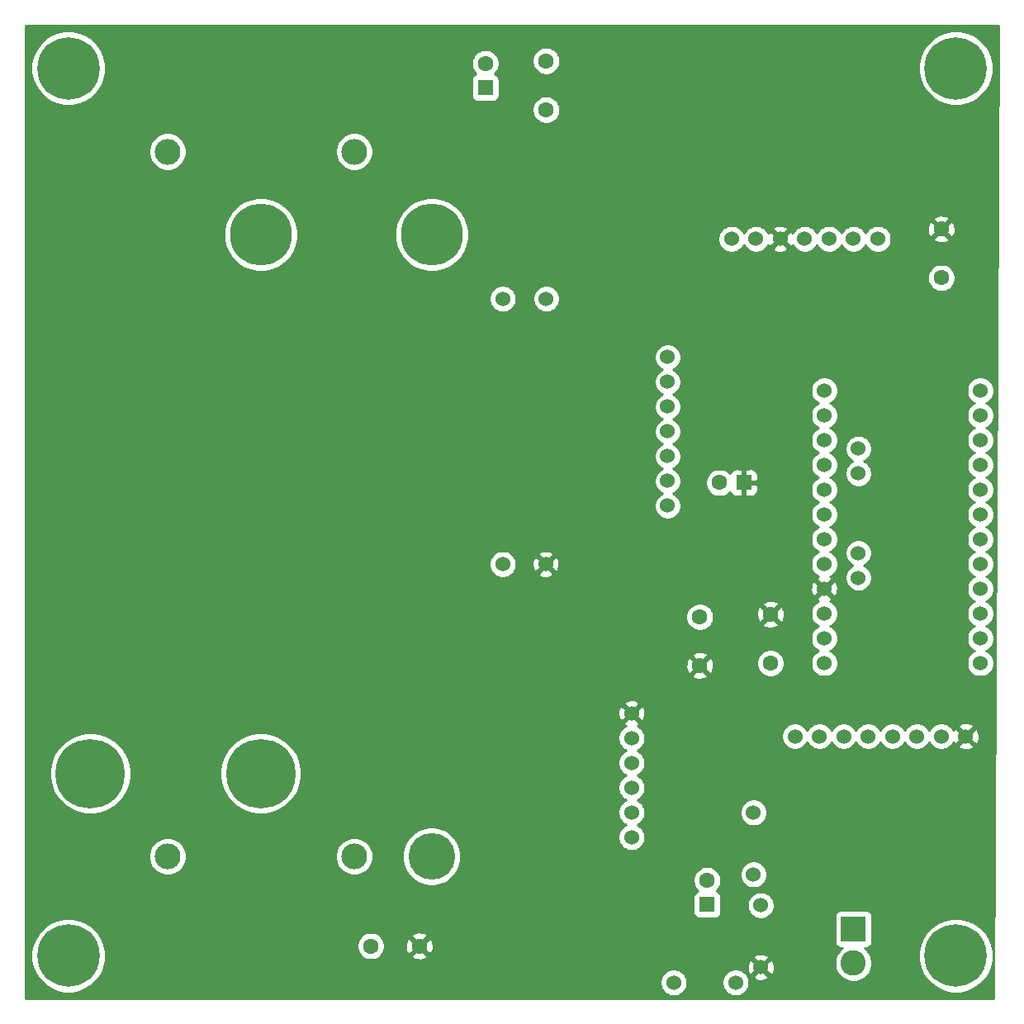
<source format=gbr>
%TF.GenerationSoftware,KiCad,Pcbnew,(5.1.7)-1*%
%TF.CreationDate,2020-11-01T17:05:04-05:00*%
%TF.ProjectId,low_current_data_logger,6c6f775f-6375-4727-9265-6e745f646174,rev?*%
%TF.SameCoordinates,Original*%
%TF.FileFunction,Copper,L2,Inr*%
%TF.FilePolarity,Positive*%
%FSLAX46Y46*%
G04 Gerber Fmt 4.6, Leading zero omitted, Abs format (unit mm)*
G04 Created by KiCad (PCBNEW (5.1.7)-1) date 2020-11-01 17:05:04*
%MOMM*%
%LPD*%
G01*
G04 APERTURE LIST*
%TA.AperFunction,ComponentPad*%
%ADD10C,1.524000*%
%TD*%
%TA.AperFunction,ComponentPad*%
%ADD11C,6.350000*%
%TD*%
%TA.AperFunction,ComponentPad*%
%ADD12C,7.112000*%
%TD*%
%TA.AperFunction,ComponentPad*%
%ADD13C,2.641600*%
%TD*%
%TA.AperFunction,ComponentPad*%
%ADD14C,4.775200*%
%TD*%
%TA.AperFunction,ComponentPad*%
%ADD15C,6.400000*%
%TD*%
%TA.AperFunction,ComponentPad*%
%ADD16C,2.600000*%
%TD*%
%TA.AperFunction,ComponentPad*%
%ADD17R,2.600000X2.600000*%
%TD*%
%TA.AperFunction,ComponentPad*%
%ADD18C,1.600000*%
%TD*%
%TA.AperFunction,ComponentPad*%
%ADD19R,1.600000X1.600000*%
%TD*%
%TA.AperFunction,Conductor*%
%ADD20C,0.254000*%
%TD*%
%TA.AperFunction,Conductor*%
%ADD21C,0.100000*%
%TD*%
G04 APERTURE END LIST*
D10*
%TO.N,+3V3*%
%TO.C,U6*%
X112250000Y-120650000D03*
%TO.N,Net-(U6-Pad5)*%
X112250000Y-123190000D03*
%TO.N,GND*%
X112250000Y-125730000D03*
%TO.N,Net-(U6-Pad3)*%
X112250000Y-128270000D03*
%TO.N,SCL_I2C*%
X112250000Y-130810000D03*
%TO.N,SDA_I2C*%
X112250000Y-133350000D03*
%TD*%
D11*
%TO.N,N/C*%
%TO.C,U1*%
X74230000Y-71560000D03*
X91756000Y-71560000D03*
D12*
X74230000Y-126805000D03*
X56754800Y-126805000D03*
D13*
%TO.N,RAW_Battery*%
X83805800Y-63051000D03*
X64679600Y-63051000D03*
%TO.N,GND*%
X64679600Y-135314000D03*
X83805800Y-135314000D03*
D14*
%TO.N,N/C*%
X91756000Y-135314000D03*
%TD*%
D10*
%TO.N,RAW_Battery*%
%TO.C,U3*%
X103500000Y-78150000D03*
%TO.N,GND*%
X99050000Y-78150000D03*
%TO.N,Net-(U3-Pad3)*%
X115950000Y-84130000D03*
%TO.N,Net-(U3-Pad4)*%
X115950000Y-86670000D03*
%TO.N,GND*%
X115950000Y-89210000D03*
%TO.N,Net-(U3-Pad6)*%
X115950000Y-91750000D03*
%TO.N,Net-(U3-Pad7)*%
X115950000Y-94290000D03*
%TO.N,Net-(U3-Pad8)*%
X115950000Y-96830000D03*
%TO.N,Net-(U3-Pad9)*%
X115950000Y-99370000D03*
%TO.N,+3V3*%
X103450000Y-105350000D03*
%TO.N,GND*%
X99050000Y-105350000D03*
%TD*%
D15*
%TO.N,N/C*%
%TO.C,REF\u002A\u002A*%
X54500000Y-145500000D03*
%TD*%
%TO.N,N/C*%
%TO.C,REF\u002A\u002A*%
X145500000Y-145500000D03*
%TD*%
%TO.N,N/C*%
%TO.C,REF\u002A\u002A*%
X145500000Y-54500000D03*
%TD*%
%TO.N,N/C*%
%TO.C,REF\u002A\u002A*%
X54500000Y-54500000D03*
%TD*%
D10*
%TO.N,CS_SD_SPI*%
%TO.C,U5*%
X122500000Y-72000000D03*
%TO.N,MOSI_SPI*%
X125000000Y-72000000D03*
%TO.N,+3V3*%
X127500000Y-72000000D03*
%TO.N,SCLK_SPI*%
X130000000Y-72000000D03*
%TO.N,GND*%
X132500000Y-72000000D03*
%TO.N,MISO_SPI*%
X135000000Y-72000000D03*
%TO.N,Net-(U5-Pad1)*%
X137500000Y-72000000D03*
%TD*%
%TO.N,Net-(U4-Pad28)*%
%TO.C,U4*%
X135500000Y-93500000D03*
%TO.N,Net-(U4-Pad27)*%
X135500000Y-96040000D03*
%TO.N,SDA_I2C*%
X135500000Y-104210000D03*
%TO.N,SCL_I2C*%
X135500000Y-106750000D03*
%TO.N,Net-(U4-Pad24)*%
X132000000Y-87560000D03*
%TO.N,GND*%
X132000000Y-112960000D03*
%TO.N,Net-(U4-Pad17)*%
X132000000Y-105340000D03*
%TO.N,Net-(U4-Pad15)*%
X132000000Y-110420000D03*
%TO.N,SENSOR_SIG*%
X132000000Y-100260000D03*
%TO.N,+3V3*%
X132000000Y-107880000D03*
%TO.N,RAW_Battery*%
X132000000Y-97720000D03*
%TO.N,SCLK_SPI*%
X132000000Y-95180000D03*
%TO.N,MISO_SPI*%
X132000000Y-92640000D03*
%TO.N,Net-(U4-Pad18)*%
X132000000Y-102800000D03*
%TO.N,MOSI_SPI*%
X132000000Y-90100000D03*
%TO.N,Net-(U4-Pad13)*%
X132000000Y-115500000D03*
%TO.N,Net-(U4-Pad12)*%
X148000000Y-87560000D03*
%TO.N,Net-(U4-Pad11)*%
X148000000Y-90100000D03*
%TO.N,Net-(U4-Pad10)*%
X148000000Y-92640000D03*
%TO.N,Net-(U4-Pad9)*%
X148000000Y-95180000D03*
%TO.N,Net-(U4-Pad8)*%
X148000000Y-97720000D03*
%TO.N,Net-(U4-Pad7)*%
X148000000Y-100260000D03*
%TO.N,Net-(U4-Pad6)*%
X148000000Y-102800000D03*
%TO.N,CS_SD_SPI*%
X148000000Y-105340000D03*
%TO.N,Net-(U4-Pad4)*%
X148000000Y-107880000D03*
%TO.N,Net-(U4-Pad3)*%
X148000000Y-110420000D03*
%TO.N,Net-(U4-Pad2)*%
X148000000Y-112960000D03*
%TO.N,Net-(U4-Pad1)*%
X148000000Y-115500000D03*
%TD*%
%TO.N,Net-(U2-Pad8)*%
%TO.C,U2*%
X129000000Y-123000000D03*
%TO.N,Net-(U2-Pad7)*%
X131500000Y-123000000D03*
%TO.N,Net-(U2-Pad6)*%
X134000000Y-123000000D03*
%TO.N,Net-(U2-Pad5)*%
X136500000Y-123000000D03*
%TO.N,SDA_I2C*%
X139000000Y-123000000D03*
%TO.N,SCL_I2C*%
X141500000Y-123000000D03*
%TO.N,GND*%
X144000000Y-123000000D03*
%TO.N,+3V3*%
X146500000Y-123000000D03*
%TD*%
%TO.N,GND*%
%TO.C,R3*%
X124750000Y-130825000D03*
%TO.N,Net-(C2-Pad1)*%
X124750000Y-137175000D03*
%TD*%
%TO.N,Net-(C2-Pad1)*%
%TO.C,R2*%
X125500000Y-140325000D03*
%TO.N,+3V3*%
X125500000Y-146675000D03*
%TD*%
%TO.N,SENSOR_SIG*%
%TO.C,R1*%
X122925000Y-148250000D03*
%TO.N,Net-(C2-Pad1)*%
X116575000Y-148250000D03*
%TD*%
D16*
%TO.N,SENSOR_SIG*%
%TO.C,J1*%
X135000000Y-146250000D03*
D17*
%TO.N,Net-(C2-Pad1)*%
X135000000Y-142750000D03*
%TD*%
D18*
%TO.N,GND*%
%TO.C,C8*%
X85500000Y-144500000D03*
%TO.N,+3V3*%
X90500000Y-144500000D03*
%TD*%
%TO.N,GND*%
%TO.C,C7*%
X144000000Y-76000000D03*
%TO.N,+3V3*%
X144000000Y-71000000D03*
%TD*%
%TO.N,GND*%
%TO.C,C6*%
X119250000Y-110750000D03*
%TO.N,+3V3*%
X119250000Y-115750000D03*
%TD*%
%TO.N,GND*%
%TO.C,C5*%
X121250000Y-97000000D03*
D19*
%TO.N,+3V3*%
X123750000Y-97000000D03*
%TD*%
D18*
%TO.N,GND*%
%TO.C,C4*%
X103500000Y-53750000D03*
%TO.N,RAW_Battery*%
X103500000Y-58750000D03*
%TD*%
%TO.N,GND*%
%TO.C,C3*%
X97250000Y-54000000D03*
D19*
%TO.N,RAW_Battery*%
X97250000Y-56500000D03*
%TD*%
D18*
%TO.N,GND*%
%TO.C,C2*%
X120000000Y-137750000D03*
D19*
%TO.N,Net-(C2-Pad1)*%
X120000000Y-140250000D03*
%TD*%
D18*
%TO.N,GND*%
%TO.C,C1*%
X126500000Y-115500000D03*
%TO.N,+3V3*%
X126500000Y-110500000D03*
%TD*%
D20*
%TO.N,+3V3*%
X149373634Y-149873000D02*
X50127000Y-149873000D01*
X50127000Y-145122285D01*
X50665000Y-145122285D01*
X50665000Y-145877715D01*
X50812377Y-146618628D01*
X51101467Y-147316554D01*
X51521161Y-147944670D01*
X52055330Y-148478839D01*
X52683446Y-148898533D01*
X53381372Y-149187623D01*
X54122285Y-149335000D01*
X54877715Y-149335000D01*
X55618628Y-149187623D01*
X56316554Y-148898533D01*
X56944670Y-148478839D01*
X57311101Y-148112408D01*
X115178000Y-148112408D01*
X115178000Y-148387592D01*
X115231686Y-148657490D01*
X115336995Y-148911727D01*
X115489880Y-149140535D01*
X115684465Y-149335120D01*
X115913273Y-149488005D01*
X116167510Y-149593314D01*
X116437408Y-149647000D01*
X116712592Y-149647000D01*
X116982490Y-149593314D01*
X117236727Y-149488005D01*
X117465535Y-149335120D01*
X117660120Y-149140535D01*
X117813005Y-148911727D01*
X117918314Y-148657490D01*
X117972000Y-148387592D01*
X117972000Y-148112408D01*
X121528000Y-148112408D01*
X121528000Y-148387592D01*
X121581686Y-148657490D01*
X121686995Y-148911727D01*
X121839880Y-149140535D01*
X122034465Y-149335120D01*
X122263273Y-149488005D01*
X122517510Y-149593314D01*
X122787408Y-149647000D01*
X123062592Y-149647000D01*
X123332490Y-149593314D01*
X123586727Y-149488005D01*
X123815535Y-149335120D01*
X124010120Y-149140535D01*
X124163005Y-148911727D01*
X124268314Y-148657490D01*
X124322000Y-148387592D01*
X124322000Y-148112408D01*
X124268314Y-147842510D01*
X124184666Y-147640565D01*
X124714040Y-147640565D01*
X124781020Y-147880656D01*
X125030048Y-147997756D01*
X125297135Y-148064023D01*
X125572017Y-148076910D01*
X125844133Y-148035922D01*
X126103023Y-147942636D01*
X126218980Y-147880656D01*
X126285960Y-147640565D01*
X125500000Y-146854605D01*
X124714040Y-147640565D01*
X124184666Y-147640565D01*
X124163005Y-147588273D01*
X124010120Y-147359465D01*
X123815535Y-147164880D01*
X123586727Y-147011995D01*
X123332490Y-146906686D01*
X123062592Y-146853000D01*
X122787408Y-146853000D01*
X122517510Y-146906686D01*
X122263273Y-147011995D01*
X122034465Y-147164880D01*
X121839880Y-147359465D01*
X121686995Y-147588273D01*
X121581686Y-147842510D01*
X121528000Y-148112408D01*
X117972000Y-148112408D01*
X117918314Y-147842510D01*
X117813005Y-147588273D01*
X117660120Y-147359465D01*
X117465535Y-147164880D01*
X117236727Y-147011995D01*
X116982490Y-146906686D01*
X116712592Y-146853000D01*
X116437408Y-146853000D01*
X116167510Y-146906686D01*
X115913273Y-147011995D01*
X115684465Y-147164880D01*
X115489880Y-147359465D01*
X115336995Y-147588273D01*
X115231686Y-147842510D01*
X115178000Y-148112408D01*
X57311101Y-148112408D01*
X57478839Y-147944670D01*
X57898533Y-147316554D01*
X58134442Y-146747017D01*
X124098090Y-146747017D01*
X124139078Y-147019133D01*
X124232364Y-147278023D01*
X124294344Y-147393980D01*
X124534435Y-147460960D01*
X125320395Y-146675000D01*
X125679605Y-146675000D01*
X126465565Y-147460960D01*
X126705656Y-147393980D01*
X126822756Y-147144952D01*
X126889023Y-146877865D01*
X126901910Y-146602983D01*
X126860922Y-146330867D01*
X126767636Y-146071977D01*
X126705656Y-145956020D01*
X126465565Y-145889040D01*
X125679605Y-146675000D01*
X125320395Y-146675000D01*
X124534435Y-145889040D01*
X124294344Y-145956020D01*
X124177244Y-146205048D01*
X124110977Y-146472135D01*
X124098090Y-146747017D01*
X58134442Y-146747017D01*
X58187623Y-146618628D01*
X58335000Y-145877715D01*
X58335000Y-145122285D01*
X58187623Y-144381372D01*
X58178218Y-144358665D01*
X84065000Y-144358665D01*
X84065000Y-144641335D01*
X84120147Y-144918574D01*
X84228320Y-145179727D01*
X84385363Y-145414759D01*
X84585241Y-145614637D01*
X84820273Y-145771680D01*
X85081426Y-145879853D01*
X85358665Y-145935000D01*
X85641335Y-145935000D01*
X85918574Y-145879853D01*
X86179727Y-145771680D01*
X86414759Y-145614637D01*
X86536694Y-145492702D01*
X89686903Y-145492702D01*
X89758486Y-145736671D01*
X90013996Y-145857571D01*
X90288184Y-145926300D01*
X90570512Y-145940217D01*
X90850130Y-145898787D01*
X91116292Y-145803603D01*
X91241514Y-145736671D01*
X91249505Y-145709435D01*
X124714040Y-145709435D01*
X125500000Y-146495395D01*
X126285960Y-145709435D01*
X126218980Y-145469344D01*
X125969952Y-145352244D01*
X125702865Y-145285977D01*
X125427983Y-145273090D01*
X125155867Y-145314078D01*
X124896977Y-145407364D01*
X124781020Y-145469344D01*
X124714040Y-145709435D01*
X91249505Y-145709435D01*
X91313097Y-145492702D01*
X90500000Y-144679605D01*
X89686903Y-145492702D01*
X86536694Y-145492702D01*
X86614637Y-145414759D01*
X86771680Y-145179727D01*
X86879853Y-144918574D01*
X86935000Y-144641335D01*
X86935000Y-144570512D01*
X89059783Y-144570512D01*
X89101213Y-144850130D01*
X89196397Y-145116292D01*
X89263329Y-145241514D01*
X89507298Y-145313097D01*
X90320395Y-144500000D01*
X90679605Y-144500000D01*
X91492702Y-145313097D01*
X91736671Y-145241514D01*
X91857571Y-144986004D01*
X91926300Y-144711816D01*
X91940217Y-144429488D01*
X91898787Y-144149870D01*
X91803603Y-143883708D01*
X91736671Y-143758486D01*
X91492702Y-143686903D01*
X90679605Y-144500000D01*
X90320395Y-144500000D01*
X89507298Y-143686903D01*
X89263329Y-143758486D01*
X89142429Y-144013996D01*
X89073700Y-144288184D01*
X89059783Y-144570512D01*
X86935000Y-144570512D01*
X86935000Y-144358665D01*
X86879853Y-144081426D01*
X86771680Y-143820273D01*
X86614637Y-143585241D01*
X86536694Y-143507298D01*
X89686903Y-143507298D01*
X90500000Y-144320395D01*
X91313097Y-143507298D01*
X91241514Y-143263329D01*
X90986004Y-143142429D01*
X90711816Y-143073700D01*
X90429488Y-143059783D01*
X90149870Y-143101213D01*
X89883708Y-143196397D01*
X89758486Y-143263329D01*
X89686903Y-143507298D01*
X86536694Y-143507298D01*
X86414759Y-143385363D01*
X86179727Y-143228320D01*
X85918574Y-143120147D01*
X85641335Y-143065000D01*
X85358665Y-143065000D01*
X85081426Y-143120147D01*
X84820273Y-143228320D01*
X84585241Y-143385363D01*
X84385363Y-143585241D01*
X84228320Y-143820273D01*
X84120147Y-144081426D01*
X84065000Y-144358665D01*
X58178218Y-144358665D01*
X57898533Y-143683446D01*
X57478839Y-143055330D01*
X56944670Y-142521161D01*
X56316554Y-142101467D01*
X55618628Y-141812377D01*
X54877715Y-141665000D01*
X54122285Y-141665000D01*
X53381372Y-141812377D01*
X52683446Y-142101467D01*
X52055330Y-142521161D01*
X51521161Y-143055330D01*
X51101467Y-143683446D01*
X50812377Y-144381372D01*
X50665000Y-145122285D01*
X50127000Y-145122285D01*
X50127000Y-139450000D01*
X118561928Y-139450000D01*
X118561928Y-141050000D01*
X118574188Y-141174482D01*
X118610498Y-141294180D01*
X118669463Y-141404494D01*
X118748815Y-141501185D01*
X118845506Y-141580537D01*
X118955820Y-141639502D01*
X119075518Y-141675812D01*
X119200000Y-141688072D01*
X120800000Y-141688072D01*
X120924482Y-141675812D01*
X121044180Y-141639502D01*
X121154494Y-141580537D01*
X121251185Y-141501185D01*
X121330537Y-141404494D01*
X121389502Y-141294180D01*
X121425812Y-141174482D01*
X121438072Y-141050000D01*
X121438072Y-140187408D01*
X124103000Y-140187408D01*
X124103000Y-140462592D01*
X124156686Y-140732490D01*
X124261995Y-140986727D01*
X124414880Y-141215535D01*
X124609465Y-141410120D01*
X124838273Y-141563005D01*
X125092510Y-141668314D01*
X125362408Y-141722000D01*
X125637592Y-141722000D01*
X125907490Y-141668314D01*
X126161727Y-141563005D01*
X126330850Y-141450000D01*
X133061928Y-141450000D01*
X133061928Y-144050000D01*
X133074188Y-144174482D01*
X133110498Y-144294180D01*
X133169463Y-144404494D01*
X133248815Y-144501185D01*
X133345506Y-144580537D01*
X133455820Y-144639502D01*
X133575518Y-144675812D01*
X133700000Y-144688072D01*
X133854682Y-144688072D01*
X133766509Y-144746987D01*
X133496987Y-145016509D01*
X133285225Y-145333434D01*
X133139361Y-145685581D01*
X133065000Y-146059419D01*
X133065000Y-146440581D01*
X133139361Y-146814419D01*
X133285225Y-147166566D01*
X133496987Y-147483491D01*
X133766509Y-147753013D01*
X134083434Y-147964775D01*
X134435581Y-148110639D01*
X134809419Y-148185000D01*
X135190581Y-148185000D01*
X135564419Y-148110639D01*
X135916566Y-147964775D01*
X136233491Y-147753013D01*
X136503013Y-147483491D01*
X136714775Y-147166566D01*
X136860639Y-146814419D01*
X136935000Y-146440581D01*
X136935000Y-146059419D01*
X136860639Y-145685581D01*
X136714775Y-145333434D01*
X136573691Y-145122285D01*
X141665000Y-145122285D01*
X141665000Y-145877715D01*
X141812377Y-146618628D01*
X142101467Y-147316554D01*
X142521161Y-147944670D01*
X143055330Y-148478839D01*
X143683446Y-148898533D01*
X144381372Y-149187623D01*
X145122285Y-149335000D01*
X145877715Y-149335000D01*
X146618628Y-149187623D01*
X147316554Y-148898533D01*
X147944670Y-148478839D01*
X148478839Y-147944670D01*
X148898533Y-147316554D01*
X149187623Y-146618628D01*
X149335000Y-145877715D01*
X149335000Y-145122285D01*
X149187623Y-144381372D01*
X148898533Y-143683446D01*
X148478839Y-143055330D01*
X147944670Y-142521161D01*
X147316554Y-142101467D01*
X146618628Y-141812377D01*
X145877715Y-141665000D01*
X145122285Y-141665000D01*
X144381372Y-141812377D01*
X143683446Y-142101467D01*
X143055330Y-142521161D01*
X142521161Y-143055330D01*
X142101467Y-143683446D01*
X141812377Y-144381372D01*
X141665000Y-145122285D01*
X136573691Y-145122285D01*
X136503013Y-145016509D01*
X136233491Y-144746987D01*
X136145318Y-144688072D01*
X136300000Y-144688072D01*
X136424482Y-144675812D01*
X136544180Y-144639502D01*
X136654494Y-144580537D01*
X136751185Y-144501185D01*
X136830537Y-144404494D01*
X136889502Y-144294180D01*
X136925812Y-144174482D01*
X136938072Y-144050000D01*
X136938072Y-141450000D01*
X136925812Y-141325518D01*
X136889502Y-141205820D01*
X136830537Y-141095506D01*
X136751185Y-140998815D01*
X136654494Y-140919463D01*
X136544180Y-140860498D01*
X136424482Y-140824188D01*
X136300000Y-140811928D01*
X133700000Y-140811928D01*
X133575518Y-140824188D01*
X133455820Y-140860498D01*
X133345506Y-140919463D01*
X133248815Y-140998815D01*
X133169463Y-141095506D01*
X133110498Y-141205820D01*
X133074188Y-141325518D01*
X133061928Y-141450000D01*
X126330850Y-141450000D01*
X126390535Y-141410120D01*
X126585120Y-141215535D01*
X126738005Y-140986727D01*
X126843314Y-140732490D01*
X126897000Y-140462592D01*
X126897000Y-140187408D01*
X126843314Y-139917510D01*
X126738005Y-139663273D01*
X126585120Y-139434465D01*
X126390535Y-139239880D01*
X126161727Y-139086995D01*
X125907490Y-138981686D01*
X125637592Y-138928000D01*
X125362408Y-138928000D01*
X125092510Y-138981686D01*
X124838273Y-139086995D01*
X124609465Y-139239880D01*
X124414880Y-139434465D01*
X124261995Y-139663273D01*
X124156686Y-139917510D01*
X124103000Y-140187408D01*
X121438072Y-140187408D01*
X121438072Y-139450000D01*
X121425812Y-139325518D01*
X121389502Y-139205820D01*
X121330537Y-139095506D01*
X121251185Y-138998815D01*
X121154494Y-138919463D01*
X121044180Y-138860498D01*
X120948057Y-138831339D01*
X121114637Y-138664759D01*
X121271680Y-138429727D01*
X121379853Y-138168574D01*
X121435000Y-137891335D01*
X121435000Y-137608665D01*
X121379853Y-137331426D01*
X121271680Y-137070273D01*
X121249721Y-137037408D01*
X123353000Y-137037408D01*
X123353000Y-137312592D01*
X123406686Y-137582490D01*
X123511995Y-137836727D01*
X123664880Y-138065535D01*
X123859465Y-138260120D01*
X124088273Y-138413005D01*
X124342510Y-138518314D01*
X124612408Y-138572000D01*
X124887592Y-138572000D01*
X125157490Y-138518314D01*
X125411727Y-138413005D01*
X125640535Y-138260120D01*
X125835120Y-138065535D01*
X125988005Y-137836727D01*
X126093314Y-137582490D01*
X126147000Y-137312592D01*
X126147000Y-137037408D01*
X126093314Y-136767510D01*
X125988005Y-136513273D01*
X125835120Y-136284465D01*
X125640535Y-136089880D01*
X125411727Y-135936995D01*
X125157490Y-135831686D01*
X124887592Y-135778000D01*
X124612408Y-135778000D01*
X124342510Y-135831686D01*
X124088273Y-135936995D01*
X123859465Y-136089880D01*
X123664880Y-136284465D01*
X123511995Y-136513273D01*
X123406686Y-136767510D01*
X123353000Y-137037408D01*
X121249721Y-137037408D01*
X121114637Y-136835241D01*
X120914759Y-136635363D01*
X120679727Y-136478320D01*
X120418574Y-136370147D01*
X120141335Y-136315000D01*
X119858665Y-136315000D01*
X119581426Y-136370147D01*
X119320273Y-136478320D01*
X119085241Y-136635363D01*
X118885363Y-136835241D01*
X118728320Y-137070273D01*
X118620147Y-137331426D01*
X118565000Y-137608665D01*
X118565000Y-137891335D01*
X118620147Y-138168574D01*
X118728320Y-138429727D01*
X118885363Y-138664759D01*
X119051943Y-138831339D01*
X118955820Y-138860498D01*
X118845506Y-138919463D01*
X118748815Y-138998815D01*
X118669463Y-139095506D01*
X118610498Y-139205820D01*
X118574188Y-139325518D01*
X118561928Y-139450000D01*
X50127000Y-139450000D01*
X50127000Y-135121371D01*
X62723800Y-135121371D01*
X62723800Y-135506629D01*
X62798961Y-135884486D01*
X62946393Y-136240419D01*
X63160431Y-136560750D01*
X63432850Y-136833169D01*
X63753181Y-137047207D01*
X64109114Y-137194639D01*
X64486971Y-137269800D01*
X64872229Y-137269800D01*
X65250086Y-137194639D01*
X65606019Y-137047207D01*
X65926350Y-136833169D01*
X66198769Y-136560750D01*
X66412807Y-136240419D01*
X66560239Y-135884486D01*
X66635400Y-135506629D01*
X66635400Y-135121371D01*
X81850000Y-135121371D01*
X81850000Y-135506629D01*
X81925161Y-135884486D01*
X82072593Y-136240419D01*
X82286631Y-136560750D01*
X82559050Y-136833169D01*
X82879381Y-137047207D01*
X83235314Y-137194639D01*
X83613171Y-137269800D01*
X83998429Y-137269800D01*
X84376286Y-137194639D01*
X84732219Y-137047207D01*
X85052550Y-136833169D01*
X85324969Y-136560750D01*
X85539007Y-136240419D01*
X85686439Y-135884486D01*
X85761600Y-135506629D01*
X85761600Y-135121371D01*
X85740700Y-135016300D01*
X88733400Y-135016300D01*
X88733400Y-135611700D01*
X88849557Y-136195660D01*
X89077407Y-136745738D01*
X89408193Y-137240795D01*
X89829205Y-137661807D01*
X90324262Y-137992593D01*
X90874340Y-138220443D01*
X91458300Y-138336600D01*
X92053700Y-138336600D01*
X92637660Y-138220443D01*
X93187738Y-137992593D01*
X93682795Y-137661807D01*
X94103807Y-137240795D01*
X94434593Y-136745738D01*
X94662443Y-136195660D01*
X94778600Y-135611700D01*
X94778600Y-135016300D01*
X94662443Y-134432340D01*
X94434593Y-133882262D01*
X94103807Y-133387205D01*
X93682795Y-132966193D01*
X93187738Y-132635407D01*
X92637660Y-132407557D01*
X92053700Y-132291400D01*
X91458300Y-132291400D01*
X90874340Y-132407557D01*
X90324262Y-132635407D01*
X89829205Y-132966193D01*
X89408193Y-133387205D01*
X89077407Y-133882262D01*
X88849557Y-134432340D01*
X88733400Y-135016300D01*
X85740700Y-135016300D01*
X85686439Y-134743514D01*
X85539007Y-134387581D01*
X85324969Y-134067250D01*
X85052550Y-133794831D01*
X84732219Y-133580793D01*
X84376286Y-133433361D01*
X83998429Y-133358200D01*
X83613171Y-133358200D01*
X83235314Y-133433361D01*
X82879381Y-133580793D01*
X82559050Y-133794831D01*
X82286631Y-134067250D01*
X82072593Y-134387581D01*
X81925161Y-134743514D01*
X81850000Y-135121371D01*
X66635400Y-135121371D01*
X66560239Y-134743514D01*
X66412807Y-134387581D01*
X66198769Y-134067250D01*
X65926350Y-133794831D01*
X65606019Y-133580793D01*
X65250086Y-133433361D01*
X64872229Y-133358200D01*
X64486971Y-133358200D01*
X64109114Y-133433361D01*
X63753181Y-133580793D01*
X63432850Y-133794831D01*
X63160431Y-134067250D01*
X62946393Y-134387581D01*
X62798961Y-134743514D01*
X62723800Y-135121371D01*
X50127000Y-135121371D01*
X50127000Y-126392223D01*
X52563800Y-126392223D01*
X52563800Y-127217777D01*
X52724858Y-128027469D01*
X53040784Y-128790183D01*
X53499438Y-129476606D01*
X54083194Y-130060362D01*
X54769617Y-130519016D01*
X55532331Y-130834942D01*
X56342023Y-130996000D01*
X57167577Y-130996000D01*
X57977269Y-130834942D01*
X58739983Y-130519016D01*
X59426406Y-130060362D01*
X60010162Y-129476606D01*
X60468816Y-128790183D01*
X60784742Y-128027469D01*
X60945800Y-127217777D01*
X60945800Y-126392223D01*
X70039000Y-126392223D01*
X70039000Y-127217777D01*
X70200058Y-128027469D01*
X70515984Y-128790183D01*
X70974638Y-129476606D01*
X71558394Y-130060362D01*
X72244817Y-130519016D01*
X73007531Y-130834942D01*
X73817223Y-130996000D01*
X74642777Y-130996000D01*
X75452469Y-130834942D01*
X76215183Y-130519016D01*
X76901606Y-130060362D01*
X77485362Y-129476606D01*
X77944016Y-128790183D01*
X78259942Y-128027469D01*
X78421000Y-127217777D01*
X78421000Y-126392223D01*
X78259942Y-125582531D01*
X77944016Y-124819817D01*
X77485362Y-124133394D01*
X76901606Y-123549638D01*
X76215183Y-123090984D01*
X76122053Y-123052408D01*
X110853000Y-123052408D01*
X110853000Y-123327592D01*
X110906686Y-123597490D01*
X111011995Y-123851727D01*
X111164880Y-124080535D01*
X111359465Y-124275120D01*
X111588273Y-124428005D01*
X111665515Y-124460000D01*
X111588273Y-124491995D01*
X111359465Y-124644880D01*
X111164880Y-124839465D01*
X111011995Y-125068273D01*
X110906686Y-125322510D01*
X110853000Y-125592408D01*
X110853000Y-125867592D01*
X110906686Y-126137490D01*
X111011995Y-126391727D01*
X111164880Y-126620535D01*
X111359465Y-126815120D01*
X111588273Y-126968005D01*
X111665515Y-127000000D01*
X111588273Y-127031995D01*
X111359465Y-127184880D01*
X111164880Y-127379465D01*
X111011995Y-127608273D01*
X110906686Y-127862510D01*
X110853000Y-128132408D01*
X110853000Y-128407592D01*
X110906686Y-128677490D01*
X111011995Y-128931727D01*
X111164880Y-129160535D01*
X111359465Y-129355120D01*
X111588273Y-129508005D01*
X111665515Y-129540000D01*
X111588273Y-129571995D01*
X111359465Y-129724880D01*
X111164880Y-129919465D01*
X111011995Y-130148273D01*
X110906686Y-130402510D01*
X110853000Y-130672408D01*
X110853000Y-130947592D01*
X110906686Y-131217490D01*
X111011995Y-131471727D01*
X111164880Y-131700535D01*
X111359465Y-131895120D01*
X111588273Y-132048005D01*
X111665515Y-132080000D01*
X111588273Y-132111995D01*
X111359465Y-132264880D01*
X111164880Y-132459465D01*
X111011995Y-132688273D01*
X110906686Y-132942510D01*
X110853000Y-133212408D01*
X110853000Y-133487592D01*
X110906686Y-133757490D01*
X111011995Y-134011727D01*
X111164880Y-134240535D01*
X111359465Y-134435120D01*
X111588273Y-134588005D01*
X111842510Y-134693314D01*
X112112408Y-134747000D01*
X112387592Y-134747000D01*
X112657490Y-134693314D01*
X112911727Y-134588005D01*
X113140535Y-134435120D01*
X113335120Y-134240535D01*
X113488005Y-134011727D01*
X113593314Y-133757490D01*
X113647000Y-133487592D01*
X113647000Y-133212408D01*
X113593314Y-132942510D01*
X113488005Y-132688273D01*
X113335120Y-132459465D01*
X113140535Y-132264880D01*
X112911727Y-132111995D01*
X112834485Y-132080000D01*
X112911727Y-132048005D01*
X113140535Y-131895120D01*
X113335120Y-131700535D01*
X113488005Y-131471727D01*
X113593314Y-131217490D01*
X113647000Y-130947592D01*
X113647000Y-130687408D01*
X123353000Y-130687408D01*
X123353000Y-130962592D01*
X123406686Y-131232490D01*
X123511995Y-131486727D01*
X123664880Y-131715535D01*
X123859465Y-131910120D01*
X124088273Y-132063005D01*
X124342510Y-132168314D01*
X124612408Y-132222000D01*
X124887592Y-132222000D01*
X125157490Y-132168314D01*
X125411727Y-132063005D01*
X125640535Y-131910120D01*
X125835120Y-131715535D01*
X125988005Y-131486727D01*
X126093314Y-131232490D01*
X126147000Y-130962592D01*
X126147000Y-130687408D01*
X126093314Y-130417510D01*
X125988005Y-130163273D01*
X125835120Y-129934465D01*
X125640535Y-129739880D01*
X125411727Y-129586995D01*
X125157490Y-129481686D01*
X124887592Y-129428000D01*
X124612408Y-129428000D01*
X124342510Y-129481686D01*
X124088273Y-129586995D01*
X123859465Y-129739880D01*
X123664880Y-129934465D01*
X123511995Y-130163273D01*
X123406686Y-130417510D01*
X123353000Y-130687408D01*
X113647000Y-130687408D01*
X113647000Y-130672408D01*
X113593314Y-130402510D01*
X113488005Y-130148273D01*
X113335120Y-129919465D01*
X113140535Y-129724880D01*
X112911727Y-129571995D01*
X112834485Y-129540000D01*
X112911727Y-129508005D01*
X113140535Y-129355120D01*
X113335120Y-129160535D01*
X113488005Y-128931727D01*
X113593314Y-128677490D01*
X113647000Y-128407592D01*
X113647000Y-128132408D01*
X113593314Y-127862510D01*
X113488005Y-127608273D01*
X113335120Y-127379465D01*
X113140535Y-127184880D01*
X112911727Y-127031995D01*
X112834485Y-127000000D01*
X112911727Y-126968005D01*
X113140535Y-126815120D01*
X113335120Y-126620535D01*
X113488005Y-126391727D01*
X113593314Y-126137490D01*
X113647000Y-125867592D01*
X113647000Y-125592408D01*
X113593314Y-125322510D01*
X113488005Y-125068273D01*
X113335120Y-124839465D01*
X113140535Y-124644880D01*
X112911727Y-124491995D01*
X112834485Y-124460000D01*
X112911727Y-124428005D01*
X113140535Y-124275120D01*
X113335120Y-124080535D01*
X113488005Y-123851727D01*
X113593314Y-123597490D01*
X113647000Y-123327592D01*
X113647000Y-123052408D01*
X113609207Y-122862408D01*
X127603000Y-122862408D01*
X127603000Y-123137592D01*
X127656686Y-123407490D01*
X127761995Y-123661727D01*
X127914880Y-123890535D01*
X128109465Y-124085120D01*
X128338273Y-124238005D01*
X128592510Y-124343314D01*
X128862408Y-124397000D01*
X129137592Y-124397000D01*
X129407490Y-124343314D01*
X129661727Y-124238005D01*
X129890535Y-124085120D01*
X130085120Y-123890535D01*
X130238005Y-123661727D01*
X130250000Y-123632769D01*
X130261995Y-123661727D01*
X130414880Y-123890535D01*
X130609465Y-124085120D01*
X130838273Y-124238005D01*
X131092510Y-124343314D01*
X131362408Y-124397000D01*
X131637592Y-124397000D01*
X131907490Y-124343314D01*
X132161727Y-124238005D01*
X132390535Y-124085120D01*
X132585120Y-123890535D01*
X132738005Y-123661727D01*
X132750000Y-123632769D01*
X132761995Y-123661727D01*
X132914880Y-123890535D01*
X133109465Y-124085120D01*
X133338273Y-124238005D01*
X133592510Y-124343314D01*
X133862408Y-124397000D01*
X134137592Y-124397000D01*
X134407490Y-124343314D01*
X134661727Y-124238005D01*
X134890535Y-124085120D01*
X135085120Y-123890535D01*
X135238005Y-123661727D01*
X135250000Y-123632769D01*
X135261995Y-123661727D01*
X135414880Y-123890535D01*
X135609465Y-124085120D01*
X135838273Y-124238005D01*
X136092510Y-124343314D01*
X136362408Y-124397000D01*
X136637592Y-124397000D01*
X136907490Y-124343314D01*
X137161727Y-124238005D01*
X137390535Y-124085120D01*
X137585120Y-123890535D01*
X137738005Y-123661727D01*
X137750000Y-123632769D01*
X137761995Y-123661727D01*
X137914880Y-123890535D01*
X138109465Y-124085120D01*
X138338273Y-124238005D01*
X138592510Y-124343314D01*
X138862408Y-124397000D01*
X139137592Y-124397000D01*
X139407490Y-124343314D01*
X139661727Y-124238005D01*
X139890535Y-124085120D01*
X140085120Y-123890535D01*
X140238005Y-123661727D01*
X140250000Y-123632769D01*
X140261995Y-123661727D01*
X140414880Y-123890535D01*
X140609465Y-124085120D01*
X140838273Y-124238005D01*
X141092510Y-124343314D01*
X141362408Y-124397000D01*
X141637592Y-124397000D01*
X141907490Y-124343314D01*
X142161727Y-124238005D01*
X142390535Y-124085120D01*
X142585120Y-123890535D01*
X142738005Y-123661727D01*
X142750000Y-123632769D01*
X142761995Y-123661727D01*
X142914880Y-123890535D01*
X143109465Y-124085120D01*
X143338273Y-124238005D01*
X143592510Y-124343314D01*
X143862408Y-124397000D01*
X144137592Y-124397000D01*
X144407490Y-124343314D01*
X144661727Y-124238005D01*
X144890535Y-124085120D01*
X145010090Y-123965565D01*
X145714040Y-123965565D01*
X145781020Y-124205656D01*
X146030048Y-124322756D01*
X146297135Y-124389023D01*
X146572017Y-124401910D01*
X146844133Y-124360922D01*
X147103023Y-124267636D01*
X147218980Y-124205656D01*
X147285960Y-123965565D01*
X146500000Y-123179605D01*
X145714040Y-123965565D01*
X145010090Y-123965565D01*
X145085120Y-123890535D01*
X145238005Y-123661727D01*
X145249242Y-123634599D01*
X145294344Y-123718980D01*
X145534435Y-123785960D01*
X146320395Y-123000000D01*
X146679605Y-123000000D01*
X147465565Y-123785960D01*
X147705656Y-123718980D01*
X147822756Y-123469952D01*
X147889023Y-123202865D01*
X147901910Y-122927983D01*
X147860922Y-122655867D01*
X147767636Y-122396977D01*
X147705656Y-122281020D01*
X147465565Y-122214040D01*
X146679605Y-123000000D01*
X146320395Y-123000000D01*
X145534435Y-122214040D01*
X145294344Y-122281020D01*
X145251782Y-122371533D01*
X145238005Y-122338273D01*
X145085120Y-122109465D01*
X145010090Y-122034435D01*
X145714040Y-122034435D01*
X146500000Y-122820395D01*
X147285960Y-122034435D01*
X147218980Y-121794344D01*
X146969952Y-121677244D01*
X146702865Y-121610977D01*
X146427983Y-121598090D01*
X146155867Y-121639078D01*
X145896977Y-121732364D01*
X145781020Y-121794344D01*
X145714040Y-122034435D01*
X145010090Y-122034435D01*
X144890535Y-121914880D01*
X144661727Y-121761995D01*
X144407490Y-121656686D01*
X144137592Y-121603000D01*
X143862408Y-121603000D01*
X143592510Y-121656686D01*
X143338273Y-121761995D01*
X143109465Y-121914880D01*
X142914880Y-122109465D01*
X142761995Y-122338273D01*
X142750000Y-122367231D01*
X142738005Y-122338273D01*
X142585120Y-122109465D01*
X142390535Y-121914880D01*
X142161727Y-121761995D01*
X141907490Y-121656686D01*
X141637592Y-121603000D01*
X141362408Y-121603000D01*
X141092510Y-121656686D01*
X140838273Y-121761995D01*
X140609465Y-121914880D01*
X140414880Y-122109465D01*
X140261995Y-122338273D01*
X140250000Y-122367231D01*
X140238005Y-122338273D01*
X140085120Y-122109465D01*
X139890535Y-121914880D01*
X139661727Y-121761995D01*
X139407490Y-121656686D01*
X139137592Y-121603000D01*
X138862408Y-121603000D01*
X138592510Y-121656686D01*
X138338273Y-121761995D01*
X138109465Y-121914880D01*
X137914880Y-122109465D01*
X137761995Y-122338273D01*
X137750000Y-122367231D01*
X137738005Y-122338273D01*
X137585120Y-122109465D01*
X137390535Y-121914880D01*
X137161727Y-121761995D01*
X136907490Y-121656686D01*
X136637592Y-121603000D01*
X136362408Y-121603000D01*
X136092510Y-121656686D01*
X135838273Y-121761995D01*
X135609465Y-121914880D01*
X135414880Y-122109465D01*
X135261995Y-122338273D01*
X135250000Y-122367231D01*
X135238005Y-122338273D01*
X135085120Y-122109465D01*
X134890535Y-121914880D01*
X134661727Y-121761995D01*
X134407490Y-121656686D01*
X134137592Y-121603000D01*
X133862408Y-121603000D01*
X133592510Y-121656686D01*
X133338273Y-121761995D01*
X133109465Y-121914880D01*
X132914880Y-122109465D01*
X132761995Y-122338273D01*
X132750000Y-122367231D01*
X132738005Y-122338273D01*
X132585120Y-122109465D01*
X132390535Y-121914880D01*
X132161727Y-121761995D01*
X131907490Y-121656686D01*
X131637592Y-121603000D01*
X131362408Y-121603000D01*
X131092510Y-121656686D01*
X130838273Y-121761995D01*
X130609465Y-121914880D01*
X130414880Y-122109465D01*
X130261995Y-122338273D01*
X130250000Y-122367231D01*
X130238005Y-122338273D01*
X130085120Y-122109465D01*
X129890535Y-121914880D01*
X129661727Y-121761995D01*
X129407490Y-121656686D01*
X129137592Y-121603000D01*
X128862408Y-121603000D01*
X128592510Y-121656686D01*
X128338273Y-121761995D01*
X128109465Y-121914880D01*
X127914880Y-122109465D01*
X127761995Y-122338273D01*
X127656686Y-122592510D01*
X127603000Y-122862408D01*
X113609207Y-122862408D01*
X113593314Y-122782510D01*
X113488005Y-122528273D01*
X113335120Y-122299465D01*
X113140535Y-122104880D01*
X112911727Y-121951995D01*
X112840057Y-121922308D01*
X112853023Y-121917636D01*
X112968980Y-121855656D01*
X113035960Y-121615565D01*
X112250000Y-120829605D01*
X111464040Y-121615565D01*
X111531020Y-121855656D01*
X111666760Y-121919485D01*
X111588273Y-121951995D01*
X111359465Y-122104880D01*
X111164880Y-122299465D01*
X111011995Y-122528273D01*
X110906686Y-122782510D01*
X110853000Y-123052408D01*
X76122053Y-123052408D01*
X75452469Y-122775058D01*
X74642777Y-122614000D01*
X73817223Y-122614000D01*
X73007531Y-122775058D01*
X72244817Y-123090984D01*
X71558394Y-123549638D01*
X70974638Y-124133394D01*
X70515984Y-124819817D01*
X70200058Y-125582531D01*
X70039000Y-126392223D01*
X60945800Y-126392223D01*
X60784742Y-125582531D01*
X60468816Y-124819817D01*
X60010162Y-124133394D01*
X59426406Y-123549638D01*
X58739983Y-123090984D01*
X57977269Y-122775058D01*
X57167577Y-122614000D01*
X56342023Y-122614000D01*
X55532331Y-122775058D01*
X54769617Y-123090984D01*
X54083194Y-123549638D01*
X53499438Y-124133394D01*
X53040784Y-124819817D01*
X52724858Y-125582531D01*
X52563800Y-126392223D01*
X50127000Y-126392223D01*
X50127000Y-120722017D01*
X110848090Y-120722017D01*
X110889078Y-120994133D01*
X110982364Y-121253023D01*
X111044344Y-121368980D01*
X111284435Y-121435960D01*
X112070395Y-120650000D01*
X112429605Y-120650000D01*
X113215565Y-121435960D01*
X113455656Y-121368980D01*
X113572756Y-121119952D01*
X113639023Y-120852865D01*
X113651910Y-120577983D01*
X113610922Y-120305867D01*
X113517636Y-120046977D01*
X113455656Y-119931020D01*
X113215565Y-119864040D01*
X112429605Y-120650000D01*
X112070395Y-120650000D01*
X111284435Y-119864040D01*
X111044344Y-119931020D01*
X110927244Y-120180048D01*
X110860977Y-120447135D01*
X110848090Y-120722017D01*
X50127000Y-120722017D01*
X50127000Y-119684435D01*
X111464040Y-119684435D01*
X112250000Y-120470395D01*
X113035960Y-119684435D01*
X112968980Y-119444344D01*
X112719952Y-119327244D01*
X112452865Y-119260977D01*
X112177983Y-119248090D01*
X111905867Y-119289078D01*
X111646977Y-119382364D01*
X111531020Y-119444344D01*
X111464040Y-119684435D01*
X50127000Y-119684435D01*
X50127000Y-116742702D01*
X118436903Y-116742702D01*
X118508486Y-116986671D01*
X118763996Y-117107571D01*
X119038184Y-117176300D01*
X119320512Y-117190217D01*
X119600130Y-117148787D01*
X119866292Y-117053603D01*
X119991514Y-116986671D01*
X120063097Y-116742702D01*
X119250000Y-115929605D01*
X118436903Y-116742702D01*
X50127000Y-116742702D01*
X50127000Y-115820512D01*
X117809783Y-115820512D01*
X117851213Y-116100130D01*
X117946397Y-116366292D01*
X118013329Y-116491514D01*
X118257298Y-116563097D01*
X119070395Y-115750000D01*
X119429605Y-115750000D01*
X120242702Y-116563097D01*
X120486671Y-116491514D01*
X120607571Y-116236004D01*
X120676300Y-115961816D01*
X120690217Y-115679488D01*
X120648787Y-115399870D01*
X120634052Y-115358665D01*
X125065000Y-115358665D01*
X125065000Y-115641335D01*
X125120147Y-115918574D01*
X125228320Y-116179727D01*
X125385363Y-116414759D01*
X125585241Y-116614637D01*
X125820273Y-116771680D01*
X126081426Y-116879853D01*
X126358665Y-116935000D01*
X126641335Y-116935000D01*
X126918574Y-116879853D01*
X127179727Y-116771680D01*
X127414759Y-116614637D01*
X127614637Y-116414759D01*
X127771680Y-116179727D01*
X127879853Y-115918574D01*
X127935000Y-115641335D01*
X127935000Y-115358665D01*
X127879853Y-115081426D01*
X127771680Y-114820273D01*
X127614637Y-114585241D01*
X127414759Y-114385363D01*
X127179727Y-114228320D01*
X126918574Y-114120147D01*
X126641335Y-114065000D01*
X126358665Y-114065000D01*
X126081426Y-114120147D01*
X125820273Y-114228320D01*
X125585241Y-114385363D01*
X125385363Y-114585241D01*
X125228320Y-114820273D01*
X125120147Y-115081426D01*
X125065000Y-115358665D01*
X120634052Y-115358665D01*
X120553603Y-115133708D01*
X120486671Y-115008486D01*
X120242702Y-114936903D01*
X119429605Y-115750000D01*
X119070395Y-115750000D01*
X118257298Y-114936903D01*
X118013329Y-115008486D01*
X117892429Y-115263996D01*
X117823700Y-115538184D01*
X117809783Y-115820512D01*
X50127000Y-115820512D01*
X50127000Y-114757298D01*
X118436903Y-114757298D01*
X119250000Y-115570395D01*
X120063097Y-114757298D01*
X119991514Y-114513329D01*
X119736004Y-114392429D01*
X119461816Y-114323700D01*
X119179488Y-114309783D01*
X118899870Y-114351213D01*
X118633708Y-114446397D01*
X118508486Y-114513329D01*
X118436903Y-114757298D01*
X50127000Y-114757298D01*
X50127000Y-110608665D01*
X117815000Y-110608665D01*
X117815000Y-110891335D01*
X117870147Y-111168574D01*
X117978320Y-111429727D01*
X118135363Y-111664759D01*
X118335241Y-111864637D01*
X118570273Y-112021680D01*
X118831426Y-112129853D01*
X119108665Y-112185000D01*
X119391335Y-112185000D01*
X119668574Y-112129853D01*
X119929727Y-112021680D01*
X120164759Y-111864637D01*
X120364637Y-111664759D01*
X120479601Y-111492702D01*
X125686903Y-111492702D01*
X125758486Y-111736671D01*
X126013996Y-111857571D01*
X126288184Y-111926300D01*
X126570512Y-111940217D01*
X126850130Y-111898787D01*
X127116292Y-111803603D01*
X127241514Y-111736671D01*
X127313097Y-111492702D01*
X126500000Y-110679605D01*
X125686903Y-111492702D01*
X120479601Y-111492702D01*
X120521680Y-111429727D01*
X120629853Y-111168574D01*
X120685000Y-110891335D01*
X120685000Y-110608665D01*
X120677411Y-110570512D01*
X125059783Y-110570512D01*
X125101213Y-110850130D01*
X125196397Y-111116292D01*
X125263329Y-111241514D01*
X125507298Y-111313097D01*
X126320395Y-110500000D01*
X126679605Y-110500000D01*
X127492702Y-111313097D01*
X127736671Y-111241514D01*
X127857571Y-110986004D01*
X127926300Y-110711816D01*
X127940217Y-110429488D01*
X127918425Y-110282408D01*
X130603000Y-110282408D01*
X130603000Y-110557592D01*
X130656686Y-110827490D01*
X130761995Y-111081727D01*
X130914880Y-111310535D01*
X131109465Y-111505120D01*
X131338273Y-111658005D01*
X131415515Y-111690000D01*
X131338273Y-111721995D01*
X131109465Y-111874880D01*
X130914880Y-112069465D01*
X130761995Y-112298273D01*
X130656686Y-112552510D01*
X130603000Y-112822408D01*
X130603000Y-113097592D01*
X130656686Y-113367490D01*
X130761995Y-113621727D01*
X130914880Y-113850535D01*
X131109465Y-114045120D01*
X131338273Y-114198005D01*
X131415515Y-114230000D01*
X131338273Y-114261995D01*
X131109465Y-114414880D01*
X130914880Y-114609465D01*
X130761995Y-114838273D01*
X130656686Y-115092510D01*
X130603000Y-115362408D01*
X130603000Y-115637592D01*
X130656686Y-115907490D01*
X130761995Y-116161727D01*
X130914880Y-116390535D01*
X131109465Y-116585120D01*
X131338273Y-116738005D01*
X131592510Y-116843314D01*
X131862408Y-116897000D01*
X132137592Y-116897000D01*
X132407490Y-116843314D01*
X132661727Y-116738005D01*
X132890535Y-116585120D01*
X133085120Y-116390535D01*
X133238005Y-116161727D01*
X133343314Y-115907490D01*
X133397000Y-115637592D01*
X133397000Y-115362408D01*
X133343314Y-115092510D01*
X133238005Y-114838273D01*
X133085120Y-114609465D01*
X132890535Y-114414880D01*
X132661727Y-114261995D01*
X132584485Y-114230000D01*
X132661727Y-114198005D01*
X132890535Y-114045120D01*
X133085120Y-113850535D01*
X133238005Y-113621727D01*
X133343314Y-113367490D01*
X133397000Y-113097592D01*
X133397000Y-112822408D01*
X133343314Y-112552510D01*
X133238005Y-112298273D01*
X133085120Y-112069465D01*
X132890535Y-111874880D01*
X132661727Y-111721995D01*
X132584485Y-111690000D01*
X132661727Y-111658005D01*
X132890535Y-111505120D01*
X133085120Y-111310535D01*
X133238005Y-111081727D01*
X133343314Y-110827490D01*
X133397000Y-110557592D01*
X133397000Y-110282408D01*
X133343314Y-110012510D01*
X133238005Y-109758273D01*
X133085120Y-109529465D01*
X132890535Y-109334880D01*
X132661727Y-109181995D01*
X132590057Y-109152308D01*
X132603023Y-109147636D01*
X132718980Y-109085656D01*
X132785960Y-108845565D01*
X132000000Y-108059605D01*
X131214040Y-108845565D01*
X131281020Y-109085656D01*
X131416760Y-109149485D01*
X131338273Y-109181995D01*
X131109465Y-109334880D01*
X130914880Y-109529465D01*
X130761995Y-109758273D01*
X130656686Y-110012510D01*
X130603000Y-110282408D01*
X127918425Y-110282408D01*
X127898787Y-110149870D01*
X127803603Y-109883708D01*
X127736671Y-109758486D01*
X127492702Y-109686903D01*
X126679605Y-110500000D01*
X126320395Y-110500000D01*
X125507298Y-109686903D01*
X125263329Y-109758486D01*
X125142429Y-110013996D01*
X125073700Y-110288184D01*
X125059783Y-110570512D01*
X120677411Y-110570512D01*
X120629853Y-110331426D01*
X120521680Y-110070273D01*
X120364637Y-109835241D01*
X120164759Y-109635363D01*
X119973096Y-109507298D01*
X125686903Y-109507298D01*
X126500000Y-110320395D01*
X127313097Y-109507298D01*
X127241514Y-109263329D01*
X126986004Y-109142429D01*
X126711816Y-109073700D01*
X126429488Y-109059783D01*
X126149870Y-109101213D01*
X125883708Y-109196397D01*
X125758486Y-109263329D01*
X125686903Y-109507298D01*
X119973096Y-109507298D01*
X119929727Y-109478320D01*
X119668574Y-109370147D01*
X119391335Y-109315000D01*
X119108665Y-109315000D01*
X118831426Y-109370147D01*
X118570273Y-109478320D01*
X118335241Y-109635363D01*
X118135363Y-109835241D01*
X117978320Y-110070273D01*
X117870147Y-110331426D01*
X117815000Y-110608665D01*
X50127000Y-110608665D01*
X50127000Y-107952017D01*
X130598090Y-107952017D01*
X130639078Y-108224133D01*
X130732364Y-108483023D01*
X130794344Y-108598980D01*
X131034435Y-108665960D01*
X131820395Y-107880000D01*
X132179605Y-107880000D01*
X132965565Y-108665960D01*
X133205656Y-108598980D01*
X133322756Y-108349952D01*
X133389023Y-108082865D01*
X133401910Y-107807983D01*
X133360922Y-107535867D01*
X133267636Y-107276977D01*
X133205656Y-107161020D01*
X132965565Y-107094040D01*
X132179605Y-107880000D01*
X131820395Y-107880000D01*
X131034435Y-107094040D01*
X130794344Y-107161020D01*
X130677244Y-107410048D01*
X130610977Y-107677135D01*
X130598090Y-107952017D01*
X50127000Y-107952017D01*
X50127000Y-105212408D01*
X97653000Y-105212408D01*
X97653000Y-105487592D01*
X97706686Y-105757490D01*
X97811995Y-106011727D01*
X97964880Y-106240535D01*
X98159465Y-106435120D01*
X98388273Y-106588005D01*
X98642510Y-106693314D01*
X98912408Y-106747000D01*
X99187592Y-106747000D01*
X99457490Y-106693314D01*
X99711727Y-106588005D01*
X99940535Y-106435120D01*
X100060090Y-106315565D01*
X102664040Y-106315565D01*
X102731020Y-106555656D01*
X102980048Y-106672756D01*
X103247135Y-106739023D01*
X103522017Y-106751910D01*
X103794133Y-106710922D01*
X104053023Y-106617636D01*
X104168980Y-106555656D01*
X104235960Y-106315565D01*
X103450000Y-105529605D01*
X102664040Y-106315565D01*
X100060090Y-106315565D01*
X100135120Y-106240535D01*
X100288005Y-106011727D01*
X100393314Y-105757490D01*
X100447000Y-105487592D01*
X100447000Y-105422017D01*
X102048090Y-105422017D01*
X102089078Y-105694133D01*
X102182364Y-105953023D01*
X102244344Y-106068980D01*
X102484435Y-106135960D01*
X103270395Y-105350000D01*
X103629605Y-105350000D01*
X104415565Y-106135960D01*
X104655656Y-106068980D01*
X104772756Y-105819952D01*
X104839023Y-105552865D01*
X104851910Y-105277983D01*
X104810922Y-105005867D01*
X104717636Y-104746977D01*
X104655656Y-104631020D01*
X104415565Y-104564040D01*
X103629605Y-105350000D01*
X103270395Y-105350000D01*
X102484435Y-104564040D01*
X102244344Y-104631020D01*
X102127244Y-104880048D01*
X102060977Y-105147135D01*
X102048090Y-105422017D01*
X100447000Y-105422017D01*
X100447000Y-105212408D01*
X100393314Y-104942510D01*
X100288005Y-104688273D01*
X100135120Y-104459465D01*
X100060090Y-104384435D01*
X102664040Y-104384435D01*
X103450000Y-105170395D01*
X104235960Y-104384435D01*
X104168980Y-104144344D01*
X103919952Y-104027244D01*
X103652865Y-103960977D01*
X103377983Y-103948090D01*
X103105867Y-103989078D01*
X102846977Y-104082364D01*
X102731020Y-104144344D01*
X102664040Y-104384435D01*
X100060090Y-104384435D01*
X99940535Y-104264880D01*
X99711727Y-104111995D01*
X99457490Y-104006686D01*
X99187592Y-103953000D01*
X98912408Y-103953000D01*
X98642510Y-104006686D01*
X98388273Y-104111995D01*
X98159465Y-104264880D01*
X97964880Y-104459465D01*
X97811995Y-104688273D01*
X97706686Y-104942510D01*
X97653000Y-105212408D01*
X50127000Y-105212408D01*
X50127000Y-83992408D01*
X114553000Y-83992408D01*
X114553000Y-84267592D01*
X114606686Y-84537490D01*
X114711995Y-84791727D01*
X114864880Y-85020535D01*
X115059465Y-85215120D01*
X115288273Y-85368005D01*
X115365515Y-85400000D01*
X115288273Y-85431995D01*
X115059465Y-85584880D01*
X114864880Y-85779465D01*
X114711995Y-86008273D01*
X114606686Y-86262510D01*
X114553000Y-86532408D01*
X114553000Y-86807592D01*
X114606686Y-87077490D01*
X114711995Y-87331727D01*
X114864880Y-87560535D01*
X115059465Y-87755120D01*
X115288273Y-87908005D01*
X115365515Y-87940000D01*
X115288273Y-87971995D01*
X115059465Y-88124880D01*
X114864880Y-88319465D01*
X114711995Y-88548273D01*
X114606686Y-88802510D01*
X114553000Y-89072408D01*
X114553000Y-89347592D01*
X114606686Y-89617490D01*
X114711995Y-89871727D01*
X114864880Y-90100535D01*
X115059465Y-90295120D01*
X115288273Y-90448005D01*
X115365515Y-90480000D01*
X115288273Y-90511995D01*
X115059465Y-90664880D01*
X114864880Y-90859465D01*
X114711995Y-91088273D01*
X114606686Y-91342510D01*
X114553000Y-91612408D01*
X114553000Y-91887592D01*
X114606686Y-92157490D01*
X114711995Y-92411727D01*
X114864880Y-92640535D01*
X115059465Y-92835120D01*
X115288273Y-92988005D01*
X115365515Y-93020000D01*
X115288273Y-93051995D01*
X115059465Y-93204880D01*
X114864880Y-93399465D01*
X114711995Y-93628273D01*
X114606686Y-93882510D01*
X114553000Y-94152408D01*
X114553000Y-94427592D01*
X114606686Y-94697490D01*
X114711995Y-94951727D01*
X114864880Y-95180535D01*
X115059465Y-95375120D01*
X115288273Y-95528005D01*
X115365515Y-95560000D01*
X115288273Y-95591995D01*
X115059465Y-95744880D01*
X114864880Y-95939465D01*
X114711995Y-96168273D01*
X114606686Y-96422510D01*
X114553000Y-96692408D01*
X114553000Y-96967592D01*
X114606686Y-97237490D01*
X114711995Y-97491727D01*
X114864880Y-97720535D01*
X115059465Y-97915120D01*
X115288273Y-98068005D01*
X115365515Y-98100000D01*
X115288273Y-98131995D01*
X115059465Y-98284880D01*
X114864880Y-98479465D01*
X114711995Y-98708273D01*
X114606686Y-98962510D01*
X114553000Y-99232408D01*
X114553000Y-99507592D01*
X114606686Y-99777490D01*
X114711995Y-100031727D01*
X114864880Y-100260535D01*
X115059465Y-100455120D01*
X115288273Y-100608005D01*
X115542510Y-100713314D01*
X115812408Y-100767000D01*
X116087592Y-100767000D01*
X116357490Y-100713314D01*
X116611727Y-100608005D01*
X116840535Y-100455120D01*
X117035120Y-100260535D01*
X117188005Y-100031727D01*
X117293314Y-99777490D01*
X117347000Y-99507592D01*
X117347000Y-99232408D01*
X117293314Y-98962510D01*
X117188005Y-98708273D01*
X117035120Y-98479465D01*
X116840535Y-98284880D01*
X116611727Y-98131995D01*
X116534485Y-98100000D01*
X116611727Y-98068005D01*
X116840535Y-97915120D01*
X117035120Y-97720535D01*
X117188005Y-97491727D01*
X117293314Y-97237490D01*
X117347000Y-96967592D01*
X117347000Y-96858665D01*
X119815000Y-96858665D01*
X119815000Y-97141335D01*
X119870147Y-97418574D01*
X119978320Y-97679727D01*
X120135363Y-97914759D01*
X120335241Y-98114637D01*
X120570273Y-98271680D01*
X120831426Y-98379853D01*
X121108665Y-98435000D01*
X121391335Y-98435000D01*
X121668574Y-98379853D01*
X121929727Y-98271680D01*
X122164759Y-98114637D01*
X122331339Y-97948057D01*
X122360498Y-98044180D01*
X122419463Y-98154494D01*
X122498815Y-98251185D01*
X122595506Y-98330537D01*
X122705820Y-98389502D01*
X122825518Y-98425812D01*
X122950000Y-98438072D01*
X123464250Y-98435000D01*
X123623000Y-98276250D01*
X123623000Y-97127000D01*
X123877000Y-97127000D01*
X123877000Y-98276250D01*
X124035750Y-98435000D01*
X124550000Y-98438072D01*
X124674482Y-98425812D01*
X124794180Y-98389502D01*
X124904494Y-98330537D01*
X125001185Y-98251185D01*
X125080537Y-98154494D01*
X125139502Y-98044180D01*
X125175812Y-97924482D01*
X125188072Y-97800000D01*
X125185000Y-97285750D01*
X125026250Y-97127000D01*
X123877000Y-97127000D01*
X123623000Y-97127000D01*
X123603000Y-97127000D01*
X123603000Y-96873000D01*
X123623000Y-96873000D01*
X123623000Y-95723750D01*
X123877000Y-95723750D01*
X123877000Y-96873000D01*
X125026250Y-96873000D01*
X125185000Y-96714250D01*
X125188072Y-96200000D01*
X125175812Y-96075518D01*
X125139502Y-95955820D01*
X125080537Y-95845506D01*
X125001185Y-95748815D01*
X124904494Y-95669463D01*
X124794180Y-95610498D01*
X124674482Y-95574188D01*
X124550000Y-95561928D01*
X124035750Y-95565000D01*
X123877000Y-95723750D01*
X123623000Y-95723750D01*
X123464250Y-95565000D01*
X122950000Y-95561928D01*
X122825518Y-95574188D01*
X122705820Y-95610498D01*
X122595506Y-95669463D01*
X122498815Y-95748815D01*
X122419463Y-95845506D01*
X122360498Y-95955820D01*
X122331339Y-96051943D01*
X122164759Y-95885363D01*
X121929727Y-95728320D01*
X121668574Y-95620147D01*
X121391335Y-95565000D01*
X121108665Y-95565000D01*
X120831426Y-95620147D01*
X120570273Y-95728320D01*
X120335241Y-95885363D01*
X120135363Y-96085241D01*
X119978320Y-96320273D01*
X119870147Y-96581426D01*
X119815000Y-96858665D01*
X117347000Y-96858665D01*
X117347000Y-96692408D01*
X117293314Y-96422510D01*
X117188005Y-96168273D01*
X117035120Y-95939465D01*
X116840535Y-95744880D01*
X116611727Y-95591995D01*
X116534485Y-95560000D01*
X116611727Y-95528005D01*
X116840535Y-95375120D01*
X117035120Y-95180535D01*
X117188005Y-94951727D01*
X117293314Y-94697490D01*
X117347000Y-94427592D01*
X117347000Y-94152408D01*
X117293314Y-93882510D01*
X117188005Y-93628273D01*
X117035120Y-93399465D01*
X116840535Y-93204880D01*
X116611727Y-93051995D01*
X116534485Y-93020000D01*
X116611727Y-92988005D01*
X116840535Y-92835120D01*
X117035120Y-92640535D01*
X117188005Y-92411727D01*
X117293314Y-92157490D01*
X117347000Y-91887592D01*
X117347000Y-91612408D01*
X117293314Y-91342510D01*
X117188005Y-91088273D01*
X117035120Y-90859465D01*
X116840535Y-90664880D01*
X116611727Y-90511995D01*
X116534485Y-90480000D01*
X116611727Y-90448005D01*
X116840535Y-90295120D01*
X117035120Y-90100535D01*
X117188005Y-89871727D01*
X117293314Y-89617490D01*
X117347000Y-89347592D01*
X117347000Y-89072408D01*
X117293314Y-88802510D01*
X117188005Y-88548273D01*
X117035120Y-88319465D01*
X116840535Y-88124880D01*
X116611727Y-87971995D01*
X116534485Y-87940000D01*
X116611727Y-87908005D01*
X116840535Y-87755120D01*
X117035120Y-87560535D01*
X117127413Y-87422408D01*
X130603000Y-87422408D01*
X130603000Y-87697592D01*
X130656686Y-87967490D01*
X130761995Y-88221727D01*
X130914880Y-88450535D01*
X131109465Y-88645120D01*
X131338273Y-88798005D01*
X131415515Y-88830000D01*
X131338273Y-88861995D01*
X131109465Y-89014880D01*
X130914880Y-89209465D01*
X130761995Y-89438273D01*
X130656686Y-89692510D01*
X130603000Y-89962408D01*
X130603000Y-90237592D01*
X130656686Y-90507490D01*
X130761995Y-90761727D01*
X130914880Y-90990535D01*
X131109465Y-91185120D01*
X131338273Y-91338005D01*
X131415515Y-91370000D01*
X131338273Y-91401995D01*
X131109465Y-91554880D01*
X130914880Y-91749465D01*
X130761995Y-91978273D01*
X130656686Y-92232510D01*
X130603000Y-92502408D01*
X130603000Y-92777592D01*
X130656686Y-93047490D01*
X130761995Y-93301727D01*
X130914880Y-93530535D01*
X131109465Y-93725120D01*
X131338273Y-93878005D01*
X131415515Y-93910000D01*
X131338273Y-93941995D01*
X131109465Y-94094880D01*
X130914880Y-94289465D01*
X130761995Y-94518273D01*
X130656686Y-94772510D01*
X130603000Y-95042408D01*
X130603000Y-95317592D01*
X130656686Y-95587490D01*
X130761995Y-95841727D01*
X130914880Y-96070535D01*
X131109465Y-96265120D01*
X131338273Y-96418005D01*
X131415515Y-96450000D01*
X131338273Y-96481995D01*
X131109465Y-96634880D01*
X130914880Y-96829465D01*
X130761995Y-97058273D01*
X130656686Y-97312510D01*
X130603000Y-97582408D01*
X130603000Y-97857592D01*
X130656686Y-98127490D01*
X130761995Y-98381727D01*
X130914880Y-98610535D01*
X131109465Y-98805120D01*
X131338273Y-98958005D01*
X131415515Y-98990000D01*
X131338273Y-99021995D01*
X131109465Y-99174880D01*
X130914880Y-99369465D01*
X130761995Y-99598273D01*
X130656686Y-99852510D01*
X130603000Y-100122408D01*
X130603000Y-100397592D01*
X130656686Y-100667490D01*
X130761995Y-100921727D01*
X130914880Y-101150535D01*
X131109465Y-101345120D01*
X131338273Y-101498005D01*
X131415515Y-101530000D01*
X131338273Y-101561995D01*
X131109465Y-101714880D01*
X130914880Y-101909465D01*
X130761995Y-102138273D01*
X130656686Y-102392510D01*
X130603000Y-102662408D01*
X130603000Y-102937592D01*
X130656686Y-103207490D01*
X130761995Y-103461727D01*
X130914880Y-103690535D01*
X131109465Y-103885120D01*
X131338273Y-104038005D01*
X131415515Y-104070000D01*
X131338273Y-104101995D01*
X131109465Y-104254880D01*
X130914880Y-104449465D01*
X130761995Y-104678273D01*
X130656686Y-104932510D01*
X130603000Y-105202408D01*
X130603000Y-105477592D01*
X130656686Y-105747490D01*
X130761995Y-106001727D01*
X130914880Y-106230535D01*
X131109465Y-106425120D01*
X131338273Y-106578005D01*
X131409943Y-106607692D01*
X131396977Y-106612364D01*
X131281020Y-106674344D01*
X131214040Y-106914435D01*
X132000000Y-107700395D01*
X132785960Y-106914435D01*
X132718980Y-106674344D01*
X132583240Y-106610515D01*
X132661727Y-106578005D01*
X132890535Y-106425120D01*
X133085120Y-106230535D01*
X133238005Y-106001727D01*
X133343314Y-105747490D01*
X133397000Y-105477592D01*
X133397000Y-105202408D01*
X133343314Y-104932510D01*
X133238005Y-104678273D01*
X133085120Y-104449465D01*
X132890535Y-104254880D01*
X132661727Y-104101995D01*
X132590299Y-104072408D01*
X134103000Y-104072408D01*
X134103000Y-104347592D01*
X134156686Y-104617490D01*
X134261995Y-104871727D01*
X134414880Y-105100535D01*
X134609465Y-105295120D01*
X134838273Y-105448005D01*
X134915515Y-105480000D01*
X134838273Y-105511995D01*
X134609465Y-105664880D01*
X134414880Y-105859465D01*
X134261995Y-106088273D01*
X134156686Y-106342510D01*
X134103000Y-106612408D01*
X134103000Y-106887592D01*
X134156686Y-107157490D01*
X134261995Y-107411727D01*
X134414880Y-107640535D01*
X134609465Y-107835120D01*
X134838273Y-107988005D01*
X135092510Y-108093314D01*
X135362408Y-108147000D01*
X135637592Y-108147000D01*
X135907490Y-108093314D01*
X136161727Y-107988005D01*
X136390535Y-107835120D01*
X136585120Y-107640535D01*
X136738005Y-107411727D01*
X136843314Y-107157490D01*
X136897000Y-106887592D01*
X136897000Y-106612408D01*
X136843314Y-106342510D01*
X136738005Y-106088273D01*
X136585120Y-105859465D01*
X136390535Y-105664880D01*
X136161727Y-105511995D01*
X136084485Y-105480000D01*
X136161727Y-105448005D01*
X136390535Y-105295120D01*
X136585120Y-105100535D01*
X136738005Y-104871727D01*
X136843314Y-104617490D01*
X136897000Y-104347592D01*
X136897000Y-104072408D01*
X136843314Y-103802510D01*
X136738005Y-103548273D01*
X136585120Y-103319465D01*
X136390535Y-103124880D01*
X136161727Y-102971995D01*
X135907490Y-102866686D01*
X135637592Y-102813000D01*
X135362408Y-102813000D01*
X135092510Y-102866686D01*
X134838273Y-102971995D01*
X134609465Y-103124880D01*
X134414880Y-103319465D01*
X134261995Y-103548273D01*
X134156686Y-103802510D01*
X134103000Y-104072408D01*
X132590299Y-104072408D01*
X132584485Y-104070000D01*
X132661727Y-104038005D01*
X132890535Y-103885120D01*
X133085120Y-103690535D01*
X133238005Y-103461727D01*
X133343314Y-103207490D01*
X133397000Y-102937592D01*
X133397000Y-102662408D01*
X133343314Y-102392510D01*
X133238005Y-102138273D01*
X133085120Y-101909465D01*
X132890535Y-101714880D01*
X132661727Y-101561995D01*
X132584485Y-101530000D01*
X132661727Y-101498005D01*
X132890535Y-101345120D01*
X133085120Y-101150535D01*
X133238005Y-100921727D01*
X133343314Y-100667490D01*
X133397000Y-100397592D01*
X133397000Y-100122408D01*
X133343314Y-99852510D01*
X133238005Y-99598273D01*
X133085120Y-99369465D01*
X132890535Y-99174880D01*
X132661727Y-99021995D01*
X132584485Y-98990000D01*
X132661727Y-98958005D01*
X132890535Y-98805120D01*
X133085120Y-98610535D01*
X133238005Y-98381727D01*
X133343314Y-98127490D01*
X133397000Y-97857592D01*
X133397000Y-97582408D01*
X133343314Y-97312510D01*
X133238005Y-97058273D01*
X133085120Y-96829465D01*
X132890535Y-96634880D01*
X132661727Y-96481995D01*
X132584485Y-96450000D01*
X132661727Y-96418005D01*
X132890535Y-96265120D01*
X133085120Y-96070535D01*
X133238005Y-95841727D01*
X133343314Y-95587490D01*
X133397000Y-95317592D01*
X133397000Y-95042408D01*
X133343314Y-94772510D01*
X133238005Y-94518273D01*
X133085120Y-94289465D01*
X132890535Y-94094880D01*
X132661727Y-93941995D01*
X132584485Y-93910000D01*
X132661727Y-93878005D01*
X132890535Y-93725120D01*
X133085120Y-93530535D01*
X133197459Y-93362408D01*
X134103000Y-93362408D01*
X134103000Y-93637592D01*
X134156686Y-93907490D01*
X134261995Y-94161727D01*
X134414880Y-94390535D01*
X134609465Y-94585120D01*
X134838273Y-94738005D01*
X134915515Y-94770000D01*
X134838273Y-94801995D01*
X134609465Y-94954880D01*
X134414880Y-95149465D01*
X134261995Y-95378273D01*
X134156686Y-95632510D01*
X134103000Y-95902408D01*
X134103000Y-96177592D01*
X134156686Y-96447490D01*
X134261995Y-96701727D01*
X134414880Y-96930535D01*
X134609465Y-97125120D01*
X134838273Y-97278005D01*
X135092510Y-97383314D01*
X135362408Y-97437000D01*
X135637592Y-97437000D01*
X135907490Y-97383314D01*
X136161727Y-97278005D01*
X136390535Y-97125120D01*
X136585120Y-96930535D01*
X136738005Y-96701727D01*
X136843314Y-96447490D01*
X136897000Y-96177592D01*
X136897000Y-95902408D01*
X136843314Y-95632510D01*
X136738005Y-95378273D01*
X136585120Y-95149465D01*
X136390535Y-94954880D01*
X136161727Y-94801995D01*
X136084485Y-94770000D01*
X136161727Y-94738005D01*
X136390535Y-94585120D01*
X136585120Y-94390535D01*
X136738005Y-94161727D01*
X136843314Y-93907490D01*
X136897000Y-93637592D01*
X136897000Y-93362408D01*
X136843314Y-93092510D01*
X136738005Y-92838273D01*
X136585120Y-92609465D01*
X136390535Y-92414880D01*
X136161727Y-92261995D01*
X135907490Y-92156686D01*
X135637592Y-92103000D01*
X135362408Y-92103000D01*
X135092510Y-92156686D01*
X134838273Y-92261995D01*
X134609465Y-92414880D01*
X134414880Y-92609465D01*
X134261995Y-92838273D01*
X134156686Y-93092510D01*
X134103000Y-93362408D01*
X133197459Y-93362408D01*
X133238005Y-93301727D01*
X133343314Y-93047490D01*
X133397000Y-92777592D01*
X133397000Y-92502408D01*
X133343314Y-92232510D01*
X133238005Y-91978273D01*
X133085120Y-91749465D01*
X132890535Y-91554880D01*
X132661727Y-91401995D01*
X132584485Y-91370000D01*
X132661727Y-91338005D01*
X132890535Y-91185120D01*
X133085120Y-90990535D01*
X133238005Y-90761727D01*
X133343314Y-90507490D01*
X133397000Y-90237592D01*
X133397000Y-89962408D01*
X133343314Y-89692510D01*
X133238005Y-89438273D01*
X133085120Y-89209465D01*
X132890535Y-89014880D01*
X132661727Y-88861995D01*
X132584485Y-88830000D01*
X132661727Y-88798005D01*
X132890535Y-88645120D01*
X133085120Y-88450535D01*
X133238005Y-88221727D01*
X133343314Y-87967490D01*
X133397000Y-87697592D01*
X133397000Y-87422408D01*
X146603000Y-87422408D01*
X146603000Y-87697592D01*
X146656686Y-87967490D01*
X146761995Y-88221727D01*
X146914880Y-88450535D01*
X147109465Y-88645120D01*
X147338273Y-88798005D01*
X147415515Y-88830000D01*
X147338273Y-88861995D01*
X147109465Y-89014880D01*
X146914880Y-89209465D01*
X146761995Y-89438273D01*
X146656686Y-89692510D01*
X146603000Y-89962408D01*
X146603000Y-90237592D01*
X146656686Y-90507490D01*
X146761995Y-90761727D01*
X146914880Y-90990535D01*
X147109465Y-91185120D01*
X147338273Y-91338005D01*
X147415515Y-91370000D01*
X147338273Y-91401995D01*
X147109465Y-91554880D01*
X146914880Y-91749465D01*
X146761995Y-91978273D01*
X146656686Y-92232510D01*
X146603000Y-92502408D01*
X146603000Y-92777592D01*
X146656686Y-93047490D01*
X146761995Y-93301727D01*
X146914880Y-93530535D01*
X147109465Y-93725120D01*
X147338273Y-93878005D01*
X147415515Y-93910000D01*
X147338273Y-93941995D01*
X147109465Y-94094880D01*
X146914880Y-94289465D01*
X146761995Y-94518273D01*
X146656686Y-94772510D01*
X146603000Y-95042408D01*
X146603000Y-95317592D01*
X146656686Y-95587490D01*
X146761995Y-95841727D01*
X146914880Y-96070535D01*
X147109465Y-96265120D01*
X147338273Y-96418005D01*
X147415515Y-96450000D01*
X147338273Y-96481995D01*
X147109465Y-96634880D01*
X146914880Y-96829465D01*
X146761995Y-97058273D01*
X146656686Y-97312510D01*
X146603000Y-97582408D01*
X146603000Y-97857592D01*
X146656686Y-98127490D01*
X146761995Y-98381727D01*
X146914880Y-98610535D01*
X147109465Y-98805120D01*
X147338273Y-98958005D01*
X147415515Y-98990000D01*
X147338273Y-99021995D01*
X147109465Y-99174880D01*
X146914880Y-99369465D01*
X146761995Y-99598273D01*
X146656686Y-99852510D01*
X146603000Y-100122408D01*
X146603000Y-100397592D01*
X146656686Y-100667490D01*
X146761995Y-100921727D01*
X146914880Y-101150535D01*
X147109465Y-101345120D01*
X147338273Y-101498005D01*
X147415515Y-101530000D01*
X147338273Y-101561995D01*
X147109465Y-101714880D01*
X146914880Y-101909465D01*
X146761995Y-102138273D01*
X146656686Y-102392510D01*
X146603000Y-102662408D01*
X146603000Y-102937592D01*
X146656686Y-103207490D01*
X146761995Y-103461727D01*
X146914880Y-103690535D01*
X147109465Y-103885120D01*
X147338273Y-104038005D01*
X147415515Y-104070000D01*
X147338273Y-104101995D01*
X147109465Y-104254880D01*
X146914880Y-104449465D01*
X146761995Y-104678273D01*
X146656686Y-104932510D01*
X146603000Y-105202408D01*
X146603000Y-105477592D01*
X146656686Y-105747490D01*
X146761995Y-106001727D01*
X146914880Y-106230535D01*
X147109465Y-106425120D01*
X147338273Y-106578005D01*
X147415515Y-106610000D01*
X147338273Y-106641995D01*
X147109465Y-106794880D01*
X146914880Y-106989465D01*
X146761995Y-107218273D01*
X146656686Y-107472510D01*
X146603000Y-107742408D01*
X146603000Y-108017592D01*
X146656686Y-108287490D01*
X146761995Y-108541727D01*
X146914880Y-108770535D01*
X147109465Y-108965120D01*
X147338273Y-109118005D01*
X147415515Y-109150000D01*
X147338273Y-109181995D01*
X147109465Y-109334880D01*
X146914880Y-109529465D01*
X146761995Y-109758273D01*
X146656686Y-110012510D01*
X146603000Y-110282408D01*
X146603000Y-110557592D01*
X146656686Y-110827490D01*
X146761995Y-111081727D01*
X146914880Y-111310535D01*
X147109465Y-111505120D01*
X147338273Y-111658005D01*
X147415515Y-111690000D01*
X147338273Y-111721995D01*
X147109465Y-111874880D01*
X146914880Y-112069465D01*
X146761995Y-112298273D01*
X146656686Y-112552510D01*
X146603000Y-112822408D01*
X146603000Y-113097592D01*
X146656686Y-113367490D01*
X146761995Y-113621727D01*
X146914880Y-113850535D01*
X147109465Y-114045120D01*
X147338273Y-114198005D01*
X147415515Y-114230000D01*
X147338273Y-114261995D01*
X147109465Y-114414880D01*
X146914880Y-114609465D01*
X146761995Y-114838273D01*
X146656686Y-115092510D01*
X146603000Y-115362408D01*
X146603000Y-115637592D01*
X146656686Y-115907490D01*
X146761995Y-116161727D01*
X146914880Y-116390535D01*
X147109465Y-116585120D01*
X147338273Y-116738005D01*
X147592510Y-116843314D01*
X147862408Y-116897000D01*
X148137592Y-116897000D01*
X148407490Y-116843314D01*
X148661727Y-116738005D01*
X148890535Y-116585120D01*
X149085120Y-116390535D01*
X149238005Y-116161727D01*
X149343314Y-115907490D01*
X149397000Y-115637592D01*
X149397000Y-115362408D01*
X149343314Y-115092510D01*
X149238005Y-114838273D01*
X149085120Y-114609465D01*
X148890535Y-114414880D01*
X148661727Y-114261995D01*
X148584485Y-114230000D01*
X148661727Y-114198005D01*
X148890535Y-114045120D01*
X149085120Y-113850535D01*
X149238005Y-113621727D01*
X149343314Y-113367490D01*
X149397000Y-113097592D01*
X149397000Y-112822408D01*
X149343314Y-112552510D01*
X149238005Y-112298273D01*
X149085120Y-112069465D01*
X148890535Y-111874880D01*
X148661727Y-111721995D01*
X148584485Y-111690000D01*
X148661727Y-111658005D01*
X148890535Y-111505120D01*
X149085120Y-111310535D01*
X149238005Y-111081727D01*
X149343314Y-110827490D01*
X149397000Y-110557592D01*
X149397000Y-110282408D01*
X149343314Y-110012510D01*
X149238005Y-109758273D01*
X149085120Y-109529465D01*
X148890535Y-109334880D01*
X148661727Y-109181995D01*
X148584485Y-109150000D01*
X148661727Y-109118005D01*
X148890535Y-108965120D01*
X149085120Y-108770535D01*
X149238005Y-108541727D01*
X149343314Y-108287490D01*
X149397000Y-108017592D01*
X149397000Y-107742408D01*
X149343314Y-107472510D01*
X149238005Y-107218273D01*
X149085120Y-106989465D01*
X148890535Y-106794880D01*
X148661727Y-106641995D01*
X148584485Y-106610000D01*
X148661727Y-106578005D01*
X148890535Y-106425120D01*
X149085120Y-106230535D01*
X149238005Y-106001727D01*
X149343314Y-105747490D01*
X149397000Y-105477592D01*
X149397000Y-105202408D01*
X149343314Y-104932510D01*
X149238005Y-104678273D01*
X149085120Y-104449465D01*
X148890535Y-104254880D01*
X148661727Y-104101995D01*
X148584485Y-104070000D01*
X148661727Y-104038005D01*
X148890535Y-103885120D01*
X149085120Y-103690535D01*
X149238005Y-103461727D01*
X149343314Y-103207490D01*
X149397000Y-102937592D01*
X149397000Y-102662408D01*
X149343314Y-102392510D01*
X149238005Y-102138273D01*
X149085120Y-101909465D01*
X148890535Y-101714880D01*
X148661727Y-101561995D01*
X148584485Y-101530000D01*
X148661727Y-101498005D01*
X148890535Y-101345120D01*
X149085120Y-101150535D01*
X149238005Y-100921727D01*
X149343314Y-100667490D01*
X149397000Y-100397592D01*
X149397000Y-100122408D01*
X149343314Y-99852510D01*
X149238005Y-99598273D01*
X149085120Y-99369465D01*
X148890535Y-99174880D01*
X148661727Y-99021995D01*
X148584485Y-98990000D01*
X148661727Y-98958005D01*
X148890535Y-98805120D01*
X149085120Y-98610535D01*
X149238005Y-98381727D01*
X149343314Y-98127490D01*
X149397000Y-97857592D01*
X149397000Y-97582408D01*
X149343314Y-97312510D01*
X149238005Y-97058273D01*
X149085120Y-96829465D01*
X148890535Y-96634880D01*
X148661727Y-96481995D01*
X148584485Y-96450000D01*
X148661727Y-96418005D01*
X148890535Y-96265120D01*
X149085120Y-96070535D01*
X149238005Y-95841727D01*
X149343314Y-95587490D01*
X149397000Y-95317592D01*
X149397000Y-95042408D01*
X149343314Y-94772510D01*
X149238005Y-94518273D01*
X149085120Y-94289465D01*
X148890535Y-94094880D01*
X148661727Y-93941995D01*
X148584485Y-93910000D01*
X148661727Y-93878005D01*
X148890535Y-93725120D01*
X149085120Y-93530535D01*
X149238005Y-93301727D01*
X149343314Y-93047490D01*
X149397000Y-92777592D01*
X149397000Y-92502408D01*
X149343314Y-92232510D01*
X149238005Y-91978273D01*
X149085120Y-91749465D01*
X148890535Y-91554880D01*
X148661727Y-91401995D01*
X148584485Y-91370000D01*
X148661727Y-91338005D01*
X148890535Y-91185120D01*
X149085120Y-90990535D01*
X149238005Y-90761727D01*
X149343314Y-90507490D01*
X149397000Y-90237592D01*
X149397000Y-89962408D01*
X149343314Y-89692510D01*
X149238005Y-89438273D01*
X149085120Y-89209465D01*
X148890535Y-89014880D01*
X148661727Y-88861995D01*
X148584485Y-88830000D01*
X148661727Y-88798005D01*
X148890535Y-88645120D01*
X149085120Y-88450535D01*
X149238005Y-88221727D01*
X149343314Y-87967490D01*
X149397000Y-87697592D01*
X149397000Y-87422408D01*
X149343314Y-87152510D01*
X149238005Y-86898273D01*
X149085120Y-86669465D01*
X148890535Y-86474880D01*
X148661727Y-86321995D01*
X148407490Y-86216686D01*
X148137592Y-86163000D01*
X147862408Y-86163000D01*
X147592510Y-86216686D01*
X147338273Y-86321995D01*
X147109465Y-86474880D01*
X146914880Y-86669465D01*
X146761995Y-86898273D01*
X146656686Y-87152510D01*
X146603000Y-87422408D01*
X133397000Y-87422408D01*
X133343314Y-87152510D01*
X133238005Y-86898273D01*
X133085120Y-86669465D01*
X132890535Y-86474880D01*
X132661727Y-86321995D01*
X132407490Y-86216686D01*
X132137592Y-86163000D01*
X131862408Y-86163000D01*
X131592510Y-86216686D01*
X131338273Y-86321995D01*
X131109465Y-86474880D01*
X130914880Y-86669465D01*
X130761995Y-86898273D01*
X130656686Y-87152510D01*
X130603000Y-87422408D01*
X117127413Y-87422408D01*
X117188005Y-87331727D01*
X117293314Y-87077490D01*
X117347000Y-86807592D01*
X117347000Y-86532408D01*
X117293314Y-86262510D01*
X117188005Y-86008273D01*
X117035120Y-85779465D01*
X116840535Y-85584880D01*
X116611727Y-85431995D01*
X116534485Y-85400000D01*
X116611727Y-85368005D01*
X116840535Y-85215120D01*
X117035120Y-85020535D01*
X117188005Y-84791727D01*
X117293314Y-84537490D01*
X117347000Y-84267592D01*
X117347000Y-83992408D01*
X117293314Y-83722510D01*
X117188005Y-83468273D01*
X117035120Y-83239465D01*
X116840535Y-83044880D01*
X116611727Y-82891995D01*
X116357490Y-82786686D01*
X116087592Y-82733000D01*
X115812408Y-82733000D01*
X115542510Y-82786686D01*
X115288273Y-82891995D01*
X115059465Y-83044880D01*
X114864880Y-83239465D01*
X114711995Y-83468273D01*
X114606686Y-83722510D01*
X114553000Y-83992408D01*
X50127000Y-83992408D01*
X50127000Y-78012408D01*
X97653000Y-78012408D01*
X97653000Y-78287592D01*
X97706686Y-78557490D01*
X97811995Y-78811727D01*
X97964880Y-79040535D01*
X98159465Y-79235120D01*
X98388273Y-79388005D01*
X98642510Y-79493314D01*
X98912408Y-79547000D01*
X99187592Y-79547000D01*
X99457490Y-79493314D01*
X99711727Y-79388005D01*
X99940535Y-79235120D01*
X100135120Y-79040535D01*
X100288005Y-78811727D01*
X100393314Y-78557490D01*
X100447000Y-78287592D01*
X100447000Y-78012408D01*
X102103000Y-78012408D01*
X102103000Y-78287592D01*
X102156686Y-78557490D01*
X102261995Y-78811727D01*
X102414880Y-79040535D01*
X102609465Y-79235120D01*
X102838273Y-79388005D01*
X103092510Y-79493314D01*
X103362408Y-79547000D01*
X103637592Y-79547000D01*
X103907490Y-79493314D01*
X104161727Y-79388005D01*
X104390535Y-79235120D01*
X104585120Y-79040535D01*
X104738005Y-78811727D01*
X104843314Y-78557490D01*
X104897000Y-78287592D01*
X104897000Y-78012408D01*
X104843314Y-77742510D01*
X104738005Y-77488273D01*
X104585120Y-77259465D01*
X104390535Y-77064880D01*
X104161727Y-76911995D01*
X103907490Y-76806686D01*
X103637592Y-76753000D01*
X103362408Y-76753000D01*
X103092510Y-76806686D01*
X102838273Y-76911995D01*
X102609465Y-77064880D01*
X102414880Y-77259465D01*
X102261995Y-77488273D01*
X102156686Y-77742510D01*
X102103000Y-78012408D01*
X100447000Y-78012408D01*
X100393314Y-77742510D01*
X100288005Y-77488273D01*
X100135120Y-77259465D01*
X99940535Y-77064880D01*
X99711727Y-76911995D01*
X99457490Y-76806686D01*
X99187592Y-76753000D01*
X98912408Y-76753000D01*
X98642510Y-76806686D01*
X98388273Y-76911995D01*
X98159465Y-77064880D01*
X97964880Y-77259465D01*
X97811995Y-77488273D01*
X97706686Y-77742510D01*
X97653000Y-78012408D01*
X50127000Y-78012408D01*
X50127000Y-75858665D01*
X142565000Y-75858665D01*
X142565000Y-76141335D01*
X142620147Y-76418574D01*
X142728320Y-76679727D01*
X142885363Y-76914759D01*
X143085241Y-77114637D01*
X143320273Y-77271680D01*
X143581426Y-77379853D01*
X143858665Y-77435000D01*
X144141335Y-77435000D01*
X144418574Y-77379853D01*
X144679727Y-77271680D01*
X144914759Y-77114637D01*
X145114637Y-76914759D01*
X145271680Y-76679727D01*
X145379853Y-76418574D01*
X145435000Y-76141335D01*
X145435000Y-75858665D01*
X145379853Y-75581426D01*
X145271680Y-75320273D01*
X145114637Y-75085241D01*
X144914759Y-74885363D01*
X144679727Y-74728320D01*
X144418574Y-74620147D01*
X144141335Y-74565000D01*
X143858665Y-74565000D01*
X143581426Y-74620147D01*
X143320273Y-74728320D01*
X143085241Y-74885363D01*
X142885363Y-75085241D01*
X142728320Y-75320273D01*
X142620147Y-75581426D01*
X142565000Y-75858665D01*
X50127000Y-75858665D01*
X50127000Y-71184748D01*
X70420000Y-71184748D01*
X70420000Y-71935252D01*
X70566416Y-72671336D01*
X70853622Y-73364712D01*
X71270580Y-73988733D01*
X71801267Y-74519420D01*
X72425288Y-74936378D01*
X73118664Y-75223584D01*
X73854748Y-75370000D01*
X74605252Y-75370000D01*
X75341336Y-75223584D01*
X76034712Y-74936378D01*
X76658733Y-74519420D01*
X77189420Y-73988733D01*
X77606378Y-73364712D01*
X77893584Y-72671336D01*
X78040000Y-71935252D01*
X78040000Y-71184748D01*
X87946000Y-71184748D01*
X87946000Y-71935252D01*
X88092416Y-72671336D01*
X88379622Y-73364712D01*
X88796580Y-73988733D01*
X89327267Y-74519420D01*
X89951288Y-74936378D01*
X90644664Y-75223584D01*
X91380748Y-75370000D01*
X92131252Y-75370000D01*
X92867336Y-75223584D01*
X93560712Y-74936378D01*
X94184733Y-74519420D01*
X94715420Y-73988733D01*
X95132378Y-73364712D01*
X95419584Y-72671336D01*
X95566000Y-71935252D01*
X95566000Y-71862408D01*
X121103000Y-71862408D01*
X121103000Y-72137592D01*
X121156686Y-72407490D01*
X121261995Y-72661727D01*
X121414880Y-72890535D01*
X121609465Y-73085120D01*
X121838273Y-73238005D01*
X122092510Y-73343314D01*
X122362408Y-73397000D01*
X122637592Y-73397000D01*
X122907490Y-73343314D01*
X123161727Y-73238005D01*
X123390535Y-73085120D01*
X123585120Y-72890535D01*
X123738005Y-72661727D01*
X123750000Y-72632769D01*
X123761995Y-72661727D01*
X123914880Y-72890535D01*
X124109465Y-73085120D01*
X124338273Y-73238005D01*
X124592510Y-73343314D01*
X124862408Y-73397000D01*
X125137592Y-73397000D01*
X125407490Y-73343314D01*
X125661727Y-73238005D01*
X125890535Y-73085120D01*
X126010090Y-72965565D01*
X126714040Y-72965565D01*
X126781020Y-73205656D01*
X127030048Y-73322756D01*
X127297135Y-73389023D01*
X127572017Y-73401910D01*
X127844133Y-73360922D01*
X128103023Y-73267636D01*
X128218980Y-73205656D01*
X128285960Y-72965565D01*
X127500000Y-72179605D01*
X126714040Y-72965565D01*
X126010090Y-72965565D01*
X126085120Y-72890535D01*
X126238005Y-72661727D01*
X126249242Y-72634599D01*
X126294344Y-72718980D01*
X126534435Y-72785960D01*
X127320395Y-72000000D01*
X127679605Y-72000000D01*
X128465565Y-72785960D01*
X128705656Y-72718980D01*
X128748218Y-72628467D01*
X128761995Y-72661727D01*
X128914880Y-72890535D01*
X129109465Y-73085120D01*
X129338273Y-73238005D01*
X129592510Y-73343314D01*
X129862408Y-73397000D01*
X130137592Y-73397000D01*
X130407490Y-73343314D01*
X130661727Y-73238005D01*
X130890535Y-73085120D01*
X131085120Y-72890535D01*
X131238005Y-72661727D01*
X131250000Y-72632769D01*
X131261995Y-72661727D01*
X131414880Y-72890535D01*
X131609465Y-73085120D01*
X131838273Y-73238005D01*
X132092510Y-73343314D01*
X132362408Y-73397000D01*
X132637592Y-73397000D01*
X132907490Y-73343314D01*
X133161727Y-73238005D01*
X133390535Y-73085120D01*
X133585120Y-72890535D01*
X133738005Y-72661727D01*
X133750000Y-72632769D01*
X133761995Y-72661727D01*
X133914880Y-72890535D01*
X134109465Y-73085120D01*
X134338273Y-73238005D01*
X134592510Y-73343314D01*
X134862408Y-73397000D01*
X135137592Y-73397000D01*
X135407490Y-73343314D01*
X135661727Y-73238005D01*
X135890535Y-73085120D01*
X136085120Y-72890535D01*
X136238005Y-72661727D01*
X136250000Y-72632769D01*
X136261995Y-72661727D01*
X136414880Y-72890535D01*
X136609465Y-73085120D01*
X136838273Y-73238005D01*
X137092510Y-73343314D01*
X137362408Y-73397000D01*
X137637592Y-73397000D01*
X137907490Y-73343314D01*
X138161727Y-73238005D01*
X138390535Y-73085120D01*
X138585120Y-72890535D01*
X138738005Y-72661727D01*
X138843314Y-72407490D01*
X138897000Y-72137592D01*
X138897000Y-71992702D01*
X143186903Y-71992702D01*
X143258486Y-72236671D01*
X143513996Y-72357571D01*
X143788184Y-72426300D01*
X144070512Y-72440217D01*
X144350130Y-72398787D01*
X144616292Y-72303603D01*
X144741514Y-72236671D01*
X144813097Y-71992702D01*
X144000000Y-71179605D01*
X143186903Y-71992702D01*
X138897000Y-71992702D01*
X138897000Y-71862408D01*
X138843314Y-71592510D01*
X138738005Y-71338273D01*
X138585120Y-71109465D01*
X138546167Y-71070512D01*
X142559783Y-71070512D01*
X142601213Y-71350130D01*
X142696397Y-71616292D01*
X142763329Y-71741514D01*
X143007298Y-71813097D01*
X143820395Y-71000000D01*
X144179605Y-71000000D01*
X144992702Y-71813097D01*
X145236671Y-71741514D01*
X145357571Y-71486004D01*
X145426300Y-71211816D01*
X145440217Y-70929488D01*
X145398787Y-70649870D01*
X145303603Y-70383708D01*
X145236671Y-70258486D01*
X144992702Y-70186903D01*
X144179605Y-71000000D01*
X143820395Y-71000000D01*
X143007298Y-70186903D01*
X142763329Y-70258486D01*
X142642429Y-70513996D01*
X142573700Y-70788184D01*
X142559783Y-71070512D01*
X138546167Y-71070512D01*
X138390535Y-70914880D01*
X138161727Y-70761995D01*
X137907490Y-70656686D01*
X137637592Y-70603000D01*
X137362408Y-70603000D01*
X137092510Y-70656686D01*
X136838273Y-70761995D01*
X136609465Y-70914880D01*
X136414880Y-71109465D01*
X136261995Y-71338273D01*
X136250000Y-71367231D01*
X136238005Y-71338273D01*
X136085120Y-71109465D01*
X135890535Y-70914880D01*
X135661727Y-70761995D01*
X135407490Y-70656686D01*
X135137592Y-70603000D01*
X134862408Y-70603000D01*
X134592510Y-70656686D01*
X134338273Y-70761995D01*
X134109465Y-70914880D01*
X133914880Y-71109465D01*
X133761995Y-71338273D01*
X133750000Y-71367231D01*
X133738005Y-71338273D01*
X133585120Y-71109465D01*
X133390535Y-70914880D01*
X133161727Y-70761995D01*
X132907490Y-70656686D01*
X132637592Y-70603000D01*
X132362408Y-70603000D01*
X132092510Y-70656686D01*
X131838273Y-70761995D01*
X131609465Y-70914880D01*
X131414880Y-71109465D01*
X131261995Y-71338273D01*
X131250000Y-71367231D01*
X131238005Y-71338273D01*
X131085120Y-71109465D01*
X130890535Y-70914880D01*
X130661727Y-70761995D01*
X130407490Y-70656686D01*
X130137592Y-70603000D01*
X129862408Y-70603000D01*
X129592510Y-70656686D01*
X129338273Y-70761995D01*
X129109465Y-70914880D01*
X128914880Y-71109465D01*
X128761995Y-71338273D01*
X128750758Y-71365401D01*
X128705656Y-71281020D01*
X128465565Y-71214040D01*
X127679605Y-72000000D01*
X127320395Y-72000000D01*
X126534435Y-71214040D01*
X126294344Y-71281020D01*
X126251782Y-71371533D01*
X126238005Y-71338273D01*
X126085120Y-71109465D01*
X126010090Y-71034435D01*
X126714040Y-71034435D01*
X127500000Y-71820395D01*
X128285960Y-71034435D01*
X128218980Y-70794344D01*
X127969952Y-70677244D01*
X127702865Y-70610977D01*
X127427983Y-70598090D01*
X127155867Y-70639078D01*
X126896977Y-70732364D01*
X126781020Y-70794344D01*
X126714040Y-71034435D01*
X126010090Y-71034435D01*
X125890535Y-70914880D01*
X125661727Y-70761995D01*
X125407490Y-70656686D01*
X125137592Y-70603000D01*
X124862408Y-70603000D01*
X124592510Y-70656686D01*
X124338273Y-70761995D01*
X124109465Y-70914880D01*
X123914880Y-71109465D01*
X123761995Y-71338273D01*
X123750000Y-71367231D01*
X123738005Y-71338273D01*
X123585120Y-71109465D01*
X123390535Y-70914880D01*
X123161727Y-70761995D01*
X122907490Y-70656686D01*
X122637592Y-70603000D01*
X122362408Y-70603000D01*
X122092510Y-70656686D01*
X121838273Y-70761995D01*
X121609465Y-70914880D01*
X121414880Y-71109465D01*
X121261995Y-71338273D01*
X121156686Y-71592510D01*
X121103000Y-71862408D01*
X95566000Y-71862408D01*
X95566000Y-71184748D01*
X95419584Y-70448664D01*
X95236765Y-70007298D01*
X143186903Y-70007298D01*
X144000000Y-70820395D01*
X144813097Y-70007298D01*
X144741514Y-69763329D01*
X144486004Y-69642429D01*
X144211816Y-69573700D01*
X143929488Y-69559783D01*
X143649870Y-69601213D01*
X143383708Y-69696397D01*
X143258486Y-69763329D01*
X143186903Y-70007298D01*
X95236765Y-70007298D01*
X95132378Y-69755288D01*
X94715420Y-69131267D01*
X94184733Y-68600580D01*
X93560712Y-68183622D01*
X92867336Y-67896416D01*
X92131252Y-67750000D01*
X91380748Y-67750000D01*
X90644664Y-67896416D01*
X89951288Y-68183622D01*
X89327267Y-68600580D01*
X88796580Y-69131267D01*
X88379622Y-69755288D01*
X88092416Y-70448664D01*
X87946000Y-71184748D01*
X78040000Y-71184748D01*
X77893584Y-70448664D01*
X77606378Y-69755288D01*
X77189420Y-69131267D01*
X76658733Y-68600580D01*
X76034712Y-68183622D01*
X75341336Y-67896416D01*
X74605252Y-67750000D01*
X73854748Y-67750000D01*
X73118664Y-67896416D01*
X72425288Y-68183622D01*
X71801267Y-68600580D01*
X71270580Y-69131267D01*
X70853622Y-69755288D01*
X70566416Y-70448664D01*
X70420000Y-71184748D01*
X50127000Y-71184748D01*
X50127000Y-62858371D01*
X62723800Y-62858371D01*
X62723800Y-63243629D01*
X62798961Y-63621486D01*
X62946393Y-63977419D01*
X63160431Y-64297750D01*
X63432850Y-64570169D01*
X63753181Y-64784207D01*
X64109114Y-64931639D01*
X64486971Y-65006800D01*
X64872229Y-65006800D01*
X65250086Y-64931639D01*
X65606019Y-64784207D01*
X65926350Y-64570169D01*
X66198769Y-64297750D01*
X66412807Y-63977419D01*
X66560239Y-63621486D01*
X66635400Y-63243629D01*
X66635400Y-62858371D01*
X81850000Y-62858371D01*
X81850000Y-63243629D01*
X81925161Y-63621486D01*
X82072593Y-63977419D01*
X82286631Y-64297750D01*
X82559050Y-64570169D01*
X82879381Y-64784207D01*
X83235314Y-64931639D01*
X83613171Y-65006800D01*
X83998429Y-65006800D01*
X84376286Y-64931639D01*
X84732219Y-64784207D01*
X85052550Y-64570169D01*
X85324969Y-64297750D01*
X85539007Y-63977419D01*
X85686439Y-63621486D01*
X85761600Y-63243629D01*
X85761600Y-62858371D01*
X85686439Y-62480514D01*
X85539007Y-62124581D01*
X85324969Y-61804250D01*
X85052550Y-61531831D01*
X84732219Y-61317793D01*
X84376286Y-61170361D01*
X83998429Y-61095200D01*
X83613171Y-61095200D01*
X83235314Y-61170361D01*
X82879381Y-61317793D01*
X82559050Y-61531831D01*
X82286631Y-61804250D01*
X82072593Y-62124581D01*
X81925161Y-62480514D01*
X81850000Y-62858371D01*
X66635400Y-62858371D01*
X66560239Y-62480514D01*
X66412807Y-62124581D01*
X66198769Y-61804250D01*
X65926350Y-61531831D01*
X65606019Y-61317793D01*
X65250086Y-61170361D01*
X64872229Y-61095200D01*
X64486971Y-61095200D01*
X64109114Y-61170361D01*
X63753181Y-61317793D01*
X63432850Y-61531831D01*
X63160431Y-61804250D01*
X62946393Y-62124581D01*
X62798961Y-62480514D01*
X62723800Y-62858371D01*
X50127000Y-62858371D01*
X50127000Y-58608665D01*
X102065000Y-58608665D01*
X102065000Y-58891335D01*
X102120147Y-59168574D01*
X102228320Y-59429727D01*
X102385363Y-59664759D01*
X102585241Y-59864637D01*
X102820273Y-60021680D01*
X103081426Y-60129853D01*
X103358665Y-60185000D01*
X103641335Y-60185000D01*
X103918574Y-60129853D01*
X104179727Y-60021680D01*
X104414759Y-59864637D01*
X104614637Y-59664759D01*
X104771680Y-59429727D01*
X104879853Y-59168574D01*
X104935000Y-58891335D01*
X104935000Y-58608665D01*
X104879853Y-58331426D01*
X104771680Y-58070273D01*
X104614637Y-57835241D01*
X104414759Y-57635363D01*
X104179727Y-57478320D01*
X103918574Y-57370147D01*
X103641335Y-57315000D01*
X103358665Y-57315000D01*
X103081426Y-57370147D01*
X102820273Y-57478320D01*
X102585241Y-57635363D01*
X102385363Y-57835241D01*
X102228320Y-58070273D01*
X102120147Y-58331426D01*
X102065000Y-58608665D01*
X50127000Y-58608665D01*
X50127000Y-54122285D01*
X50665000Y-54122285D01*
X50665000Y-54877715D01*
X50812377Y-55618628D01*
X51101467Y-56316554D01*
X51521161Y-56944670D01*
X52055330Y-57478839D01*
X52683446Y-57898533D01*
X53381372Y-58187623D01*
X54122285Y-58335000D01*
X54877715Y-58335000D01*
X55618628Y-58187623D01*
X56316554Y-57898533D01*
X56944670Y-57478839D01*
X57478839Y-56944670D01*
X57898533Y-56316554D01*
X58153917Y-55700000D01*
X95811928Y-55700000D01*
X95811928Y-57300000D01*
X95824188Y-57424482D01*
X95860498Y-57544180D01*
X95919463Y-57654494D01*
X95998815Y-57751185D01*
X96095506Y-57830537D01*
X96205820Y-57889502D01*
X96325518Y-57925812D01*
X96450000Y-57938072D01*
X98050000Y-57938072D01*
X98174482Y-57925812D01*
X98294180Y-57889502D01*
X98404494Y-57830537D01*
X98501185Y-57751185D01*
X98580537Y-57654494D01*
X98639502Y-57544180D01*
X98675812Y-57424482D01*
X98688072Y-57300000D01*
X98688072Y-55700000D01*
X98675812Y-55575518D01*
X98639502Y-55455820D01*
X98580537Y-55345506D01*
X98501185Y-55248815D01*
X98404494Y-55169463D01*
X98294180Y-55110498D01*
X98198057Y-55081339D01*
X98364637Y-54914759D01*
X98521680Y-54679727D01*
X98629853Y-54418574D01*
X98685000Y-54141335D01*
X98685000Y-53858665D01*
X98635272Y-53608665D01*
X102065000Y-53608665D01*
X102065000Y-53891335D01*
X102120147Y-54168574D01*
X102228320Y-54429727D01*
X102385363Y-54664759D01*
X102585241Y-54864637D01*
X102820273Y-55021680D01*
X103081426Y-55129853D01*
X103358665Y-55185000D01*
X103641335Y-55185000D01*
X103918574Y-55129853D01*
X104179727Y-55021680D01*
X104414759Y-54864637D01*
X104614637Y-54664759D01*
X104771680Y-54429727D01*
X104879853Y-54168574D01*
X104889060Y-54122285D01*
X141665000Y-54122285D01*
X141665000Y-54877715D01*
X141812377Y-55618628D01*
X142101467Y-56316554D01*
X142521161Y-56944670D01*
X143055330Y-57478839D01*
X143683446Y-57898533D01*
X144381372Y-58187623D01*
X145122285Y-58335000D01*
X145877715Y-58335000D01*
X146618628Y-58187623D01*
X147316554Y-57898533D01*
X147944670Y-57478839D01*
X148478839Y-56944670D01*
X148898533Y-56316554D01*
X149187623Y-55618628D01*
X149335000Y-54877715D01*
X149335000Y-54122285D01*
X149187623Y-53381372D01*
X148898533Y-52683446D01*
X148478839Y-52055330D01*
X147944670Y-51521161D01*
X147316554Y-51101467D01*
X146618628Y-50812377D01*
X145877715Y-50665000D01*
X145122285Y-50665000D01*
X144381372Y-50812377D01*
X143683446Y-51101467D01*
X143055330Y-51521161D01*
X142521161Y-52055330D01*
X142101467Y-52683446D01*
X141812377Y-53381372D01*
X141665000Y-54122285D01*
X104889060Y-54122285D01*
X104935000Y-53891335D01*
X104935000Y-53608665D01*
X104879853Y-53331426D01*
X104771680Y-53070273D01*
X104614637Y-52835241D01*
X104414759Y-52635363D01*
X104179727Y-52478320D01*
X103918574Y-52370147D01*
X103641335Y-52315000D01*
X103358665Y-52315000D01*
X103081426Y-52370147D01*
X102820273Y-52478320D01*
X102585241Y-52635363D01*
X102385363Y-52835241D01*
X102228320Y-53070273D01*
X102120147Y-53331426D01*
X102065000Y-53608665D01*
X98635272Y-53608665D01*
X98629853Y-53581426D01*
X98521680Y-53320273D01*
X98364637Y-53085241D01*
X98164759Y-52885363D01*
X97929727Y-52728320D01*
X97668574Y-52620147D01*
X97391335Y-52565000D01*
X97108665Y-52565000D01*
X96831426Y-52620147D01*
X96570273Y-52728320D01*
X96335241Y-52885363D01*
X96135363Y-53085241D01*
X95978320Y-53320273D01*
X95870147Y-53581426D01*
X95815000Y-53858665D01*
X95815000Y-54141335D01*
X95870147Y-54418574D01*
X95978320Y-54679727D01*
X96135363Y-54914759D01*
X96301943Y-55081339D01*
X96205820Y-55110498D01*
X96095506Y-55169463D01*
X95998815Y-55248815D01*
X95919463Y-55345506D01*
X95860498Y-55455820D01*
X95824188Y-55575518D01*
X95811928Y-55700000D01*
X58153917Y-55700000D01*
X58187623Y-55618628D01*
X58335000Y-54877715D01*
X58335000Y-54122285D01*
X58187623Y-53381372D01*
X57898533Y-52683446D01*
X57478839Y-52055330D01*
X56944670Y-51521161D01*
X56316554Y-51101467D01*
X55618628Y-50812377D01*
X54877715Y-50665000D01*
X54122285Y-50665000D01*
X53381372Y-50812377D01*
X52683446Y-51101467D01*
X52055330Y-51521161D01*
X51521161Y-52055330D01*
X51101467Y-52683446D01*
X50812377Y-53381372D01*
X50665000Y-54122285D01*
X50127000Y-54122285D01*
X50127000Y-50127000D01*
X149872364Y-50127000D01*
X149373634Y-149873000D01*
%TA.AperFunction,Conductor*%
D21*
G36*
X149373634Y-149873000D02*
G01*
X50127000Y-149873000D01*
X50127000Y-145122285D01*
X50665000Y-145122285D01*
X50665000Y-145877715D01*
X50812377Y-146618628D01*
X51101467Y-147316554D01*
X51521161Y-147944670D01*
X52055330Y-148478839D01*
X52683446Y-148898533D01*
X53381372Y-149187623D01*
X54122285Y-149335000D01*
X54877715Y-149335000D01*
X55618628Y-149187623D01*
X56316554Y-148898533D01*
X56944670Y-148478839D01*
X57311101Y-148112408D01*
X115178000Y-148112408D01*
X115178000Y-148387592D01*
X115231686Y-148657490D01*
X115336995Y-148911727D01*
X115489880Y-149140535D01*
X115684465Y-149335120D01*
X115913273Y-149488005D01*
X116167510Y-149593314D01*
X116437408Y-149647000D01*
X116712592Y-149647000D01*
X116982490Y-149593314D01*
X117236727Y-149488005D01*
X117465535Y-149335120D01*
X117660120Y-149140535D01*
X117813005Y-148911727D01*
X117918314Y-148657490D01*
X117972000Y-148387592D01*
X117972000Y-148112408D01*
X121528000Y-148112408D01*
X121528000Y-148387592D01*
X121581686Y-148657490D01*
X121686995Y-148911727D01*
X121839880Y-149140535D01*
X122034465Y-149335120D01*
X122263273Y-149488005D01*
X122517510Y-149593314D01*
X122787408Y-149647000D01*
X123062592Y-149647000D01*
X123332490Y-149593314D01*
X123586727Y-149488005D01*
X123815535Y-149335120D01*
X124010120Y-149140535D01*
X124163005Y-148911727D01*
X124268314Y-148657490D01*
X124322000Y-148387592D01*
X124322000Y-148112408D01*
X124268314Y-147842510D01*
X124184666Y-147640565D01*
X124714040Y-147640565D01*
X124781020Y-147880656D01*
X125030048Y-147997756D01*
X125297135Y-148064023D01*
X125572017Y-148076910D01*
X125844133Y-148035922D01*
X126103023Y-147942636D01*
X126218980Y-147880656D01*
X126285960Y-147640565D01*
X125500000Y-146854605D01*
X124714040Y-147640565D01*
X124184666Y-147640565D01*
X124163005Y-147588273D01*
X124010120Y-147359465D01*
X123815535Y-147164880D01*
X123586727Y-147011995D01*
X123332490Y-146906686D01*
X123062592Y-146853000D01*
X122787408Y-146853000D01*
X122517510Y-146906686D01*
X122263273Y-147011995D01*
X122034465Y-147164880D01*
X121839880Y-147359465D01*
X121686995Y-147588273D01*
X121581686Y-147842510D01*
X121528000Y-148112408D01*
X117972000Y-148112408D01*
X117918314Y-147842510D01*
X117813005Y-147588273D01*
X117660120Y-147359465D01*
X117465535Y-147164880D01*
X117236727Y-147011995D01*
X116982490Y-146906686D01*
X116712592Y-146853000D01*
X116437408Y-146853000D01*
X116167510Y-146906686D01*
X115913273Y-147011995D01*
X115684465Y-147164880D01*
X115489880Y-147359465D01*
X115336995Y-147588273D01*
X115231686Y-147842510D01*
X115178000Y-148112408D01*
X57311101Y-148112408D01*
X57478839Y-147944670D01*
X57898533Y-147316554D01*
X58134442Y-146747017D01*
X124098090Y-146747017D01*
X124139078Y-147019133D01*
X124232364Y-147278023D01*
X124294344Y-147393980D01*
X124534435Y-147460960D01*
X125320395Y-146675000D01*
X125679605Y-146675000D01*
X126465565Y-147460960D01*
X126705656Y-147393980D01*
X126822756Y-147144952D01*
X126889023Y-146877865D01*
X126901910Y-146602983D01*
X126860922Y-146330867D01*
X126767636Y-146071977D01*
X126705656Y-145956020D01*
X126465565Y-145889040D01*
X125679605Y-146675000D01*
X125320395Y-146675000D01*
X124534435Y-145889040D01*
X124294344Y-145956020D01*
X124177244Y-146205048D01*
X124110977Y-146472135D01*
X124098090Y-146747017D01*
X58134442Y-146747017D01*
X58187623Y-146618628D01*
X58335000Y-145877715D01*
X58335000Y-145122285D01*
X58187623Y-144381372D01*
X58178218Y-144358665D01*
X84065000Y-144358665D01*
X84065000Y-144641335D01*
X84120147Y-144918574D01*
X84228320Y-145179727D01*
X84385363Y-145414759D01*
X84585241Y-145614637D01*
X84820273Y-145771680D01*
X85081426Y-145879853D01*
X85358665Y-145935000D01*
X85641335Y-145935000D01*
X85918574Y-145879853D01*
X86179727Y-145771680D01*
X86414759Y-145614637D01*
X86536694Y-145492702D01*
X89686903Y-145492702D01*
X89758486Y-145736671D01*
X90013996Y-145857571D01*
X90288184Y-145926300D01*
X90570512Y-145940217D01*
X90850130Y-145898787D01*
X91116292Y-145803603D01*
X91241514Y-145736671D01*
X91249505Y-145709435D01*
X124714040Y-145709435D01*
X125500000Y-146495395D01*
X126285960Y-145709435D01*
X126218980Y-145469344D01*
X125969952Y-145352244D01*
X125702865Y-145285977D01*
X125427983Y-145273090D01*
X125155867Y-145314078D01*
X124896977Y-145407364D01*
X124781020Y-145469344D01*
X124714040Y-145709435D01*
X91249505Y-145709435D01*
X91313097Y-145492702D01*
X90500000Y-144679605D01*
X89686903Y-145492702D01*
X86536694Y-145492702D01*
X86614637Y-145414759D01*
X86771680Y-145179727D01*
X86879853Y-144918574D01*
X86935000Y-144641335D01*
X86935000Y-144570512D01*
X89059783Y-144570512D01*
X89101213Y-144850130D01*
X89196397Y-145116292D01*
X89263329Y-145241514D01*
X89507298Y-145313097D01*
X90320395Y-144500000D01*
X90679605Y-144500000D01*
X91492702Y-145313097D01*
X91736671Y-145241514D01*
X91857571Y-144986004D01*
X91926300Y-144711816D01*
X91940217Y-144429488D01*
X91898787Y-144149870D01*
X91803603Y-143883708D01*
X91736671Y-143758486D01*
X91492702Y-143686903D01*
X90679605Y-144500000D01*
X90320395Y-144500000D01*
X89507298Y-143686903D01*
X89263329Y-143758486D01*
X89142429Y-144013996D01*
X89073700Y-144288184D01*
X89059783Y-144570512D01*
X86935000Y-144570512D01*
X86935000Y-144358665D01*
X86879853Y-144081426D01*
X86771680Y-143820273D01*
X86614637Y-143585241D01*
X86536694Y-143507298D01*
X89686903Y-143507298D01*
X90500000Y-144320395D01*
X91313097Y-143507298D01*
X91241514Y-143263329D01*
X90986004Y-143142429D01*
X90711816Y-143073700D01*
X90429488Y-143059783D01*
X90149870Y-143101213D01*
X89883708Y-143196397D01*
X89758486Y-143263329D01*
X89686903Y-143507298D01*
X86536694Y-143507298D01*
X86414759Y-143385363D01*
X86179727Y-143228320D01*
X85918574Y-143120147D01*
X85641335Y-143065000D01*
X85358665Y-143065000D01*
X85081426Y-143120147D01*
X84820273Y-143228320D01*
X84585241Y-143385363D01*
X84385363Y-143585241D01*
X84228320Y-143820273D01*
X84120147Y-144081426D01*
X84065000Y-144358665D01*
X58178218Y-144358665D01*
X57898533Y-143683446D01*
X57478839Y-143055330D01*
X56944670Y-142521161D01*
X56316554Y-142101467D01*
X55618628Y-141812377D01*
X54877715Y-141665000D01*
X54122285Y-141665000D01*
X53381372Y-141812377D01*
X52683446Y-142101467D01*
X52055330Y-142521161D01*
X51521161Y-143055330D01*
X51101467Y-143683446D01*
X50812377Y-144381372D01*
X50665000Y-145122285D01*
X50127000Y-145122285D01*
X50127000Y-139450000D01*
X118561928Y-139450000D01*
X118561928Y-141050000D01*
X118574188Y-141174482D01*
X118610498Y-141294180D01*
X118669463Y-141404494D01*
X118748815Y-141501185D01*
X118845506Y-141580537D01*
X118955820Y-141639502D01*
X119075518Y-141675812D01*
X119200000Y-141688072D01*
X120800000Y-141688072D01*
X120924482Y-141675812D01*
X121044180Y-141639502D01*
X121154494Y-141580537D01*
X121251185Y-141501185D01*
X121330537Y-141404494D01*
X121389502Y-141294180D01*
X121425812Y-141174482D01*
X121438072Y-141050000D01*
X121438072Y-140187408D01*
X124103000Y-140187408D01*
X124103000Y-140462592D01*
X124156686Y-140732490D01*
X124261995Y-140986727D01*
X124414880Y-141215535D01*
X124609465Y-141410120D01*
X124838273Y-141563005D01*
X125092510Y-141668314D01*
X125362408Y-141722000D01*
X125637592Y-141722000D01*
X125907490Y-141668314D01*
X126161727Y-141563005D01*
X126330850Y-141450000D01*
X133061928Y-141450000D01*
X133061928Y-144050000D01*
X133074188Y-144174482D01*
X133110498Y-144294180D01*
X133169463Y-144404494D01*
X133248815Y-144501185D01*
X133345506Y-144580537D01*
X133455820Y-144639502D01*
X133575518Y-144675812D01*
X133700000Y-144688072D01*
X133854682Y-144688072D01*
X133766509Y-144746987D01*
X133496987Y-145016509D01*
X133285225Y-145333434D01*
X133139361Y-145685581D01*
X133065000Y-146059419D01*
X133065000Y-146440581D01*
X133139361Y-146814419D01*
X133285225Y-147166566D01*
X133496987Y-147483491D01*
X133766509Y-147753013D01*
X134083434Y-147964775D01*
X134435581Y-148110639D01*
X134809419Y-148185000D01*
X135190581Y-148185000D01*
X135564419Y-148110639D01*
X135916566Y-147964775D01*
X136233491Y-147753013D01*
X136503013Y-147483491D01*
X136714775Y-147166566D01*
X136860639Y-146814419D01*
X136935000Y-146440581D01*
X136935000Y-146059419D01*
X136860639Y-145685581D01*
X136714775Y-145333434D01*
X136573691Y-145122285D01*
X141665000Y-145122285D01*
X141665000Y-145877715D01*
X141812377Y-146618628D01*
X142101467Y-147316554D01*
X142521161Y-147944670D01*
X143055330Y-148478839D01*
X143683446Y-148898533D01*
X144381372Y-149187623D01*
X145122285Y-149335000D01*
X145877715Y-149335000D01*
X146618628Y-149187623D01*
X147316554Y-148898533D01*
X147944670Y-148478839D01*
X148478839Y-147944670D01*
X148898533Y-147316554D01*
X149187623Y-146618628D01*
X149335000Y-145877715D01*
X149335000Y-145122285D01*
X149187623Y-144381372D01*
X148898533Y-143683446D01*
X148478839Y-143055330D01*
X147944670Y-142521161D01*
X147316554Y-142101467D01*
X146618628Y-141812377D01*
X145877715Y-141665000D01*
X145122285Y-141665000D01*
X144381372Y-141812377D01*
X143683446Y-142101467D01*
X143055330Y-142521161D01*
X142521161Y-143055330D01*
X142101467Y-143683446D01*
X141812377Y-144381372D01*
X141665000Y-145122285D01*
X136573691Y-145122285D01*
X136503013Y-145016509D01*
X136233491Y-144746987D01*
X136145318Y-144688072D01*
X136300000Y-144688072D01*
X136424482Y-144675812D01*
X136544180Y-144639502D01*
X136654494Y-144580537D01*
X136751185Y-144501185D01*
X136830537Y-144404494D01*
X136889502Y-144294180D01*
X136925812Y-144174482D01*
X136938072Y-144050000D01*
X136938072Y-141450000D01*
X136925812Y-141325518D01*
X136889502Y-141205820D01*
X136830537Y-141095506D01*
X136751185Y-140998815D01*
X136654494Y-140919463D01*
X136544180Y-140860498D01*
X136424482Y-140824188D01*
X136300000Y-140811928D01*
X133700000Y-140811928D01*
X133575518Y-140824188D01*
X133455820Y-140860498D01*
X133345506Y-140919463D01*
X133248815Y-140998815D01*
X133169463Y-141095506D01*
X133110498Y-141205820D01*
X133074188Y-141325518D01*
X133061928Y-141450000D01*
X126330850Y-141450000D01*
X126390535Y-141410120D01*
X126585120Y-141215535D01*
X126738005Y-140986727D01*
X126843314Y-140732490D01*
X126897000Y-140462592D01*
X126897000Y-140187408D01*
X126843314Y-139917510D01*
X126738005Y-139663273D01*
X126585120Y-139434465D01*
X126390535Y-139239880D01*
X126161727Y-139086995D01*
X125907490Y-138981686D01*
X125637592Y-138928000D01*
X125362408Y-138928000D01*
X125092510Y-138981686D01*
X124838273Y-139086995D01*
X124609465Y-139239880D01*
X124414880Y-139434465D01*
X124261995Y-139663273D01*
X124156686Y-139917510D01*
X124103000Y-140187408D01*
X121438072Y-140187408D01*
X121438072Y-139450000D01*
X121425812Y-139325518D01*
X121389502Y-139205820D01*
X121330537Y-139095506D01*
X121251185Y-138998815D01*
X121154494Y-138919463D01*
X121044180Y-138860498D01*
X120948057Y-138831339D01*
X121114637Y-138664759D01*
X121271680Y-138429727D01*
X121379853Y-138168574D01*
X121435000Y-137891335D01*
X121435000Y-137608665D01*
X121379853Y-137331426D01*
X121271680Y-137070273D01*
X121249721Y-137037408D01*
X123353000Y-137037408D01*
X123353000Y-137312592D01*
X123406686Y-137582490D01*
X123511995Y-137836727D01*
X123664880Y-138065535D01*
X123859465Y-138260120D01*
X124088273Y-138413005D01*
X124342510Y-138518314D01*
X124612408Y-138572000D01*
X124887592Y-138572000D01*
X125157490Y-138518314D01*
X125411727Y-138413005D01*
X125640535Y-138260120D01*
X125835120Y-138065535D01*
X125988005Y-137836727D01*
X126093314Y-137582490D01*
X126147000Y-137312592D01*
X126147000Y-137037408D01*
X126093314Y-136767510D01*
X125988005Y-136513273D01*
X125835120Y-136284465D01*
X125640535Y-136089880D01*
X125411727Y-135936995D01*
X125157490Y-135831686D01*
X124887592Y-135778000D01*
X124612408Y-135778000D01*
X124342510Y-135831686D01*
X124088273Y-135936995D01*
X123859465Y-136089880D01*
X123664880Y-136284465D01*
X123511995Y-136513273D01*
X123406686Y-136767510D01*
X123353000Y-137037408D01*
X121249721Y-137037408D01*
X121114637Y-136835241D01*
X120914759Y-136635363D01*
X120679727Y-136478320D01*
X120418574Y-136370147D01*
X120141335Y-136315000D01*
X119858665Y-136315000D01*
X119581426Y-136370147D01*
X119320273Y-136478320D01*
X119085241Y-136635363D01*
X118885363Y-136835241D01*
X118728320Y-137070273D01*
X118620147Y-137331426D01*
X118565000Y-137608665D01*
X118565000Y-137891335D01*
X118620147Y-138168574D01*
X118728320Y-138429727D01*
X118885363Y-138664759D01*
X119051943Y-138831339D01*
X118955820Y-138860498D01*
X118845506Y-138919463D01*
X118748815Y-138998815D01*
X118669463Y-139095506D01*
X118610498Y-139205820D01*
X118574188Y-139325518D01*
X118561928Y-139450000D01*
X50127000Y-139450000D01*
X50127000Y-135121371D01*
X62723800Y-135121371D01*
X62723800Y-135506629D01*
X62798961Y-135884486D01*
X62946393Y-136240419D01*
X63160431Y-136560750D01*
X63432850Y-136833169D01*
X63753181Y-137047207D01*
X64109114Y-137194639D01*
X64486971Y-137269800D01*
X64872229Y-137269800D01*
X65250086Y-137194639D01*
X65606019Y-137047207D01*
X65926350Y-136833169D01*
X66198769Y-136560750D01*
X66412807Y-136240419D01*
X66560239Y-135884486D01*
X66635400Y-135506629D01*
X66635400Y-135121371D01*
X81850000Y-135121371D01*
X81850000Y-135506629D01*
X81925161Y-135884486D01*
X82072593Y-136240419D01*
X82286631Y-136560750D01*
X82559050Y-136833169D01*
X82879381Y-137047207D01*
X83235314Y-137194639D01*
X83613171Y-137269800D01*
X83998429Y-137269800D01*
X84376286Y-137194639D01*
X84732219Y-137047207D01*
X85052550Y-136833169D01*
X85324969Y-136560750D01*
X85539007Y-136240419D01*
X85686439Y-135884486D01*
X85761600Y-135506629D01*
X85761600Y-135121371D01*
X85740700Y-135016300D01*
X88733400Y-135016300D01*
X88733400Y-135611700D01*
X88849557Y-136195660D01*
X89077407Y-136745738D01*
X89408193Y-137240795D01*
X89829205Y-137661807D01*
X90324262Y-137992593D01*
X90874340Y-138220443D01*
X91458300Y-138336600D01*
X92053700Y-138336600D01*
X92637660Y-138220443D01*
X93187738Y-137992593D01*
X93682795Y-137661807D01*
X94103807Y-137240795D01*
X94434593Y-136745738D01*
X94662443Y-136195660D01*
X94778600Y-135611700D01*
X94778600Y-135016300D01*
X94662443Y-134432340D01*
X94434593Y-133882262D01*
X94103807Y-133387205D01*
X93682795Y-132966193D01*
X93187738Y-132635407D01*
X92637660Y-132407557D01*
X92053700Y-132291400D01*
X91458300Y-132291400D01*
X90874340Y-132407557D01*
X90324262Y-132635407D01*
X89829205Y-132966193D01*
X89408193Y-133387205D01*
X89077407Y-133882262D01*
X88849557Y-134432340D01*
X88733400Y-135016300D01*
X85740700Y-135016300D01*
X85686439Y-134743514D01*
X85539007Y-134387581D01*
X85324969Y-134067250D01*
X85052550Y-133794831D01*
X84732219Y-133580793D01*
X84376286Y-133433361D01*
X83998429Y-133358200D01*
X83613171Y-133358200D01*
X83235314Y-133433361D01*
X82879381Y-133580793D01*
X82559050Y-133794831D01*
X82286631Y-134067250D01*
X82072593Y-134387581D01*
X81925161Y-134743514D01*
X81850000Y-135121371D01*
X66635400Y-135121371D01*
X66560239Y-134743514D01*
X66412807Y-134387581D01*
X66198769Y-134067250D01*
X65926350Y-133794831D01*
X65606019Y-133580793D01*
X65250086Y-133433361D01*
X64872229Y-133358200D01*
X64486971Y-133358200D01*
X64109114Y-133433361D01*
X63753181Y-133580793D01*
X63432850Y-133794831D01*
X63160431Y-134067250D01*
X62946393Y-134387581D01*
X62798961Y-134743514D01*
X62723800Y-135121371D01*
X50127000Y-135121371D01*
X50127000Y-126392223D01*
X52563800Y-126392223D01*
X52563800Y-127217777D01*
X52724858Y-128027469D01*
X53040784Y-128790183D01*
X53499438Y-129476606D01*
X54083194Y-130060362D01*
X54769617Y-130519016D01*
X55532331Y-130834942D01*
X56342023Y-130996000D01*
X57167577Y-130996000D01*
X57977269Y-130834942D01*
X58739983Y-130519016D01*
X59426406Y-130060362D01*
X60010162Y-129476606D01*
X60468816Y-128790183D01*
X60784742Y-128027469D01*
X60945800Y-127217777D01*
X60945800Y-126392223D01*
X70039000Y-126392223D01*
X70039000Y-127217777D01*
X70200058Y-128027469D01*
X70515984Y-128790183D01*
X70974638Y-129476606D01*
X71558394Y-130060362D01*
X72244817Y-130519016D01*
X73007531Y-130834942D01*
X73817223Y-130996000D01*
X74642777Y-130996000D01*
X75452469Y-130834942D01*
X76215183Y-130519016D01*
X76901606Y-130060362D01*
X77485362Y-129476606D01*
X77944016Y-128790183D01*
X78259942Y-128027469D01*
X78421000Y-127217777D01*
X78421000Y-126392223D01*
X78259942Y-125582531D01*
X77944016Y-124819817D01*
X77485362Y-124133394D01*
X76901606Y-123549638D01*
X76215183Y-123090984D01*
X76122053Y-123052408D01*
X110853000Y-123052408D01*
X110853000Y-123327592D01*
X110906686Y-123597490D01*
X111011995Y-123851727D01*
X111164880Y-124080535D01*
X111359465Y-124275120D01*
X111588273Y-124428005D01*
X111665515Y-124460000D01*
X111588273Y-124491995D01*
X111359465Y-124644880D01*
X111164880Y-124839465D01*
X111011995Y-125068273D01*
X110906686Y-125322510D01*
X110853000Y-125592408D01*
X110853000Y-125867592D01*
X110906686Y-126137490D01*
X111011995Y-126391727D01*
X111164880Y-126620535D01*
X111359465Y-126815120D01*
X111588273Y-126968005D01*
X111665515Y-127000000D01*
X111588273Y-127031995D01*
X111359465Y-127184880D01*
X111164880Y-127379465D01*
X111011995Y-127608273D01*
X110906686Y-127862510D01*
X110853000Y-128132408D01*
X110853000Y-128407592D01*
X110906686Y-128677490D01*
X111011995Y-128931727D01*
X111164880Y-129160535D01*
X111359465Y-129355120D01*
X111588273Y-129508005D01*
X111665515Y-129540000D01*
X111588273Y-129571995D01*
X111359465Y-129724880D01*
X111164880Y-129919465D01*
X111011995Y-130148273D01*
X110906686Y-130402510D01*
X110853000Y-130672408D01*
X110853000Y-130947592D01*
X110906686Y-131217490D01*
X111011995Y-131471727D01*
X111164880Y-131700535D01*
X111359465Y-131895120D01*
X111588273Y-132048005D01*
X111665515Y-132080000D01*
X111588273Y-132111995D01*
X111359465Y-132264880D01*
X111164880Y-132459465D01*
X111011995Y-132688273D01*
X110906686Y-132942510D01*
X110853000Y-133212408D01*
X110853000Y-133487592D01*
X110906686Y-133757490D01*
X111011995Y-134011727D01*
X111164880Y-134240535D01*
X111359465Y-134435120D01*
X111588273Y-134588005D01*
X111842510Y-134693314D01*
X112112408Y-134747000D01*
X112387592Y-134747000D01*
X112657490Y-134693314D01*
X112911727Y-134588005D01*
X113140535Y-134435120D01*
X113335120Y-134240535D01*
X113488005Y-134011727D01*
X113593314Y-133757490D01*
X113647000Y-133487592D01*
X113647000Y-133212408D01*
X113593314Y-132942510D01*
X113488005Y-132688273D01*
X113335120Y-132459465D01*
X113140535Y-132264880D01*
X112911727Y-132111995D01*
X112834485Y-132080000D01*
X112911727Y-132048005D01*
X113140535Y-131895120D01*
X113335120Y-131700535D01*
X113488005Y-131471727D01*
X113593314Y-131217490D01*
X113647000Y-130947592D01*
X113647000Y-130687408D01*
X123353000Y-130687408D01*
X123353000Y-130962592D01*
X123406686Y-131232490D01*
X123511995Y-131486727D01*
X123664880Y-131715535D01*
X123859465Y-131910120D01*
X124088273Y-132063005D01*
X124342510Y-132168314D01*
X124612408Y-132222000D01*
X124887592Y-132222000D01*
X125157490Y-132168314D01*
X125411727Y-132063005D01*
X125640535Y-131910120D01*
X125835120Y-131715535D01*
X125988005Y-131486727D01*
X126093314Y-131232490D01*
X126147000Y-130962592D01*
X126147000Y-130687408D01*
X126093314Y-130417510D01*
X125988005Y-130163273D01*
X125835120Y-129934465D01*
X125640535Y-129739880D01*
X125411727Y-129586995D01*
X125157490Y-129481686D01*
X124887592Y-129428000D01*
X124612408Y-129428000D01*
X124342510Y-129481686D01*
X124088273Y-129586995D01*
X123859465Y-129739880D01*
X123664880Y-129934465D01*
X123511995Y-130163273D01*
X123406686Y-130417510D01*
X123353000Y-130687408D01*
X113647000Y-130687408D01*
X113647000Y-130672408D01*
X113593314Y-130402510D01*
X113488005Y-130148273D01*
X113335120Y-129919465D01*
X113140535Y-129724880D01*
X112911727Y-129571995D01*
X112834485Y-129540000D01*
X112911727Y-129508005D01*
X113140535Y-129355120D01*
X113335120Y-129160535D01*
X113488005Y-128931727D01*
X113593314Y-128677490D01*
X113647000Y-128407592D01*
X113647000Y-128132408D01*
X113593314Y-127862510D01*
X113488005Y-127608273D01*
X113335120Y-127379465D01*
X113140535Y-127184880D01*
X112911727Y-127031995D01*
X112834485Y-127000000D01*
X112911727Y-126968005D01*
X113140535Y-126815120D01*
X113335120Y-126620535D01*
X113488005Y-126391727D01*
X113593314Y-126137490D01*
X113647000Y-125867592D01*
X113647000Y-125592408D01*
X113593314Y-125322510D01*
X113488005Y-125068273D01*
X113335120Y-124839465D01*
X113140535Y-124644880D01*
X112911727Y-124491995D01*
X112834485Y-124460000D01*
X112911727Y-124428005D01*
X113140535Y-124275120D01*
X113335120Y-124080535D01*
X113488005Y-123851727D01*
X113593314Y-123597490D01*
X113647000Y-123327592D01*
X113647000Y-123052408D01*
X113609207Y-122862408D01*
X127603000Y-122862408D01*
X127603000Y-123137592D01*
X127656686Y-123407490D01*
X127761995Y-123661727D01*
X127914880Y-123890535D01*
X128109465Y-124085120D01*
X128338273Y-124238005D01*
X128592510Y-124343314D01*
X128862408Y-124397000D01*
X129137592Y-124397000D01*
X129407490Y-124343314D01*
X129661727Y-124238005D01*
X129890535Y-124085120D01*
X130085120Y-123890535D01*
X130238005Y-123661727D01*
X130250000Y-123632769D01*
X130261995Y-123661727D01*
X130414880Y-123890535D01*
X130609465Y-124085120D01*
X130838273Y-124238005D01*
X131092510Y-124343314D01*
X131362408Y-124397000D01*
X131637592Y-124397000D01*
X131907490Y-124343314D01*
X132161727Y-124238005D01*
X132390535Y-124085120D01*
X132585120Y-123890535D01*
X132738005Y-123661727D01*
X132750000Y-123632769D01*
X132761995Y-123661727D01*
X132914880Y-123890535D01*
X133109465Y-124085120D01*
X133338273Y-124238005D01*
X133592510Y-124343314D01*
X133862408Y-124397000D01*
X134137592Y-124397000D01*
X134407490Y-124343314D01*
X134661727Y-124238005D01*
X134890535Y-124085120D01*
X135085120Y-123890535D01*
X135238005Y-123661727D01*
X135250000Y-123632769D01*
X135261995Y-123661727D01*
X135414880Y-123890535D01*
X135609465Y-124085120D01*
X135838273Y-124238005D01*
X136092510Y-124343314D01*
X136362408Y-124397000D01*
X136637592Y-124397000D01*
X136907490Y-124343314D01*
X137161727Y-124238005D01*
X137390535Y-124085120D01*
X137585120Y-123890535D01*
X137738005Y-123661727D01*
X137750000Y-123632769D01*
X137761995Y-123661727D01*
X137914880Y-123890535D01*
X138109465Y-124085120D01*
X138338273Y-124238005D01*
X138592510Y-124343314D01*
X138862408Y-124397000D01*
X139137592Y-124397000D01*
X139407490Y-124343314D01*
X139661727Y-124238005D01*
X139890535Y-124085120D01*
X140085120Y-123890535D01*
X140238005Y-123661727D01*
X140250000Y-123632769D01*
X140261995Y-123661727D01*
X140414880Y-123890535D01*
X140609465Y-124085120D01*
X140838273Y-124238005D01*
X141092510Y-124343314D01*
X141362408Y-124397000D01*
X141637592Y-124397000D01*
X141907490Y-124343314D01*
X142161727Y-124238005D01*
X142390535Y-124085120D01*
X142585120Y-123890535D01*
X142738005Y-123661727D01*
X142750000Y-123632769D01*
X142761995Y-123661727D01*
X142914880Y-123890535D01*
X143109465Y-124085120D01*
X143338273Y-124238005D01*
X143592510Y-124343314D01*
X143862408Y-124397000D01*
X144137592Y-124397000D01*
X144407490Y-124343314D01*
X144661727Y-124238005D01*
X144890535Y-124085120D01*
X145010090Y-123965565D01*
X145714040Y-123965565D01*
X145781020Y-124205656D01*
X146030048Y-124322756D01*
X146297135Y-124389023D01*
X146572017Y-124401910D01*
X146844133Y-124360922D01*
X147103023Y-124267636D01*
X147218980Y-124205656D01*
X147285960Y-123965565D01*
X146500000Y-123179605D01*
X145714040Y-123965565D01*
X145010090Y-123965565D01*
X145085120Y-123890535D01*
X145238005Y-123661727D01*
X145249242Y-123634599D01*
X145294344Y-123718980D01*
X145534435Y-123785960D01*
X146320395Y-123000000D01*
X146679605Y-123000000D01*
X147465565Y-123785960D01*
X147705656Y-123718980D01*
X147822756Y-123469952D01*
X147889023Y-123202865D01*
X147901910Y-122927983D01*
X147860922Y-122655867D01*
X147767636Y-122396977D01*
X147705656Y-122281020D01*
X147465565Y-122214040D01*
X146679605Y-123000000D01*
X146320395Y-123000000D01*
X145534435Y-122214040D01*
X145294344Y-122281020D01*
X145251782Y-122371533D01*
X145238005Y-122338273D01*
X145085120Y-122109465D01*
X145010090Y-122034435D01*
X145714040Y-122034435D01*
X146500000Y-122820395D01*
X147285960Y-122034435D01*
X147218980Y-121794344D01*
X146969952Y-121677244D01*
X146702865Y-121610977D01*
X146427983Y-121598090D01*
X146155867Y-121639078D01*
X145896977Y-121732364D01*
X145781020Y-121794344D01*
X145714040Y-122034435D01*
X145010090Y-122034435D01*
X144890535Y-121914880D01*
X144661727Y-121761995D01*
X144407490Y-121656686D01*
X144137592Y-121603000D01*
X143862408Y-121603000D01*
X143592510Y-121656686D01*
X143338273Y-121761995D01*
X143109465Y-121914880D01*
X142914880Y-122109465D01*
X142761995Y-122338273D01*
X142750000Y-122367231D01*
X142738005Y-122338273D01*
X142585120Y-122109465D01*
X142390535Y-121914880D01*
X142161727Y-121761995D01*
X141907490Y-121656686D01*
X141637592Y-121603000D01*
X141362408Y-121603000D01*
X141092510Y-121656686D01*
X140838273Y-121761995D01*
X140609465Y-121914880D01*
X140414880Y-122109465D01*
X140261995Y-122338273D01*
X140250000Y-122367231D01*
X140238005Y-122338273D01*
X140085120Y-122109465D01*
X139890535Y-121914880D01*
X139661727Y-121761995D01*
X139407490Y-121656686D01*
X139137592Y-121603000D01*
X138862408Y-121603000D01*
X138592510Y-121656686D01*
X138338273Y-121761995D01*
X138109465Y-121914880D01*
X137914880Y-122109465D01*
X137761995Y-122338273D01*
X137750000Y-122367231D01*
X137738005Y-122338273D01*
X137585120Y-122109465D01*
X137390535Y-121914880D01*
X137161727Y-121761995D01*
X136907490Y-121656686D01*
X136637592Y-121603000D01*
X136362408Y-121603000D01*
X136092510Y-121656686D01*
X135838273Y-121761995D01*
X135609465Y-121914880D01*
X135414880Y-122109465D01*
X135261995Y-122338273D01*
X135250000Y-122367231D01*
X135238005Y-122338273D01*
X135085120Y-122109465D01*
X134890535Y-121914880D01*
X134661727Y-121761995D01*
X134407490Y-121656686D01*
X134137592Y-121603000D01*
X133862408Y-121603000D01*
X133592510Y-121656686D01*
X133338273Y-121761995D01*
X133109465Y-121914880D01*
X132914880Y-122109465D01*
X132761995Y-122338273D01*
X132750000Y-122367231D01*
X132738005Y-122338273D01*
X132585120Y-122109465D01*
X132390535Y-121914880D01*
X132161727Y-121761995D01*
X131907490Y-121656686D01*
X131637592Y-121603000D01*
X131362408Y-121603000D01*
X131092510Y-121656686D01*
X130838273Y-121761995D01*
X130609465Y-121914880D01*
X130414880Y-122109465D01*
X130261995Y-122338273D01*
X130250000Y-122367231D01*
X130238005Y-122338273D01*
X130085120Y-122109465D01*
X129890535Y-121914880D01*
X129661727Y-121761995D01*
X129407490Y-121656686D01*
X129137592Y-121603000D01*
X128862408Y-121603000D01*
X128592510Y-121656686D01*
X128338273Y-121761995D01*
X128109465Y-121914880D01*
X127914880Y-122109465D01*
X127761995Y-122338273D01*
X127656686Y-122592510D01*
X127603000Y-122862408D01*
X113609207Y-122862408D01*
X113593314Y-122782510D01*
X113488005Y-122528273D01*
X113335120Y-122299465D01*
X113140535Y-122104880D01*
X112911727Y-121951995D01*
X112840057Y-121922308D01*
X112853023Y-121917636D01*
X112968980Y-121855656D01*
X113035960Y-121615565D01*
X112250000Y-120829605D01*
X111464040Y-121615565D01*
X111531020Y-121855656D01*
X111666760Y-121919485D01*
X111588273Y-121951995D01*
X111359465Y-122104880D01*
X111164880Y-122299465D01*
X111011995Y-122528273D01*
X110906686Y-122782510D01*
X110853000Y-123052408D01*
X76122053Y-123052408D01*
X75452469Y-122775058D01*
X74642777Y-122614000D01*
X73817223Y-122614000D01*
X73007531Y-122775058D01*
X72244817Y-123090984D01*
X71558394Y-123549638D01*
X70974638Y-124133394D01*
X70515984Y-124819817D01*
X70200058Y-125582531D01*
X70039000Y-126392223D01*
X60945800Y-126392223D01*
X60784742Y-125582531D01*
X60468816Y-124819817D01*
X60010162Y-124133394D01*
X59426406Y-123549638D01*
X58739983Y-123090984D01*
X57977269Y-122775058D01*
X57167577Y-122614000D01*
X56342023Y-122614000D01*
X55532331Y-122775058D01*
X54769617Y-123090984D01*
X54083194Y-123549638D01*
X53499438Y-124133394D01*
X53040784Y-124819817D01*
X52724858Y-125582531D01*
X52563800Y-126392223D01*
X50127000Y-126392223D01*
X50127000Y-120722017D01*
X110848090Y-120722017D01*
X110889078Y-120994133D01*
X110982364Y-121253023D01*
X111044344Y-121368980D01*
X111284435Y-121435960D01*
X112070395Y-120650000D01*
X112429605Y-120650000D01*
X113215565Y-121435960D01*
X113455656Y-121368980D01*
X113572756Y-121119952D01*
X113639023Y-120852865D01*
X113651910Y-120577983D01*
X113610922Y-120305867D01*
X113517636Y-120046977D01*
X113455656Y-119931020D01*
X113215565Y-119864040D01*
X112429605Y-120650000D01*
X112070395Y-120650000D01*
X111284435Y-119864040D01*
X111044344Y-119931020D01*
X110927244Y-120180048D01*
X110860977Y-120447135D01*
X110848090Y-120722017D01*
X50127000Y-120722017D01*
X50127000Y-119684435D01*
X111464040Y-119684435D01*
X112250000Y-120470395D01*
X113035960Y-119684435D01*
X112968980Y-119444344D01*
X112719952Y-119327244D01*
X112452865Y-119260977D01*
X112177983Y-119248090D01*
X111905867Y-119289078D01*
X111646977Y-119382364D01*
X111531020Y-119444344D01*
X111464040Y-119684435D01*
X50127000Y-119684435D01*
X50127000Y-116742702D01*
X118436903Y-116742702D01*
X118508486Y-116986671D01*
X118763996Y-117107571D01*
X119038184Y-117176300D01*
X119320512Y-117190217D01*
X119600130Y-117148787D01*
X119866292Y-117053603D01*
X119991514Y-116986671D01*
X120063097Y-116742702D01*
X119250000Y-115929605D01*
X118436903Y-116742702D01*
X50127000Y-116742702D01*
X50127000Y-115820512D01*
X117809783Y-115820512D01*
X117851213Y-116100130D01*
X117946397Y-116366292D01*
X118013329Y-116491514D01*
X118257298Y-116563097D01*
X119070395Y-115750000D01*
X119429605Y-115750000D01*
X120242702Y-116563097D01*
X120486671Y-116491514D01*
X120607571Y-116236004D01*
X120676300Y-115961816D01*
X120690217Y-115679488D01*
X120648787Y-115399870D01*
X120634052Y-115358665D01*
X125065000Y-115358665D01*
X125065000Y-115641335D01*
X125120147Y-115918574D01*
X125228320Y-116179727D01*
X125385363Y-116414759D01*
X125585241Y-116614637D01*
X125820273Y-116771680D01*
X126081426Y-116879853D01*
X126358665Y-116935000D01*
X126641335Y-116935000D01*
X126918574Y-116879853D01*
X127179727Y-116771680D01*
X127414759Y-116614637D01*
X127614637Y-116414759D01*
X127771680Y-116179727D01*
X127879853Y-115918574D01*
X127935000Y-115641335D01*
X127935000Y-115358665D01*
X127879853Y-115081426D01*
X127771680Y-114820273D01*
X127614637Y-114585241D01*
X127414759Y-114385363D01*
X127179727Y-114228320D01*
X126918574Y-114120147D01*
X126641335Y-114065000D01*
X126358665Y-114065000D01*
X126081426Y-114120147D01*
X125820273Y-114228320D01*
X125585241Y-114385363D01*
X125385363Y-114585241D01*
X125228320Y-114820273D01*
X125120147Y-115081426D01*
X125065000Y-115358665D01*
X120634052Y-115358665D01*
X120553603Y-115133708D01*
X120486671Y-115008486D01*
X120242702Y-114936903D01*
X119429605Y-115750000D01*
X119070395Y-115750000D01*
X118257298Y-114936903D01*
X118013329Y-115008486D01*
X117892429Y-115263996D01*
X117823700Y-115538184D01*
X117809783Y-115820512D01*
X50127000Y-115820512D01*
X50127000Y-114757298D01*
X118436903Y-114757298D01*
X119250000Y-115570395D01*
X120063097Y-114757298D01*
X119991514Y-114513329D01*
X119736004Y-114392429D01*
X119461816Y-114323700D01*
X119179488Y-114309783D01*
X118899870Y-114351213D01*
X118633708Y-114446397D01*
X118508486Y-114513329D01*
X118436903Y-114757298D01*
X50127000Y-114757298D01*
X50127000Y-110608665D01*
X117815000Y-110608665D01*
X117815000Y-110891335D01*
X117870147Y-111168574D01*
X117978320Y-111429727D01*
X118135363Y-111664759D01*
X118335241Y-111864637D01*
X118570273Y-112021680D01*
X118831426Y-112129853D01*
X119108665Y-112185000D01*
X119391335Y-112185000D01*
X119668574Y-112129853D01*
X119929727Y-112021680D01*
X120164759Y-111864637D01*
X120364637Y-111664759D01*
X120479601Y-111492702D01*
X125686903Y-111492702D01*
X125758486Y-111736671D01*
X126013996Y-111857571D01*
X126288184Y-111926300D01*
X126570512Y-111940217D01*
X126850130Y-111898787D01*
X127116292Y-111803603D01*
X127241514Y-111736671D01*
X127313097Y-111492702D01*
X126500000Y-110679605D01*
X125686903Y-111492702D01*
X120479601Y-111492702D01*
X120521680Y-111429727D01*
X120629853Y-111168574D01*
X120685000Y-110891335D01*
X120685000Y-110608665D01*
X120677411Y-110570512D01*
X125059783Y-110570512D01*
X125101213Y-110850130D01*
X125196397Y-111116292D01*
X125263329Y-111241514D01*
X125507298Y-111313097D01*
X126320395Y-110500000D01*
X126679605Y-110500000D01*
X127492702Y-111313097D01*
X127736671Y-111241514D01*
X127857571Y-110986004D01*
X127926300Y-110711816D01*
X127940217Y-110429488D01*
X127918425Y-110282408D01*
X130603000Y-110282408D01*
X130603000Y-110557592D01*
X130656686Y-110827490D01*
X130761995Y-111081727D01*
X130914880Y-111310535D01*
X131109465Y-111505120D01*
X131338273Y-111658005D01*
X131415515Y-111690000D01*
X131338273Y-111721995D01*
X131109465Y-111874880D01*
X130914880Y-112069465D01*
X130761995Y-112298273D01*
X130656686Y-112552510D01*
X130603000Y-112822408D01*
X130603000Y-113097592D01*
X130656686Y-113367490D01*
X130761995Y-113621727D01*
X130914880Y-113850535D01*
X131109465Y-114045120D01*
X131338273Y-114198005D01*
X131415515Y-114230000D01*
X131338273Y-114261995D01*
X131109465Y-114414880D01*
X130914880Y-114609465D01*
X130761995Y-114838273D01*
X130656686Y-115092510D01*
X130603000Y-115362408D01*
X130603000Y-115637592D01*
X130656686Y-115907490D01*
X130761995Y-116161727D01*
X130914880Y-116390535D01*
X131109465Y-116585120D01*
X131338273Y-116738005D01*
X131592510Y-116843314D01*
X131862408Y-116897000D01*
X132137592Y-116897000D01*
X132407490Y-116843314D01*
X132661727Y-116738005D01*
X132890535Y-116585120D01*
X133085120Y-116390535D01*
X133238005Y-116161727D01*
X133343314Y-115907490D01*
X133397000Y-115637592D01*
X133397000Y-115362408D01*
X133343314Y-115092510D01*
X133238005Y-114838273D01*
X133085120Y-114609465D01*
X132890535Y-114414880D01*
X132661727Y-114261995D01*
X132584485Y-114230000D01*
X132661727Y-114198005D01*
X132890535Y-114045120D01*
X133085120Y-113850535D01*
X133238005Y-113621727D01*
X133343314Y-113367490D01*
X133397000Y-113097592D01*
X133397000Y-112822408D01*
X133343314Y-112552510D01*
X133238005Y-112298273D01*
X133085120Y-112069465D01*
X132890535Y-111874880D01*
X132661727Y-111721995D01*
X132584485Y-111690000D01*
X132661727Y-111658005D01*
X132890535Y-111505120D01*
X133085120Y-111310535D01*
X133238005Y-111081727D01*
X133343314Y-110827490D01*
X133397000Y-110557592D01*
X133397000Y-110282408D01*
X133343314Y-110012510D01*
X133238005Y-109758273D01*
X133085120Y-109529465D01*
X132890535Y-109334880D01*
X132661727Y-109181995D01*
X132590057Y-109152308D01*
X132603023Y-109147636D01*
X132718980Y-109085656D01*
X132785960Y-108845565D01*
X132000000Y-108059605D01*
X131214040Y-108845565D01*
X131281020Y-109085656D01*
X131416760Y-109149485D01*
X131338273Y-109181995D01*
X131109465Y-109334880D01*
X130914880Y-109529465D01*
X130761995Y-109758273D01*
X130656686Y-110012510D01*
X130603000Y-110282408D01*
X127918425Y-110282408D01*
X127898787Y-110149870D01*
X127803603Y-109883708D01*
X127736671Y-109758486D01*
X127492702Y-109686903D01*
X126679605Y-110500000D01*
X126320395Y-110500000D01*
X125507298Y-109686903D01*
X125263329Y-109758486D01*
X125142429Y-110013996D01*
X125073700Y-110288184D01*
X125059783Y-110570512D01*
X120677411Y-110570512D01*
X120629853Y-110331426D01*
X120521680Y-110070273D01*
X120364637Y-109835241D01*
X120164759Y-109635363D01*
X119973096Y-109507298D01*
X125686903Y-109507298D01*
X126500000Y-110320395D01*
X127313097Y-109507298D01*
X127241514Y-109263329D01*
X126986004Y-109142429D01*
X126711816Y-109073700D01*
X126429488Y-109059783D01*
X126149870Y-109101213D01*
X125883708Y-109196397D01*
X125758486Y-109263329D01*
X125686903Y-109507298D01*
X119973096Y-109507298D01*
X119929727Y-109478320D01*
X119668574Y-109370147D01*
X119391335Y-109315000D01*
X119108665Y-109315000D01*
X118831426Y-109370147D01*
X118570273Y-109478320D01*
X118335241Y-109635363D01*
X118135363Y-109835241D01*
X117978320Y-110070273D01*
X117870147Y-110331426D01*
X117815000Y-110608665D01*
X50127000Y-110608665D01*
X50127000Y-107952017D01*
X130598090Y-107952017D01*
X130639078Y-108224133D01*
X130732364Y-108483023D01*
X130794344Y-108598980D01*
X131034435Y-108665960D01*
X131820395Y-107880000D01*
X132179605Y-107880000D01*
X132965565Y-108665960D01*
X133205656Y-108598980D01*
X133322756Y-108349952D01*
X133389023Y-108082865D01*
X133401910Y-107807983D01*
X133360922Y-107535867D01*
X133267636Y-107276977D01*
X133205656Y-107161020D01*
X132965565Y-107094040D01*
X132179605Y-107880000D01*
X131820395Y-107880000D01*
X131034435Y-107094040D01*
X130794344Y-107161020D01*
X130677244Y-107410048D01*
X130610977Y-107677135D01*
X130598090Y-107952017D01*
X50127000Y-107952017D01*
X50127000Y-105212408D01*
X97653000Y-105212408D01*
X97653000Y-105487592D01*
X97706686Y-105757490D01*
X97811995Y-106011727D01*
X97964880Y-106240535D01*
X98159465Y-106435120D01*
X98388273Y-106588005D01*
X98642510Y-106693314D01*
X98912408Y-106747000D01*
X99187592Y-106747000D01*
X99457490Y-106693314D01*
X99711727Y-106588005D01*
X99940535Y-106435120D01*
X100060090Y-106315565D01*
X102664040Y-106315565D01*
X102731020Y-106555656D01*
X102980048Y-106672756D01*
X103247135Y-106739023D01*
X103522017Y-106751910D01*
X103794133Y-106710922D01*
X104053023Y-106617636D01*
X104168980Y-106555656D01*
X104235960Y-106315565D01*
X103450000Y-105529605D01*
X102664040Y-106315565D01*
X100060090Y-106315565D01*
X100135120Y-106240535D01*
X100288005Y-106011727D01*
X100393314Y-105757490D01*
X100447000Y-105487592D01*
X100447000Y-105422017D01*
X102048090Y-105422017D01*
X102089078Y-105694133D01*
X102182364Y-105953023D01*
X102244344Y-106068980D01*
X102484435Y-106135960D01*
X103270395Y-105350000D01*
X103629605Y-105350000D01*
X104415565Y-106135960D01*
X104655656Y-106068980D01*
X104772756Y-105819952D01*
X104839023Y-105552865D01*
X104851910Y-105277983D01*
X104810922Y-105005867D01*
X104717636Y-104746977D01*
X104655656Y-104631020D01*
X104415565Y-104564040D01*
X103629605Y-105350000D01*
X103270395Y-105350000D01*
X102484435Y-104564040D01*
X102244344Y-104631020D01*
X102127244Y-104880048D01*
X102060977Y-105147135D01*
X102048090Y-105422017D01*
X100447000Y-105422017D01*
X100447000Y-105212408D01*
X100393314Y-104942510D01*
X100288005Y-104688273D01*
X100135120Y-104459465D01*
X100060090Y-104384435D01*
X102664040Y-104384435D01*
X103450000Y-105170395D01*
X104235960Y-104384435D01*
X104168980Y-104144344D01*
X103919952Y-104027244D01*
X103652865Y-103960977D01*
X103377983Y-103948090D01*
X103105867Y-103989078D01*
X102846977Y-104082364D01*
X102731020Y-104144344D01*
X102664040Y-104384435D01*
X100060090Y-104384435D01*
X99940535Y-104264880D01*
X99711727Y-104111995D01*
X99457490Y-104006686D01*
X99187592Y-103953000D01*
X98912408Y-103953000D01*
X98642510Y-104006686D01*
X98388273Y-104111995D01*
X98159465Y-104264880D01*
X97964880Y-104459465D01*
X97811995Y-104688273D01*
X97706686Y-104942510D01*
X97653000Y-105212408D01*
X50127000Y-105212408D01*
X50127000Y-83992408D01*
X114553000Y-83992408D01*
X114553000Y-84267592D01*
X114606686Y-84537490D01*
X114711995Y-84791727D01*
X114864880Y-85020535D01*
X115059465Y-85215120D01*
X115288273Y-85368005D01*
X115365515Y-85400000D01*
X115288273Y-85431995D01*
X115059465Y-85584880D01*
X114864880Y-85779465D01*
X114711995Y-86008273D01*
X114606686Y-86262510D01*
X114553000Y-86532408D01*
X114553000Y-86807592D01*
X114606686Y-87077490D01*
X114711995Y-87331727D01*
X114864880Y-87560535D01*
X115059465Y-87755120D01*
X115288273Y-87908005D01*
X115365515Y-87940000D01*
X115288273Y-87971995D01*
X115059465Y-88124880D01*
X114864880Y-88319465D01*
X114711995Y-88548273D01*
X114606686Y-88802510D01*
X114553000Y-89072408D01*
X114553000Y-89347592D01*
X114606686Y-89617490D01*
X114711995Y-89871727D01*
X114864880Y-90100535D01*
X115059465Y-90295120D01*
X115288273Y-90448005D01*
X115365515Y-90480000D01*
X115288273Y-90511995D01*
X115059465Y-90664880D01*
X114864880Y-90859465D01*
X114711995Y-91088273D01*
X114606686Y-91342510D01*
X114553000Y-91612408D01*
X114553000Y-91887592D01*
X114606686Y-92157490D01*
X114711995Y-92411727D01*
X114864880Y-92640535D01*
X115059465Y-92835120D01*
X115288273Y-92988005D01*
X115365515Y-93020000D01*
X115288273Y-93051995D01*
X115059465Y-93204880D01*
X114864880Y-93399465D01*
X114711995Y-93628273D01*
X114606686Y-93882510D01*
X114553000Y-94152408D01*
X114553000Y-94427592D01*
X114606686Y-94697490D01*
X114711995Y-94951727D01*
X114864880Y-95180535D01*
X115059465Y-95375120D01*
X115288273Y-95528005D01*
X115365515Y-95560000D01*
X115288273Y-95591995D01*
X115059465Y-95744880D01*
X114864880Y-95939465D01*
X114711995Y-96168273D01*
X114606686Y-96422510D01*
X114553000Y-96692408D01*
X114553000Y-96967592D01*
X114606686Y-97237490D01*
X114711995Y-97491727D01*
X114864880Y-97720535D01*
X115059465Y-97915120D01*
X115288273Y-98068005D01*
X115365515Y-98100000D01*
X115288273Y-98131995D01*
X115059465Y-98284880D01*
X114864880Y-98479465D01*
X114711995Y-98708273D01*
X114606686Y-98962510D01*
X114553000Y-99232408D01*
X114553000Y-99507592D01*
X114606686Y-99777490D01*
X114711995Y-100031727D01*
X114864880Y-100260535D01*
X115059465Y-100455120D01*
X115288273Y-100608005D01*
X115542510Y-100713314D01*
X115812408Y-100767000D01*
X116087592Y-100767000D01*
X116357490Y-100713314D01*
X116611727Y-100608005D01*
X116840535Y-100455120D01*
X117035120Y-100260535D01*
X117188005Y-100031727D01*
X117293314Y-99777490D01*
X117347000Y-99507592D01*
X117347000Y-99232408D01*
X117293314Y-98962510D01*
X117188005Y-98708273D01*
X117035120Y-98479465D01*
X116840535Y-98284880D01*
X116611727Y-98131995D01*
X116534485Y-98100000D01*
X116611727Y-98068005D01*
X116840535Y-97915120D01*
X117035120Y-97720535D01*
X117188005Y-97491727D01*
X117293314Y-97237490D01*
X117347000Y-96967592D01*
X117347000Y-96858665D01*
X119815000Y-96858665D01*
X119815000Y-97141335D01*
X119870147Y-97418574D01*
X119978320Y-97679727D01*
X120135363Y-97914759D01*
X120335241Y-98114637D01*
X120570273Y-98271680D01*
X120831426Y-98379853D01*
X121108665Y-98435000D01*
X121391335Y-98435000D01*
X121668574Y-98379853D01*
X121929727Y-98271680D01*
X122164759Y-98114637D01*
X122331339Y-97948057D01*
X122360498Y-98044180D01*
X122419463Y-98154494D01*
X122498815Y-98251185D01*
X122595506Y-98330537D01*
X122705820Y-98389502D01*
X122825518Y-98425812D01*
X122950000Y-98438072D01*
X123464250Y-98435000D01*
X123623000Y-98276250D01*
X123623000Y-97127000D01*
X123877000Y-97127000D01*
X123877000Y-98276250D01*
X124035750Y-98435000D01*
X124550000Y-98438072D01*
X124674482Y-98425812D01*
X124794180Y-98389502D01*
X124904494Y-98330537D01*
X125001185Y-98251185D01*
X125080537Y-98154494D01*
X125139502Y-98044180D01*
X125175812Y-97924482D01*
X125188072Y-97800000D01*
X125185000Y-97285750D01*
X125026250Y-97127000D01*
X123877000Y-97127000D01*
X123623000Y-97127000D01*
X123603000Y-97127000D01*
X123603000Y-96873000D01*
X123623000Y-96873000D01*
X123623000Y-95723750D01*
X123877000Y-95723750D01*
X123877000Y-96873000D01*
X125026250Y-96873000D01*
X125185000Y-96714250D01*
X125188072Y-96200000D01*
X125175812Y-96075518D01*
X125139502Y-95955820D01*
X125080537Y-95845506D01*
X125001185Y-95748815D01*
X124904494Y-95669463D01*
X124794180Y-95610498D01*
X124674482Y-95574188D01*
X124550000Y-95561928D01*
X124035750Y-95565000D01*
X123877000Y-95723750D01*
X123623000Y-95723750D01*
X123464250Y-95565000D01*
X122950000Y-95561928D01*
X122825518Y-95574188D01*
X122705820Y-95610498D01*
X122595506Y-95669463D01*
X122498815Y-95748815D01*
X122419463Y-95845506D01*
X122360498Y-95955820D01*
X122331339Y-96051943D01*
X122164759Y-95885363D01*
X121929727Y-95728320D01*
X121668574Y-95620147D01*
X121391335Y-95565000D01*
X121108665Y-95565000D01*
X120831426Y-95620147D01*
X120570273Y-95728320D01*
X120335241Y-95885363D01*
X120135363Y-96085241D01*
X119978320Y-96320273D01*
X119870147Y-96581426D01*
X119815000Y-96858665D01*
X117347000Y-96858665D01*
X117347000Y-96692408D01*
X117293314Y-96422510D01*
X117188005Y-96168273D01*
X117035120Y-95939465D01*
X116840535Y-95744880D01*
X116611727Y-95591995D01*
X116534485Y-95560000D01*
X116611727Y-95528005D01*
X116840535Y-95375120D01*
X117035120Y-95180535D01*
X117188005Y-94951727D01*
X117293314Y-94697490D01*
X117347000Y-94427592D01*
X117347000Y-94152408D01*
X117293314Y-93882510D01*
X117188005Y-93628273D01*
X117035120Y-93399465D01*
X116840535Y-93204880D01*
X116611727Y-93051995D01*
X116534485Y-93020000D01*
X116611727Y-92988005D01*
X116840535Y-92835120D01*
X117035120Y-92640535D01*
X117188005Y-92411727D01*
X117293314Y-92157490D01*
X117347000Y-91887592D01*
X117347000Y-91612408D01*
X117293314Y-91342510D01*
X117188005Y-91088273D01*
X117035120Y-90859465D01*
X116840535Y-90664880D01*
X116611727Y-90511995D01*
X116534485Y-90480000D01*
X116611727Y-90448005D01*
X116840535Y-90295120D01*
X117035120Y-90100535D01*
X117188005Y-89871727D01*
X117293314Y-89617490D01*
X117347000Y-89347592D01*
X117347000Y-89072408D01*
X117293314Y-88802510D01*
X117188005Y-88548273D01*
X117035120Y-88319465D01*
X116840535Y-88124880D01*
X116611727Y-87971995D01*
X116534485Y-87940000D01*
X116611727Y-87908005D01*
X116840535Y-87755120D01*
X117035120Y-87560535D01*
X117127413Y-87422408D01*
X130603000Y-87422408D01*
X130603000Y-87697592D01*
X130656686Y-87967490D01*
X130761995Y-88221727D01*
X130914880Y-88450535D01*
X131109465Y-88645120D01*
X131338273Y-88798005D01*
X131415515Y-88830000D01*
X131338273Y-88861995D01*
X131109465Y-89014880D01*
X130914880Y-89209465D01*
X130761995Y-89438273D01*
X130656686Y-89692510D01*
X130603000Y-89962408D01*
X130603000Y-90237592D01*
X130656686Y-90507490D01*
X130761995Y-90761727D01*
X130914880Y-90990535D01*
X131109465Y-91185120D01*
X131338273Y-91338005D01*
X131415515Y-91370000D01*
X131338273Y-91401995D01*
X131109465Y-91554880D01*
X130914880Y-91749465D01*
X130761995Y-91978273D01*
X130656686Y-92232510D01*
X130603000Y-92502408D01*
X130603000Y-92777592D01*
X130656686Y-93047490D01*
X130761995Y-93301727D01*
X130914880Y-93530535D01*
X131109465Y-93725120D01*
X131338273Y-93878005D01*
X131415515Y-93910000D01*
X131338273Y-93941995D01*
X131109465Y-94094880D01*
X130914880Y-94289465D01*
X130761995Y-94518273D01*
X130656686Y-94772510D01*
X130603000Y-95042408D01*
X130603000Y-95317592D01*
X130656686Y-95587490D01*
X130761995Y-95841727D01*
X130914880Y-96070535D01*
X131109465Y-96265120D01*
X131338273Y-96418005D01*
X131415515Y-96450000D01*
X131338273Y-96481995D01*
X131109465Y-96634880D01*
X130914880Y-96829465D01*
X130761995Y-97058273D01*
X130656686Y-97312510D01*
X130603000Y-97582408D01*
X130603000Y-97857592D01*
X130656686Y-98127490D01*
X130761995Y-98381727D01*
X130914880Y-98610535D01*
X131109465Y-98805120D01*
X131338273Y-98958005D01*
X131415515Y-98990000D01*
X131338273Y-99021995D01*
X131109465Y-99174880D01*
X130914880Y-99369465D01*
X130761995Y-99598273D01*
X130656686Y-99852510D01*
X130603000Y-100122408D01*
X130603000Y-100397592D01*
X130656686Y-100667490D01*
X130761995Y-100921727D01*
X130914880Y-101150535D01*
X131109465Y-101345120D01*
X131338273Y-101498005D01*
X131415515Y-101530000D01*
X131338273Y-101561995D01*
X131109465Y-101714880D01*
X130914880Y-101909465D01*
X130761995Y-102138273D01*
X130656686Y-102392510D01*
X130603000Y-102662408D01*
X130603000Y-102937592D01*
X130656686Y-103207490D01*
X130761995Y-103461727D01*
X130914880Y-103690535D01*
X131109465Y-103885120D01*
X131338273Y-104038005D01*
X131415515Y-104070000D01*
X131338273Y-104101995D01*
X131109465Y-104254880D01*
X130914880Y-104449465D01*
X130761995Y-104678273D01*
X130656686Y-104932510D01*
X130603000Y-105202408D01*
X130603000Y-105477592D01*
X130656686Y-105747490D01*
X130761995Y-106001727D01*
X130914880Y-106230535D01*
X131109465Y-106425120D01*
X131338273Y-106578005D01*
X131409943Y-106607692D01*
X131396977Y-106612364D01*
X131281020Y-106674344D01*
X131214040Y-106914435D01*
X132000000Y-107700395D01*
X132785960Y-106914435D01*
X132718980Y-106674344D01*
X132583240Y-106610515D01*
X132661727Y-106578005D01*
X132890535Y-106425120D01*
X133085120Y-106230535D01*
X133238005Y-106001727D01*
X133343314Y-105747490D01*
X133397000Y-105477592D01*
X133397000Y-105202408D01*
X133343314Y-104932510D01*
X133238005Y-104678273D01*
X133085120Y-104449465D01*
X132890535Y-104254880D01*
X132661727Y-104101995D01*
X132590299Y-104072408D01*
X134103000Y-104072408D01*
X134103000Y-104347592D01*
X134156686Y-104617490D01*
X134261995Y-104871727D01*
X134414880Y-105100535D01*
X134609465Y-105295120D01*
X134838273Y-105448005D01*
X134915515Y-105480000D01*
X134838273Y-105511995D01*
X134609465Y-105664880D01*
X134414880Y-105859465D01*
X134261995Y-106088273D01*
X134156686Y-106342510D01*
X134103000Y-106612408D01*
X134103000Y-106887592D01*
X134156686Y-107157490D01*
X134261995Y-107411727D01*
X134414880Y-107640535D01*
X134609465Y-107835120D01*
X134838273Y-107988005D01*
X135092510Y-108093314D01*
X135362408Y-108147000D01*
X135637592Y-108147000D01*
X135907490Y-108093314D01*
X136161727Y-107988005D01*
X136390535Y-107835120D01*
X136585120Y-107640535D01*
X136738005Y-107411727D01*
X136843314Y-107157490D01*
X136897000Y-106887592D01*
X136897000Y-106612408D01*
X136843314Y-106342510D01*
X136738005Y-106088273D01*
X136585120Y-105859465D01*
X136390535Y-105664880D01*
X136161727Y-105511995D01*
X136084485Y-105480000D01*
X136161727Y-105448005D01*
X136390535Y-105295120D01*
X136585120Y-105100535D01*
X136738005Y-104871727D01*
X136843314Y-104617490D01*
X136897000Y-104347592D01*
X136897000Y-104072408D01*
X136843314Y-103802510D01*
X136738005Y-103548273D01*
X136585120Y-103319465D01*
X136390535Y-103124880D01*
X136161727Y-102971995D01*
X135907490Y-102866686D01*
X135637592Y-102813000D01*
X135362408Y-102813000D01*
X135092510Y-102866686D01*
X134838273Y-102971995D01*
X134609465Y-103124880D01*
X134414880Y-103319465D01*
X134261995Y-103548273D01*
X134156686Y-103802510D01*
X134103000Y-104072408D01*
X132590299Y-104072408D01*
X132584485Y-104070000D01*
X132661727Y-104038005D01*
X132890535Y-103885120D01*
X133085120Y-103690535D01*
X133238005Y-103461727D01*
X133343314Y-103207490D01*
X133397000Y-102937592D01*
X133397000Y-102662408D01*
X133343314Y-102392510D01*
X133238005Y-102138273D01*
X133085120Y-101909465D01*
X132890535Y-101714880D01*
X132661727Y-101561995D01*
X132584485Y-101530000D01*
X132661727Y-101498005D01*
X132890535Y-101345120D01*
X133085120Y-101150535D01*
X133238005Y-100921727D01*
X133343314Y-100667490D01*
X133397000Y-100397592D01*
X133397000Y-100122408D01*
X133343314Y-99852510D01*
X133238005Y-99598273D01*
X133085120Y-99369465D01*
X132890535Y-99174880D01*
X132661727Y-99021995D01*
X132584485Y-98990000D01*
X132661727Y-98958005D01*
X132890535Y-98805120D01*
X133085120Y-98610535D01*
X133238005Y-98381727D01*
X133343314Y-98127490D01*
X133397000Y-97857592D01*
X133397000Y-97582408D01*
X133343314Y-97312510D01*
X133238005Y-97058273D01*
X133085120Y-96829465D01*
X132890535Y-96634880D01*
X132661727Y-96481995D01*
X132584485Y-96450000D01*
X132661727Y-96418005D01*
X132890535Y-96265120D01*
X133085120Y-96070535D01*
X133238005Y-95841727D01*
X133343314Y-95587490D01*
X133397000Y-95317592D01*
X133397000Y-95042408D01*
X133343314Y-94772510D01*
X133238005Y-94518273D01*
X133085120Y-94289465D01*
X132890535Y-94094880D01*
X132661727Y-93941995D01*
X132584485Y-93910000D01*
X132661727Y-93878005D01*
X132890535Y-93725120D01*
X133085120Y-93530535D01*
X133197459Y-93362408D01*
X134103000Y-93362408D01*
X134103000Y-93637592D01*
X134156686Y-93907490D01*
X134261995Y-94161727D01*
X134414880Y-94390535D01*
X134609465Y-94585120D01*
X134838273Y-94738005D01*
X134915515Y-94770000D01*
X134838273Y-94801995D01*
X134609465Y-94954880D01*
X134414880Y-95149465D01*
X134261995Y-95378273D01*
X134156686Y-95632510D01*
X134103000Y-95902408D01*
X134103000Y-96177592D01*
X134156686Y-96447490D01*
X134261995Y-96701727D01*
X134414880Y-96930535D01*
X134609465Y-97125120D01*
X134838273Y-97278005D01*
X135092510Y-97383314D01*
X135362408Y-97437000D01*
X135637592Y-97437000D01*
X135907490Y-97383314D01*
X136161727Y-97278005D01*
X136390535Y-97125120D01*
X136585120Y-96930535D01*
X136738005Y-96701727D01*
X136843314Y-96447490D01*
X136897000Y-96177592D01*
X136897000Y-95902408D01*
X136843314Y-95632510D01*
X136738005Y-95378273D01*
X136585120Y-95149465D01*
X136390535Y-94954880D01*
X136161727Y-94801995D01*
X136084485Y-94770000D01*
X136161727Y-94738005D01*
X136390535Y-94585120D01*
X136585120Y-94390535D01*
X136738005Y-94161727D01*
X136843314Y-93907490D01*
X136897000Y-93637592D01*
X136897000Y-93362408D01*
X136843314Y-93092510D01*
X136738005Y-92838273D01*
X136585120Y-92609465D01*
X136390535Y-92414880D01*
X136161727Y-92261995D01*
X135907490Y-92156686D01*
X135637592Y-92103000D01*
X135362408Y-92103000D01*
X135092510Y-92156686D01*
X134838273Y-92261995D01*
X134609465Y-92414880D01*
X134414880Y-92609465D01*
X134261995Y-92838273D01*
X134156686Y-93092510D01*
X134103000Y-93362408D01*
X133197459Y-93362408D01*
X133238005Y-93301727D01*
X133343314Y-93047490D01*
X133397000Y-92777592D01*
X133397000Y-92502408D01*
X133343314Y-92232510D01*
X133238005Y-91978273D01*
X133085120Y-91749465D01*
X132890535Y-91554880D01*
X132661727Y-91401995D01*
X132584485Y-91370000D01*
X132661727Y-91338005D01*
X132890535Y-91185120D01*
X133085120Y-90990535D01*
X133238005Y-90761727D01*
X133343314Y-90507490D01*
X133397000Y-90237592D01*
X133397000Y-89962408D01*
X133343314Y-89692510D01*
X133238005Y-89438273D01*
X133085120Y-89209465D01*
X132890535Y-89014880D01*
X132661727Y-88861995D01*
X132584485Y-88830000D01*
X132661727Y-88798005D01*
X132890535Y-88645120D01*
X133085120Y-88450535D01*
X133238005Y-88221727D01*
X133343314Y-87967490D01*
X133397000Y-87697592D01*
X133397000Y-87422408D01*
X146603000Y-87422408D01*
X146603000Y-87697592D01*
X146656686Y-87967490D01*
X146761995Y-88221727D01*
X146914880Y-88450535D01*
X147109465Y-88645120D01*
X147338273Y-88798005D01*
X147415515Y-88830000D01*
X147338273Y-88861995D01*
X147109465Y-89014880D01*
X146914880Y-89209465D01*
X146761995Y-89438273D01*
X146656686Y-89692510D01*
X146603000Y-89962408D01*
X146603000Y-90237592D01*
X146656686Y-90507490D01*
X146761995Y-90761727D01*
X146914880Y-90990535D01*
X147109465Y-91185120D01*
X147338273Y-91338005D01*
X147415515Y-91370000D01*
X147338273Y-91401995D01*
X147109465Y-91554880D01*
X146914880Y-91749465D01*
X146761995Y-91978273D01*
X146656686Y-92232510D01*
X146603000Y-92502408D01*
X146603000Y-92777592D01*
X146656686Y-93047490D01*
X146761995Y-93301727D01*
X146914880Y-93530535D01*
X147109465Y-93725120D01*
X147338273Y-93878005D01*
X147415515Y-93910000D01*
X147338273Y-93941995D01*
X147109465Y-94094880D01*
X146914880Y-94289465D01*
X146761995Y-94518273D01*
X146656686Y-94772510D01*
X146603000Y-95042408D01*
X146603000Y-95317592D01*
X146656686Y-95587490D01*
X146761995Y-95841727D01*
X146914880Y-96070535D01*
X147109465Y-96265120D01*
X147338273Y-96418005D01*
X147415515Y-96450000D01*
X147338273Y-96481995D01*
X147109465Y-96634880D01*
X146914880Y-96829465D01*
X146761995Y-97058273D01*
X146656686Y-97312510D01*
X146603000Y-97582408D01*
X146603000Y-97857592D01*
X146656686Y-98127490D01*
X146761995Y-98381727D01*
X146914880Y-98610535D01*
X147109465Y-98805120D01*
X147338273Y-98958005D01*
X147415515Y-98990000D01*
X147338273Y-99021995D01*
X147109465Y-99174880D01*
X146914880Y-99369465D01*
X146761995Y-99598273D01*
X146656686Y-99852510D01*
X146603000Y-100122408D01*
X146603000Y-100397592D01*
X146656686Y-100667490D01*
X146761995Y-100921727D01*
X146914880Y-101150535D01*
X147109465Y-101345120D01*
X147338273Y-101498005D01*
X147415515Y-101530000D01*
X147338273Y-101561995D01*
X147109465Y-101714880D01*
X146914880Y-101909465D01*
X146761995Y-102138273D01*
X146656686Y-102392510D01*
X146603000Y-102662408D01*
X146603000Y-102937592D01*
X146656686Y-103207490D01*
X146761995Y-103461727D01*
X146914880Y-103690535D01*
X147109465Y-103885120D01*
X147338273Y-104038005D01*
X147415515Y-104070000D01*
X147338273Y-104101995D01*
X147109465Y-104254880D01*
X146914880Y-104449465D01*
X146761995Y-104678273D01*
X146656686Y-104932510D01*
X146603000Y-105202408D01*
X146603000Y-105477592D01*
X146656686Y-105747490D01*
X146761995Y-106001727D01*
X146914880Y-106230535D01*
X147109465Y-106425120D01*
X147338273Y-106578005D01*
X147415515Y-106610000D01*
X147338273Y-106641995D01*
X147109465Y-106794880D01*
X146914880Y-106989465D01*
X146761995Y-107218273D01*
X146656686Y-107472510D01*
X146603000Y-107742408D01*
X146603000Y-108017592D01*
X146656686Y-108287490D01*
X146761995Y-108541727D01*
X146914880Y-108770535D01*
X147109465Y-108965120D01*
X147338273Y-109118005D01*
X147415515Y-109150000D01*
X147338273Y-109181995D01*
X147109465Y-109334880D01*
X146914880Y-109529465D01*
X146761995Y-109758273D01*
X146656686Y-110012510D01*
X146603000Y-110282408D01*
X146603000Y-110557592D01*
X146656686Y-110827490D01*
X146761995Y-111081727D01*
X146914880Y-111310535D01*
X147109465Y-111505120D01*
X147338273Y-111658005D01*
X147415515Y-111690000D01*
X147338273Y-111721995D01*
X147109465Y-111874880D01*
X146914880Y-112069465D01*
X146761995Y-112298273D01*
X146656686Y-112552510D01*
X146603000Y-112822408D01*
X146603000Y-113097592D01*
X146656686Y-113367490D01*
X146761995Y-113621727D01*
X146914880Y-113850535D01*
X147109465Y-114045120D01*
X147338273Y-114198005D01*
X147415515Y-114230000D01*
X147338273Y-114261995D01*
X147109465Y-114414880D01*
X146914880Y-114609465D01*
X146761995Y-114838273D01*
X146656686Y-115092510D01*
X146603000Y-115362408D01*
X146603000Y-115637592D01*
X146656686Y-115907490D01*
X146761995Y-116161727D01*
X146914880Y-116390535D01*
X147109465Y-116585120D01*
X147338273Y-116738005D01*
X147592510Y-116843314D01*
X147862408Y-116897000D01*
X148137592Y-116897000D01*
X148407490Y-116843314D01*
X148661727Y-116738005D01*
X148890535Y-116585120D01*
X149085120Y-116390535D01*
X149238005Y-116161727D01*
X149343314Y-115907490D01*
X149397000Y-115637592D01*
X149397000Y-115362408D01*
X149343314Y-115092510D01*
X149238005Y-114838273D01*
X149085120Y-114609465D01*
X148890535Y-114414880D01*
X148661727Y-114261995D01*
X148584485Y-114230000D01*
X148661727Y-114198005D01*
X148890535Y-114045120D01*
X149085120Y-113850535D01*
X149238005Y-113621727D01*
X149343314Y-113367490D01*
X149397000Y-113097592D01*
X149397000Y-112822408D01*
X149343314Y-112552510D01*
X149238005Y-112298273D01*
X149085120Y-112069465D01*
X148890535Y-111874880D01*
X148661727Y-111721995D01*
X148584485Y-111690000D01*
X148661727Y-111658005D01*
X148890535Y-111505120D01*
X149085120Y-111310535D01*
X149238005Y-111081727D01*
X149343314Y-110827490D01*
X149397000Y-110557592D01*
X149397000Y-110282408D01*
X149343314Y-110012510D01*
X149238005Y-109758273D01*
X149085120Y-109529465D01*
X148890535Y-109334880D01*
X148661727Y-109181995D01*
X148584485Y-109150000D01*
X148661727Y-109118005D01*
X148890535Y-108965120D01*
X149085120Y-108770535D01*
X149238005Y-108541727D01*
X149343314Y-108287490D01*
X149397000Y-108017592D01*
X149397000Y-107742408D01*
X149343314Y-107472510D01*
X149238005Y-107218273D01*
X149085120Y-106989465D01*
X148890535Y-106794880D01*
X148661727Y-106641995D01*
X148584485Y-106610000D01*
X148661727Y-106578005D01*
X148890535Y-106425120D01*
X149085120Y-106230535D01*
X149238005Y-106001727D01*
X149343314Y-105747490D01*
X149397000Y-105477592D01*
X149397000Y-105202408D01*
X149343314Y-104932510D01*
X149238005Y-104678273D01*
X149085120Y-104449465D01*
X148890535Y-104254880D01*
X148661727Y-104101995D01*
X148584485Y-104070000D01*
X148661727Y-104038005D01*
X148890535Y-103885120D01*
X149085120Y-103690535D01*
X149238005Y-103461727D01*
X149343314Y-103207490D01*
X149397000Y-102937592D01*
X149397000Y-102662408D01*
X149343314Y-102392510D01*
X149238005Y-102138273D01*
X149085120Y-101909465D01*
X148890535Y-101714880D01*
X148661727Y-101561995D01*
X148584485Y-101530000D01*
X148661727Y-101498005D01*
X148890535Y-101345120D01*
X149085120Y-101150535D01*
X149238005Y-100921727D01*
X149343314Y-100667490D01*
X149397000Y-100397592D01*
X149397000Y-100122408D01*
X149343314Y-99852510D01*
X149238005Y-99598273D01*
X149085120Y-99369465D01*
X148890535Y-99174880D01*
X148661727Y-99021995D01*
X148584485Y-98990000D01*
X148661727Y-98958005D01*
X148890535Y-98805120D01*
X149085120Y-98610535D01*
X149238005Y-98381727D01*
X149343314Y-98127490D01*
X149397000Y-97857592D01*
X149397000Y-97582408D01*
X149343314Y-97312510D01*
X149238005Y-97058273D01*
X149085120Y-96829465D01*
X148890535Y-96634880D01*
X148661727Y-96481995D01*
X148584485Y-96450000D01*
X148661727Y-96418005D01*
X148890535Y-96265120D01*
X149085120Y-96070535D01*
X149238005Y-95841727D01*
X149343314Y-95587490D01*
X149397000Y-95317592D01*
X149397000Y-95042408D01*
X149343314Y-94772510D01*
X149238005Y-94518273D01*
X149085120Y-94289465D01*
X148890535Y-94094880D01*
X148661727Y-93941995D01*
X148584485Y-93910000D01*
X148661727Y-93878005D01*
X148890535Y-93725120D01*
X149085120Y-93530535D01*
X149238005Y-93301727D01*
X149343314Y-93047490D01*
X149397000Y-92777592D01*
X149397000Y-92502408D01*
X149343314Y-92232510D01*
X149238005Y-91978273D01*
X149085120Y-91749465D01*
X148890535Y-91554880D01*
X148661727Y-91401995D01*
X148584485Y-91370000D01*
X148661727Y-91338005D01*
X148890535Y-91185120D01*
X149085120Y-90990535D01*
X149238005Y-90761727D01*
X149343314Y-90507490D01*
X149397000Y-90237592D01*
X149397000Y-89962408D01*
X149343314Y-89692510D01*
X149238005Y-89438273D01*
X149085120Y-89209465D01*
X148890535Y-89014880D01*
X148661727Y-88861995D01*
X148584485Y-88830000D01*
X148661727Y-88798005D01*
X148890535Y-88645120D01*
X149085120Y-88450535D01*
X149238005Y-88221727D01*
X149343314Y-87967490D01*
X149397000Y-87697592D01*
X149397000Y-87422408D01*
X149343314Y-87152510D01*
X149238005Y-86898273D01*
X149085120Y-86669465D01*
X148890535Y-86474880D01*
X148661727Y-86321995D01*
X148407490Y-86216686D01*
X148137592Y-86163000D01*
X147862408Y-86163000D01*
X147592510Y-86216686D01*
X147338273Y-86321995D01*
X147109465Y-86474880D01*
X146914880Y-86669465D01*
X146761995Y-86898273D01*
X146656686Y-87152510D01*
X146603000Y-87422408D01*
X133397000Y-87422408D01*
X133343314Y-87152510D01*
X133238005Y-86898273D01*
X133085120Y-86669465D01*
X132890535Y-86474880D01*
X132661727Y-86321995D01*
X132407490Y-86216686D01*
X132137592Y-86163000D01*
X131862408Y-86163000D01*
X131592510Y-86216686D01*
X131338273Y-86321995D01*
X131109465Y-86474880D01*
X130914880Y-86669465D01*
X130761995Y-86898273D01*
X130656686Y-87152510D01*
X130603000Y-87422408D01*
X117127413Y-87422408D01*
X117188005Y-87331727D01*
X117293314Y-87077490D01*
X117347000Y-86807592D01*
X117347000Y-86532408D01*
X117293314Y-86262510D01*
X117188005Y-86008273D01*
X117035120Y-85779465D01*
X116840535Y-85584880D01*
X116611727Y-85431995D01*
X116534485Y-85400000D01*
X116611727Y-85368005D01*
X116840535Y-85215120D01*
X117035120Y-85020535D01*
X117188005Y-84791727D01*
X117293314Y-84537490D01*
X117347000Y-84267592D01*
X117347000Y-83992408D01*
X117293314Y-83722510D01*
X117188005Y-83468273D01*
X117035120Y-83239465D01*
X116840535Y-83044880D01*
X116611727Y-82891995D01*
X116357490Y-82786686D01*
X116087592Y-82733000D01*
X115812408Y-82733000D01*
X115542510Y-82786686D01*
X115288273Y-82891995D01*
X115059465Y-83044880D01*
X114864880Y-83239465D01*
X114711995Y-83468273D01*
X114606686Y-83722510D01*
X114553000Y-83992408D01*
X50127000Y-83992408D01*
X50127000Y-78012408D01*
X97653000Y-78012408D01*
X97653000Y-78287592D01*
X97706686Y-78557490D01*
X97811995Y-78811727D01*
X97964880Y-79040535D01*
X98159465Y-79235120D01*
X98388273Y-79388005D01*
X98642510Y-79493314D01*
X98912408Y-79547000D01*
X99187592Y-79547000D01*
X99457490Y-79493314D01*
X99711727Y-79388005D01*
X99940535Y-79235120D01*
X100135120Y-79040535D01*
X100288005Y-78811727D01*
X100393314Y-78557490D01*
X100447000Y-78287592D01*
X100447000Y-78012408D01*
X102103000Y-78012408D01*
X102103000Y-78287592D01*
X102156686Y-78557490D01*
X102261995Y-78811727D01*
X102414880Y-79040535D01*
X102609465Y-79235120D01*
X102838273Y-79388005D01*
X103092510Y-79493314D01*
X103362408Y-79547000D01*
X103637592Y-79547000D01*
X103907490Y-79493314D01*
X104161727Y-79388005D01*
X104390535Y-79235120D01*
X104585120Y-79040535D01*
X104738005Y-78811727D01*
X104843314Y-78557490D01*
X104897000Y-78287592D01*
X104897000Y-78012408D01*
X104843314Y-77742510D01*
X104738005Y-77488273D01*
X104585120Y-77259465D01*
X104390535Y-77064880D01*
X104161727Y-76911995D01*
X103907490Y-76806686D01*
X103637592Y-76753000D01*
X103362408Y-76753000D01*
X103092510Y-76806686D01*
X102838273Y-76911995D01*
X102609465Y-77064880D01*
X102414880Y-77259465D01*
X102261995Y-77488273D01*
X102156686Y-77742510D01*
X102103000Y-78012408D01*
X100447000Y-78012408D01*
X100393314Y-77742510D01*
X100288005Y-77488273D01*
X100135120Y-77259465D01*
X99940535Y-77064880D01*
X99711727Y-76911995D01*
X99457490Y-76806686D01*
X99187592Y-76753000D01*
X98912408Y-76753000D01*
X98642510Y-76806686D01*
X98388273Y-76911995D01*
X98159465Y-77064880D01*
X97964880Y-77259465D01*
X97811995Y-77488273D01*
X97706686Y-77742510D01*
X97653000Y-78012408D01*
X50127000Y-78012408D01*
X50127000Y-75858665D01*
X142565000Y-75858665D01*
X142565000Y-76141335D01*
X142620147Y-76418574D01*
X142728320Y-76679727D01*
X142885363Y-76914759D01*
X143085241Y-77114637D01*
X143320273Y-77271680D01*
X143581426Y-77379853D01*
X143858665Y-77435000D01*
X144141335Y-77435000D01*
X144418574Y-77379853D01*
X144679727Y-77271680D01*
X144914759Y-77114637D01*
X145114637Y-76914759D01*
X145271680Y-76679727D01*
X145379853Y-76418574D01*
X145435000Y-76141335D01*
X145435000Y-75858665D01*
X145379853Y-75581426D01*
X145271680Y-75320273D01*
X145114637Y-75085241D01*
X144914759Y-74885363D01*
X144679727Y-74728320D01*
X144418574Y-74620147D01*
X144141335Y-74565000D01*
X143858665Y-74565000D01*
X143581426Y-74620147D01*
X143320273Y-74728320D01*
X143085241Y-74885363D01*
X142885363Y-75085241D01*
X142728320Y-75320273D01*
X142620147Y-75581426D01*
X142565000Y-75858665D01*
X50127000Y-75858665D01*
X50127000Y-71184748D01*
X70420000Y-71184748D01*
X70420000Y-71935252D01*
X70566416Y-72671336D01*
X70853622Y-73364712D01*
X71270580Y-73988733D01*
X71801267Y-74519420D01*
X72425288Y-74936378D01*
X73118664Y-75223584D01*
X73854748Y-75370000D01*
X74605252Y-75370000D01*
X75341336Y-75223584D01*
X76034712Y-74936378D01*
X76658733Y-74519420D01*
X77189420Y-73988733D01*
X77606378Y-73364712D01*
X77893584Y-72671336D01*
X78040000Y-71935252D01*
X78040000Y-71184748D01*
X87946000Y-71184748D01*
X87946000Y-71935252D01*
X88092416Y-72671336D01*
X88379622Y-73364712D01*
X88796580Y-73988733D01*
X89327267Y-74519420D01*
X89951288Y-74936378D01*
X90644664Y-75223584D01*
X91380748Y-75370000D01*
X92131252Y-75370000D01*
X92867336Y-75223584D01*
X93560712Y-74936378D01*
X94184733Y-74519420D01*
X94715420Y-73988733D01*
X95132378Y-73364712D01*
X95419584Y-72671336D01*
X95566000Y-71935252D01*
X95566000Y-71862408D01*
X121103000Y-71862408D01*
X121103000Y-72137592D01*
X121156686Y-72407490D01*
X121261995Y-72661727D01*
X121414880Y-72890535D01*
X121609465Y-73085120D01*
X121838273Y-73238005D01*
X122092510Y-73343314D01*
X122362408Y-73397000D01*
X122637592Y-73397000D01*
X122907490Y-73343314D01*
X123161727Y-73238005D01*
X123390535Y-73085120D01*
X123585120Y-72890535D01*
X123738005Y-72661727D01*
X123750000Y-72632769D01*
X123761995Y-72661727D01*
X123914880Y-72890535D01*
X124109465Y-73085120D01*
X124338273Y-73238005D01*
X124592510Y-73343314D01*
X124862408Y-73397000D01*
X125137592Y-73397000D01*
X125407490Y-73343314D01*
X125661727Y-73238005D01*
X125890535Y-73085120D01*
X126010090Y-72965565D01*
X126714040Y-72965565D01*
X126781020Y-73205656D01*
X127030048Y-73322756D01*
X127297135Y-73389023D01*
X127572017Y-73401910D01*
X127844133Y-73360922D01*
X128103023Y-73267636D01*
X128218980Y-73205656D01*
X128285960Y-72965565D01*
X127500000Y-72179605D01*
X126714040Y-72965565D01*
X126010090Y-72965565D01*
X126085120Y-72890535D01*
X126238005Y-72661727D01*
X126249242Y-72634599D01*
X126294344Y-72718980D01*
X126534435Y-72785960D01*
X127320395Y-72000000D01*
X127679605Y-72000000D01*
X128465565Y-72785960D01*
X128705656Y-72718980D01*
X128748218Y-72628467D01*
X128761995Y-72661727D01*
X128914880Y-72890535D01*
X129109465Y-73085120D01*
X129338273Y-73238005D01*
X129592510Y-73343314D01*
X129862408Y-73397000D01*
X130137592Y-73397000D01*
X130407490Y-73343314D01*
X130661727Y-73238005D01*
X130890535Y-73085120D01*
X131085120Y-72890535D01*
X131238005Y-72661727D01*
X131250000Y-72632769D01*
X131261995Y-72661727D01*
X131414880Y-72890535D01*
X131609465Y-73085120D01*
X131838273Y-73238005D01*
X132092510Y-73343314D01*
X132362408Y-73397000D01*
X132637592Y-73397000D01*
X132907490Y-73343314D01*
X133161727Y-73238005D01*
X133390535Y-73085120D01*
X133585120Y-72890535D01*
X133738005Y-72661727D01*
X133750000Y-72632769D01*
X133761995Y-72661727D01*
X133914880Y-72890535D01*
X134109465Y-73085120D01*
X134338273Y-73238005D01*
X134592510Y-73343314D01*
X134862408Y-73397000D01*
X135137592Y-73397000D01*
X135407490Y-73343314D01*
X135661727Y-73238005D01*
X135890535Y-73085120D01*
X136085120Y-72890535D01*
X136238005Y-72661727D01*
X136250000Y-72632769D01*
X136261995Y-72661727D01*
X136414880Y-72890535D01*
X136609465Y-73085120D01*
X136838273Y-73238005D01*
X137092510Y-73343314D01*
X137362408Y-73397000D01*
X137637592Y-73397000D01*
X137907490Y-73343314D01*
X138161727Y-73238005D01*
X138390535Y-73085120D01*
X138585120Y-72890535D01*
X138738005Y-72661727D01*
X138843314Y-72407490D01*
X138897000Y-72137592D01*
X138897000Y-71992702D01*
X143186903Y-71992702D01*
X143258486Y-72236671D01*
X143513996Y-72357571D01*
X143788184Y-72426300D01*
X144070512Y-72440217D01*
X144350130Y-72398787D01*
X144616292Y-72303603D01*
X144741514Y-72236671D01*
X144813097Y-71992702D01*
X144000000Y-71179605D01*
X143186903Y-71992702D01*
X138897000Y-71992702D01*
X138897000Y-71862408D01*
X138843314Y-71592510D01*
X138738005Y-71338273D01*
X138585120Y-71109465D01*
X138546167Y-71070512D01*
X142559783Y-71070512D01*
X142601213Y-71350130D01*
X142696397Y-71616292D01*
X142763329Y-71741514D01*
X143007298Y-71813097D01*
X143820395Y-71000000D01*
X144179605Y-71000000D01*
X144992702Y-71813097D01*
X145236671Y-71741514D01*
X145357571Y-71486004D01*
X145426300Y-71211816D01*
X145440217Y-70929488D01*
X145398787Y-70649870D01*
X145303603Y-70383708D01*
X145236671Y-70258486D01*
X144992702Y-70186903D01*
X144179605Y-71000000D01*
X143820395Y-71000000D01*
X143007298Y-70186903D01*
X142763329Y-70258486D01*
X142642429Y-70513996D01*
X142573700Y-70788184D01*
X142559783Y-71070512D01*
X138546167Y-71070512D01*
X138390535Y-70914880D01*
X138161727Y-70761995D01*
X137907490Y-70656686D01*
X137637592Y-70603000D01*
X137362408Y-70603000D01*
X137092510Y-70656686D01*
X136838273Y-70761995D01*
X136609465Y-70914880D01*
X136414880Y-71109465D01*
X136261995Y-71338273D01*
X136250000Y-71367231D01*
X136238005Y-71338273D01*
X136085120Y-71109465D01*
X135890535Y-70914880D01*
X135661727Y-70761995D01*
X135407490Y-70656686D01*
X135137592Y-70603000D01*
X134862408Y-70603000D01*
X134592510Y-70656686D01*
X134338273Y-70761995D01*
X134109465Y-70914880D01*
X133914880Y-71109465D01*
X133761995Y-71338273D01*
X133750000Y-71367231D01*
X133738005Y-71338273D01*
X133585120Y-71109465D01*
X133390535Y-70914880D01*
X133161727Y-70761995D01*
X132907490Y-70656686D01*
X132637592Y-70603000D01*
X132362408Y-70603000D01*
X132092510Y-70656686D01*
X131838273Y-70761995D01*
X131609465Y-70914880D01*
X131414880Y-71109465D01*
X131261995Y-71338273D01*
X131250000Y-71367231D01*
X131238005Y-71338273D01*
X131085120Y-71109465D01*
X130890535Y-70914880D01*
X130661727Y-70761995D01*
X130407490Y-70656686D01*
X130137592Y-70603000D01*
X129862408Y-70603000D01*
X129592510Y-70656686D01*
X129338273Y-70761995D01*
X129109465Y-70914880D01*
X128914880Y-71109465D01*
X128761995Y-71338273D01*
X128750758Y-71365401D01*
X128705656Y-71281020D01*
X128465565Y-71214040D01*
X127679605Y-72000000D01*
X127320395Y-72000000D01*
X126534435Y-71214040D01*
X126294344Y-71281020D01*
X126251782Y-71371533D01*
X126238005Y-71338273D01*
X126085120Y-71109465D01*
X126010090Y-71034435D01*
X126714040Y-71034435D01*
X127500000Y-71820395D01*
X128285960Y-71034435D01*
X128218980Y-70794344D01*
X127969952Y-70677244D01*
X127702865Y-70610977D01*
X127427983Y-70598090D01*
X127155867Y-70639078D01*
X126896977Y-70732364D01*
X126781020Y-70794344D01*
X126714040Y-71034435D01*
X126010090Y-71034435D01*
X125890535Y-70914880D01*
X125661727Y-70761995D01*
X125407490Y-70656686D01*
X125137592Y-70603000D01*
X124862408Y-70603000D01*
X124592510Y-70656686D01*
X124338273Y-70761995D01*
X124109465Y-70914880D01*
X123914880Y-71109465D01*
X123761995Y-71338273D01*
X123750000Y-71367231D01*
X123738005Y-71338273D01*
X123585120Y-71109465D01*
X123390535Y-70914880D01*
X123161727Y-70761995D01*
X122907490Y-70656686D01*
X122637592Y-70603000D01*
X122362408Y-70603000D01*
X122092510Y-70656686D01*
X121838273Y-70761995D01*
X121609465Y-70914880D01*
X121414880Y-71109465D01*
X121261995Y-71338273D01*
X121156686Y-71592510D01*
X121103000Y-71862408D01*
X95566000Y-71862408D01*
X95566000Y-71184748D01*
X95419584Y-70448664D01*
X95236765Y-70007298D01*
X143186903Y-70007298D01*
X144000000Y-70820395D01*
X144813097Y-70007298D01*
X144741514Y-69763329D01*
X144486004Y-69642429D01*
X144211816Y-69573700D01*
X143929488Y-69559783D01*
X143649870Y-69601213D01*
X143383708Y-69696397D01*
X143258486Y-69763329D01*
X143186903Y-70007298D01*
X95236765Y-70007298D01*
X95132378Y-69755288D01*
X94715420Y-69131267D01*
X94184733Y-68600580D01*
X93560712Y-68183622D01*
X92867336Y-67896416D01*
X92131252Y-67750000D01*
X91380748Y-67750000D01*
X90644664Y-67896416D01*
X89951288Y-68183622D01*
X89327267Y-68600580D01*
X88796580Y-69131267D01*
X88379622Y-69755288D01*
X88092416Y-70448664D01*
X87946000Y-71184748D01*
X78040000Y-71184748D01*
X77893584Y-70448664D01*
X77606378Y-69755288D01*
X77189420Y-69131267D01*
X76658733Y-68600580D01*
X76034712Y-68183622D01*
X75341336Y-67896416D01*
X74605252Y-67750000D01*
X73854748Y-67750000D01*
X73118664Y-67896416D01*
X72425288Y-68183622D01*
X71801267Y-68600580D01*
X71270580Y-69131267D01*
X70853622Y-69755288D01*
X70566416Y-70448664D01*
X70420000Y-71184748D01*
X50127000Y-71184748D01*
X50127000Y-62858371D01*
X62723800Y-62858371D01*
X62723800Y-63243629D01*
X62798961Y-63621486D01*
X62946393Y-63977419D01*
X63160431Y-64297750D01*
X63432850Y-64570169D01*
X63753181Y-64784207D01*
X64109114Y-64931639D01*
X64486971Y-65006800D01*
X64872229Y-65006800D01*
X65250086Y-64931639D01*
X65606019Y-64784207D01*
X65926350Y-64570169D01*
X66198769Y-64297750D01*
X66412807Y-63977419D01*
X66560239Y-63621486D01*
X66635400Y-63243629D01*
X66635400Y-62858371D01*
X81850000Y-62858371D01*
X81850000Y-63243629D01*
X81925161Y-63621486D01*
X82072593Y-63977419D01*
X82286631Y-64297750D01*
X82559050Y-64570169D01*
X82879381Y-64784207D01*
X83235314Y-64931639D01*
X83613171Y-65006800D01*
X83998429Y-65006800D01*
X84376286Y-64931639D01*
X84732219Y-64784207D01*
X85052550Y-64570169D01*
X85324969Y-64297750D01*
X85539007Y-63977419D01*
X85686439Y-63621486D01*
X85761600Y-63243629D01*
X85761600Y-62858371D01*
X85686439Y-62480514D01*
X85539007Y-62124581D01*
X85324969Y-61804250D01*
X85052550Y-61531831D01*
X84732219Y-61317793D01*
X84376286Y-61170361D01*
X83998429Y-61095200D01*
X83613171Y-61095200D01*
X83235314Y-61170361D01*
X82879381Y-61317793D01*
X82559050Y-61531831D01*
X82286631Y-61804250D01*
X82072593Y-62124581D01*
X81925161Y-62480514D01*
X81850000Y-62858371D01*
X66635400Y-62858371D01*
X66560239Y-62480514D01*
X66412807Y-62124581D01*
X66198769Y-61804250D01*
X65926350Y-61531831D01*
X65606019Y-61317793D01*
X65250086Y-61170361D01*
X64872229Y-61095200D01*
X64486971Y-61095200D01*
X64109114Y-61170361D01*
X63753181Y-61317793D01*
X63432850Y-61531831D01*
X63160431Y-61804250D01*
X62946393Y-62124581D01*
X62798961Y-62480514D01*
X62723800Y-62858371D01*
X50127000Y-62858371D01*
X50127000Y-58608665D01*
X102065000Y-58608665D01*
X102065000Y-58891335D01*
X102120147Y-59168574D01*
X102228320Y-59429727D01*
X102385363Y-59664759D01*
X102585241Y-59864637D01*
X102820273Y-60021680D01*
X103081426Y-60129853D01*
X103358665Y-60185000D01*
X103641335Y-60185000D01*
X103918574Y-60129853D01*
X104179727Y-60021680D01*
X104414759Y-59864637D01*
X104614637Y-59664759D01*
X104771680Y-59429727D01*
X104879853Y-59168574D01*
X104935000Y-58891335D01*
X104935000Y-58608665D01*
X104879853Y-58331426D01*
X104771680Y-58070273D01*
X104614637Y-57835241D01*
X104414759Y-57635363D01*
X104179727Y-57478320D01*
X103918574Y-57370147D01*
X103641335Y-57315000D01*
X103358665Y-57315000D01*
X103081426Y-57370147D01*
X102820273Y-57478320D01*
X102585241Y-57635363D01*
X102385363Y-57835241D01*
X102228320Y-58070273D01*
X102120147Y-58331426D01*
X102065000Y-58608665D01*
X50127000Y-58608665D01*
X50127000Y-54122285D01*
X50665000Y-54122285D01*
X50665000Y-54877715D01*
X50812377Y-55618628D01*
X51101467Y-56316554D01*
X51521161Y-56944670D01*
X52055330Y-57478839D01*
X52683446Y-57898533D01*
X53381372Y-58187623D01*
X54122285Y-58335000D01*
X54877715Y-58335000D01*
X55618628Y-58187623D01*
X56316554Y-57898533D01*
X56944670Y-57478839D01*
X57478839Y-56944670D01*
X57898533Y-56316554D01*
X58153917Y-55700000D01*
X95811928Y-55700000D01*
X95811928Y-57300000D01*
X95824188Y-57424482D01*
X95860498Y-57544180D01*
X95919463Y-57654494D01*
X95998815Y-57751185D01*
X96095506Y-57830537D01*
X96205820Y-57889502D01*
X96325518Y-57925812D01*
X96450000Y-57938072D01*
X98050000Y-57938072D01*
X98174482Y-57925812D01*
X98294180Y-57889502D01*
X98404494Y-57830537D01*
X98501185Y-57751185D01*
X98580537Y-57654494D01*
X98639502Y-57544180D01*
X98675812Y-57424482D01*
X98688072Y-57300000D01*
X98688072Y-55700000D01*
X98675812Y-55575518D01*
X98639502Y-55455820D01*
X98580537Y-55345506D01*
X98501185Y-55248815D01*
X98404494Y-55169463D01*
X98294180Y-55110498D01*
X98198057Y-55081339D01*
X98364637Y-54914759D01*
X98521680Y-54679727D01*
X98629853Y-54418574D01*
X98685000Y-54141335D01*
X98685000Y-53858665D01*
X98635272Y-53608665D01*
X102065000Y-53608665D01*
X102065000Y-53891335D01*
X102120147Y-54168574D01*
X102228320Y-54429727D01*
X102385363Y-54664759D01*
X102585241Y-54864637D01*
X102820273Y-55021680D01*
X103081426Y-55129853D01*
X103358665Y-55185000D01*
X103641335Y-55185000D01*
X103918574Y-55129853D01*
X104179727Y-55021680D01*
X104414759Y-54864637D01*
X104614637Y-54664759D01*
X104771680Y-54429727D01*
X104879853Y-54168574D01*
X104889060Y-54122285D01*
X141665000Y-54122285D01*
X141665000Y-54877715D01*
X141812377Y-55618628D01*
X142101467Y-56316554D01*
X142521161Y-56944670D01*
X143055330Y-57478839D01*
X143683446Y-57898533D01*
X144381372Y-58187623D01*
X145122285Y-58335000D01*
X145877715Y-58335000D01*
X146618628Y-58187623D01*
X147316554Y-57898533D01*
X147944670Y-57478839D01*
X148478839Y-56944670D01*
X148898533Y-56316554D01*
X149187623Y-55618628D01*
X149335000Y-54877715D01*
X149335000Y-54122285D01*
X149187623Y-53381372D01*
X148898533Y-52683446D01*
X148478839Y-52055330D01*
X147944670Y-51521161D01*
X147316554Y-51101467D01*
X146618628Y-50812377D01*
X145877715Y-50665000D01*
X145122285Y-50665000D01*
X144381372Y-50812377D01*
X143683446Y-51101467D01*
X143055330Y-51521161D01*
X142521161Y-52055330D01*
X142101467Y-52683446D01*
X141812377Y-53381372D01*
X141665000Y-54122285D01*
X104889060Y-54122285D01*
X104935000Y-53891335D01*
X104935000Y-53608665D01*
X104879853Y-53331426D01*
X104771680Y-53070273D01*
X104614637Y-52835241D01*
X104414759Y-52635363D01*
X104179727Y-52478320D01*
X103918574Y-52370147D01*
X103641335Y-52315000D01*
X103358665Y-52315000D01*
X103081426Y-52370147D01*
X102820273Y-52478320D01*
X102585241Y-52635363D01*
X102385363Y-52835241D01*
X102228320Y-53070273D01*
X102120147Y-53331426D01*
X102065000Y-53608665D01*
X98635272Y-53608665D01*
X98629853Y-53581426D01*
X98521680Y-53320273D01*
X98364637Y-53085241D01*
X98164759Y-52885363D01*
X97929727Y-52728320D01*
X97668574Y-52620147D01*
X97391335Y-52565000D01*
X97108665Y-52565000D01*
X96831426Y-52620147D01*
X96570273Y-52728320D01*
X96335241Y-52885363D01*
X96135363Y-53085241D01*
X95978320Y-53320273D01*
X95870147Y-53581426D01*
X95815000Y-53858665D01*
X95815000Y-54141335D01*
X95870147Y-54418574D01*
X95978320Y-54679727D01*
X96135363Y-54914759D01*
X96301943Y-55081339D01*
X96205820Y-55110498D01*
X96095506Y-55169463D01*
X95998815Y-55248815D01*
X95919463Y-55345506D01*
X95860498Y-55455820D01*
X95824188Y-55575518D01*
X95811928Y-55700000D01*
X58153917Y-55700000D01*
X58187623Y-55618628D01*
X58335000Y-54877715D01*
X58335000Y-54122285D01*
X58187623Y-53381372D01*
X57898533Y-52683446D01*
X57478839Y-52055330D01*
X56944670Y-51521161D01*
X56316554Y-51101467D01*
X55618628Y-50812377D01*
X54877715Y-50665000D01*
X54122285Y-50665000D01*
X53381372Y-50812377D01*
X52683446Y-51101467D01*
X52055330Y-51521161D01*
X51521161Y-52055330D01*
X51101467Y-52683446D01*
X50812377Y-53381372D01*
X50665000Y-54122285D01*
X50127000Y-54122285D01*
X50127000Y-50127000D01*
X149872364Y-50127000D01*
X149373634Y-149873000D01*
G37*
%TD.AperFunction*%
%TD*%
M02*

</source>
